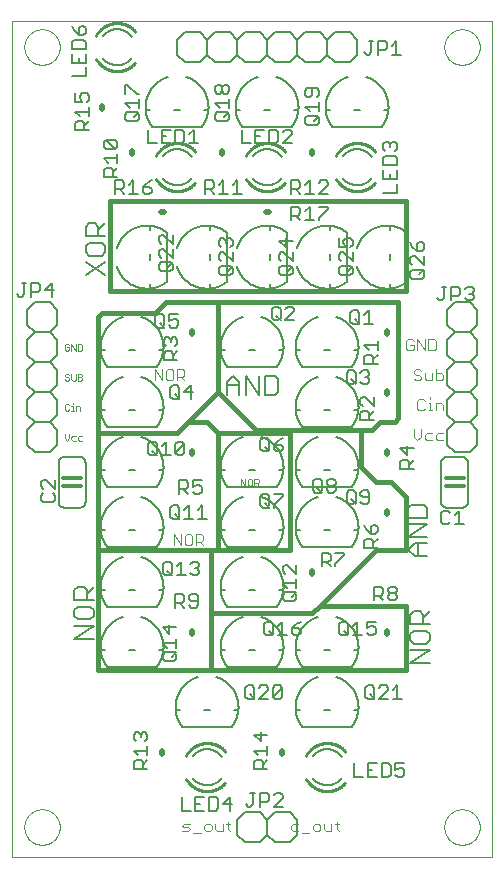
<source format=gto>
G75*
%MOIN*%
%OFA0B0*%
%FSLAX25Y25*%
%IPPOS*%
%LPD*%
%AMOC8*
5,1,8,0,0,1.08239X$1,22.5*
%
%ADD10C,0.00000*%
%ADD11C,0.01600*%
%ADD12C,0.00600*%
%ADD13C,0.00200*%
%ADD14C,0.00300*%
%ADD15C,0.00500*%
%ADD16C,0.01000*%
%ADD17C,0.02000*%
%ADD18C,0.01200*%
D10*
X0001000Y0001000D02*
X0001000Y0279711D01*
X0160951Y0279711D01*
X0160951Y0001000D01*
X0001000Y0001000D01*
X0005094Y0011000D02*
X0005096Y0011153D01*
X0005102Y0011307D01*
X0005112Y0011460D01*
X0005126Y0011612D01*
X0005144Y0011765D01*
X0005166Y0011916D01*
X0005191Y0012067D01*
X0005221Y0012218D01*
X0005255Y0012368D01*
X0005292Y0012516D01*
X0005333Y0012664D01*
X0005378Y0012810D01*
X0005427Y0012956D01*
X0005480Y0013100D01*
X0005536Y0013242D01*
X0005596Y0013383D01*
X0005660Y0013523D01*
X0005727Y0013661D01*
X0005798Y0013797D01*
X0005873Y0013931D01*
X0005950Y0014063D01*
X0006032Y0014193D01*
X0006116Y0014321D01*
X0006204Y0014447D01*
X0006295Y0014570D01*
X0006389Y0014691D01*
X0006487Y0014809D01*
X0006587Y0014925D01*
X0006691Y0015038D01*
X0006797Y0015149D01*
X0006906Y0015257D01*
X0007018Y0015362D01*
X0007132Y0015463D01*
X0007250Y0015562D01*
X0007369Y0015658D01*
X0007491Y0015751D01*
X0007616Y0015840D01*
X0007743Y0015927D01*
X0007872Y0016009D01*
X0008003Y0016089D01*
X0008136Y0016165D01*
X0008271Y0016238D01*
X0008408Y0016307D01*
X0008547Y0016372D01*
X0008687Y0016434D01*
X0008829Y0016492D01*
X0008972Y0016547D01*
X0009117Y0016598D01*
X0009263Y0016645D01*
X0009410Y0016688D01*
X0009558Y0016727D01*
X0009707Y0016763D01*
X0009857Y0016794D01*
X0010008Y0016822D01*
X0010159Y0016846D01*
X0010312Y0016866D01*
X0010464Y0016882D01*
X0010617Y0016894D01*
X0010770Y0016902D01*
X0010923Y0016906D01*
X0011077Y0016906D01*
X0011230Y0016902D01*
X0011383Y0016894D01*
X0011536Y0016882D01*
X0011688Y0016866D01*
X0011841Y0016846D01*
X0011992Y0016822D01*
X0012143Y0016794D01*
X0012293Y0016763D01*
X0012442Y0016727D01*
X0012590Y0016688D01*
X0012737Y0016645D01*
X0012883Y0016598D01*
X0013028Y0016547D01*
X0013171Y0016492D01*
X0013313Y0016434D01*
X0013453Y0016372D01*
X0013592Y0016307D01*
X0013729Y0016238D01*
X0013864Y0016165D01*
X0013997Y0016089D01*
X0014128Y0016009D01*
X0014257Y0015927D01*
X0014384Y0015840D01*
X0014509Y0015751D01*
X0014631Y0015658D01*
X0014750Y0015562D01*
X0014868Y0015463D01*
X0014982Y0015362D01*
X0015094Y0015257D01*
X0015203Y0015149D01*
X0015309Y0015038D01*
X0015413Y0014925D01*
X0015513Y0014809D01*
X0015611Y0014691D01*
X0015705Y0014570D01*
X0015796Y0014447D01*
X0015884Y0014321D01*
X0015968Y0014193D01*
X0016050Y0014063D01*
X0016127Y0013931D01*
X0016202Y0013797D01*
X0016273Y0013661D01*
X0016340Y0013523D01*
X0016404Y0013383D01*
X0016464Y0013242D01*
X0016520Y0013100D01*
X0016573Y0012956D01*
X0016622Y0012810D01*
X0016667Y0012664D01*
X0016708Y0012516D01*
X0016745Y0012368D01*
X0016779Y0012218D01*
X0016809Y0012067D01*
X0016834Y0011916D01*
X0016856Y0011765D01*
X0016874Y0011612D01*
X0016888Y0011460D01*
X0016898Y0011307D01*
X0016904Y0011153D01*
X0016906Y0011000D01*
X0016904Y0010847D01*
X0016898Y0010693D01*
X0016888Y0010540D01*
X0016874Y0010388D01*
X0016856Y0010235D01*
X0016834Y0010084D01*
X0016809Y0009933D01*
X0016779Y0009782D01*
X0016745Y0009632D01*
X0016708Y0009484D01*
X0016667Y0009336D01*
X0016622Y0009190D01*
X0016573Y0009044D01*
X0016520Y0008900D01*
X0016464Y0008758D01*
X0016404Y0008617D01*
X0016340Y0008477D01*
X0016273Y0008339D01*
X0016202Y0008203D01*
X0016127Y0008069D01*
X0016050Y0007937D01*
X0015968Y0007807D01*
X0015884Y0007679D01*
X0015796Y0007553D01*
X0015705Y0007430D01*
X0015611Y0007309D01*
X0015513Y0007191D01*
X0015413Y0007075D01*
X0015309Y0006962D01*
X0015203Y0006851D01*
X0015094Y0006743D01*
X0014982Y0006638D01*
X0014868Y0006537D01*
X0014750Y0006438D01*
X0014631Y0006342D01*
X0014509Y0006249D01*
X0014384Y0006160D01*
X0014257Y0006073D01*
X0014128Y0005991D01*
X0013997Y0005911D01*
X0013864Y0005835D01*
X0013729Y0005762D01*
X0013592Y0005693D01*
X0013453Y0005628D01*
X0013313Y0005566D01*
X0013171Y0005508D01*
X0013028Y0005453D01*
X0012883Y0005402D01*
X0012737Y0005355D01*
X0012590Y0005312D01*
X0012442Y0005273D01*
X0012293Y0005237D01*
X0012143Y0005206D01*
X0011992Y0005178D01*
X0011841Y0005154D01*
X0011688Y0005134D01*
X0011536Y0005118D01*
X0011383Y0005106D01*
X0011230Y0005098D01*
X0011077Y0005094D01*
X0010923Y0005094D01*
X0010770Y0005098D01*
X0010617Y0005106D01*
X0010464Y0005118D01*
X0010312Y0005134D01*
X0010159Y0005154D01*
X0010008Y0005178D01*
X0009857Y0005206D01*
X0009707Y0005237D01*
X0009558Y0005273D01*
X0009410Y0005312D01*
X0009263Y0005355D01*
X0009117Y0005402D01*
X0008972Y0005453D01*
X0008829Y0005508D01*
X0008687Y0005566D01*
X0008547Y0005628D01*
X0008408Y0005693D01*
X0008271Y0005762D01*
X0008136Y0005835D01*
X0008003Y0005911D01*
X0007872Y0005991D01*
X0007743Y0006073D01*
X0007616Y0006160D01*
X0007491Y0006249D01*
X0007369Y0006342D01*
X0007250Y0006438D01*
X0007132Y0006537D01*
X0007018Y0006638D01*
X0006906Y0006743D01*
X0006797Y0006851D01*
X0006691Y0006962D01*
X0006587Y0007075D01*
X0006487Y0007191D01*
X0006389Y0007309D01*
X0006295Y0007430D01*
X0006204Y0007553D01*
X0006116Y0007679D01*
X0006032Y0007807D01*
X0005950Y0007937D01*
X0005873Y0008069D01*
X0005798Y0008203D01*
X0005727Y0008339D01*
X0005660Y0008477D01*
X0005596Y0008617D01*
X0005536Y0008758D01*
X0005480Y0008900D01*
X0005427Y0009044D01*
X0005378Y0009190D01*
X0005333Y0009336D01*
X0005292Y0009484D01*
X0005255Y0009632D01*
X0005221Y0009782D01*
X0005191Y0009933D01*
X0005166Y0010084D01*
X0005144Y0010235D01*
X0005126Y0010388D01*
X0005112Y0010540D01*
X0005102Y0010693D01*
X0005096Y0010847D01*
X0005094Y0011000D01*
X0145094Y0011000D02*
X0145096Y0011153D01*
X0145102Y0011307D01*
X0145112Y0011460D01*
X0145126Y0011612D01*
X0145144Y0011765D01*
X0145166Y0011916D01*
X0145191Y0012067D01*
X0145221Y0012218D01*
X0145255Y0012368D01*
X0145292Y0012516D01*
X0145333Y0012664D01*
X0145378Y0012810D01*
X0145427Y0012956D01*
X0145480Y0013100D01*
X0145536Y0013242D01*
X0145596Y0013383D01*
X0145660Y0013523D01*
X0145727Y0013661D01*
X0145798Y0013797D01*
X0145873Y0013931D01*
X0145950Y0014063D01*
X0146032Y0014193D01*
X0146116Y0014321D01*
X0146204Y0014447D01*
X0146295Y0014570D01*
X0146389Y0014691D01*
X0146487Y0014809D01*
X0146587Y0014925D01*
X0146691Y0015038D01*
X0146797Y0015149D01*
X0146906Y0015257D01*
X0147018Y0015362D01*
X0147132Y0015463D01*
X0147250Y0015562D01*
X0147369Y0015658D01*
X0147491Y0015751D01*
X0147616Y0015840D01*
X0147743Y0015927D01*
X0147872Y0016009D01*
X0148003Y0016089D01*
X0148136Y0016165D01*
X0148271Y0016238D01*
X0148408Y0016307D01*
X0148547Y0016372D01*
X0148687Y0016434D01*
X0148829Y0016492D01*
X0148972Y0016547D01*
X0149117Y0016598D01*
X0149263Y0016645D01*
X0149410Y0016688D01*
X0149558Y0016727D01*
X0149707Y0016763D01*
X0149857Y0016794D01*
X0150008Y0016822D01*
X0150159Y0016846D01*
X0150312Y0016866D01*
X0150464Y0016882D01*
X0150617Y0016894D01*
X0150770Y0016902D01*
X0150923Y0016906D01*
X0151077Y0016906D01*
X0151230Y0016902D01*
X0151383Y0016894D01*
X0151536Y0016882D01*
X0151688Y0016866D01*
X0151841Y0016846D01*
X0151992Y0016822D01*
X0152143Y0016794D01*
X0152293Y0016763D01*
X0152442Y0016727D01*
X0152590Y0016688D01*
X0152737Y0016645D01*
X0152883Y0016598D01*
X0153028Y0016547D01*
X0153171Y0016492D01*
X0153313Y0016434D01*
X0153453Y0016372D01*
X0153592Y0016307D01*
X0153729Y0016238D01*
X0153864Y0016165D01*
X0153997Y0016089D01*
X0154128Y0016009D01*
X0154257Y0015927D01*
X0154384Y0015840D01*
X0154509Y0015751D01*
X0154631Y0015658D01*
X0154750Y0015562D01*
X0154868Y0015463D01*
X0154982Y0015362D01*
X0155094Y0015257D01*
X0155203Y0015149D01*
X0155309Y0015038D01*
X0155413Y0014925D01*
X0155513Y0014809D01*
X0155611Y0014691D01*
X0155705Y0014570D01*
X0155796Y0014447D01*
X0155884Y0014321D01*
X0155968Y0014193D01*
X0156050Y0014063D01*
X0156127Y0013931D01*
X0156202Y0013797D01*
X0156273Y0013661D01*
X0156340Y0013523D01*
X0156404Y0013383D01*
X0156464Y0013242D01*
X0156520Y0013100D01*
X0156573Y0012956D01*
X0156622Y0012810D01*
X0156667Y0012664D01*
X0156708Y0012516D01*
X0156745Y0012368D01*
X0156779Y0012218D01*
X0156809Y0012067D01*
X0156834Y0011916D01*
X0156856Y0011765D01*
X0156874Y0011612D01*
X0156888Y0011460D01*
X0156898Y0011307D01*
X0156904Y0011153D01*
X0156906Y0011000D01*
X0156904Y0010847D01*
X0156898Y0010693D01*
X0156888Y0010540D01*
X0156874Y0010388D01*
X0156856Y0010235D01*
X0156834Y0010084D01*
X0156809Y0009933D01*
X0156779Y0009782D01*
X0156745Y0009632D01*
X0156708Y0009484D01*
X0156667Y0009336D01*
X0156622Y0009190D01*
X0156573Y0009044D01*
X0156520Y0008900D01*
X0156464Y0008758D01*
X0156404Y0008617D01*
X0156340Y0008477D01*
X0156273Y0008339D01*
X0156202Y0008203D01*
X0156127Y0008069D01*
X0156050Y0007937D01*
X0155968Y0007807D01*
X0155884Y0007679D01*
X0155796Y0007553D01*
X0155705Y0007430D01*
X0155611Y0007309D01*
X0155513Y0007191D01*
X0155413Y0007075D01*
X0155309Y0006962D01*
X0155203Y0006851D01*
X0155094Y0006743D01*
X0154982Y0006638D01*
X0154868Y0006537D01*
X0154750Y0006438D01*
X0154631Y0006342D01*
X0154509Y0006249D01*
X0154384Y0006160D01*
X0154257Y0006073D01*
X0154128Y0005991D01*
X0153997Y0005911D01*
X0153864Y0005835D01*
X0153729Y0005762D01*
X0153592Y0005693D01*
X0153453Y0005628D01*
X0153313Y0005566D01*
X0153171Y0005508D01*
X0153028Y0005453D01*
X0152883Y0005402D01*
X0152737Y0005355D01*
X0152590Y0005312D01*
X0152442Y0005273D01*
X0152293Y0005237D01*
X0152143Y0005206D01*
X0151992Y0005178D01*
X0151841Y0005154D01*
X0151688Y0005134D01*
X0151536Y0005118D01*
X0151383Y0005106D01*
X0151230Y0005098D01*
X0151077Y0005094D01*
X0150923Y0005094D01*
X0150770Y0005098D01*
X0150617Y0005106D01*
X0150464Y0005118D01*
X0150312Y0005134D01*
X0150159Y0005154D01*
X0150008Y0005178D01*
X0149857Y0005206D01*
X0149707Y0005237D01*
X0149558Y0005273D01*
X0149410Y0005312D01*
X0149263Y0005355D01*
X0149117Y0005402D01*
X0148972Y0005453D01*
X0148829Y0005508D01*
X0148687Y0005566D01*
X0148547Y0005628D01*
X0148408Y0005693D01*
X0148271Y0005762D01*
X0148136Y0005835D01*
X0148003Y0005911D01*
X0147872Y0005991D01*
X0147743Y0006073D01*
X0147616Y0006160D01*
X0147491Y0006249D01*
X0147369Y0006342D01*
X0147250Y0006438D01*
X0147132Y0006537D01*
X0147018Y0006638D01*
X0146906Y0006743D01*
X0146797Y0006851D01*
X0146691Y0006962D01*
X0146587Y0007075D01*
X0146487Y0007191D01*
X0146389Y0007309D01*
X0146295Y0007430D01*
X0146204Y0007553D01*
X0146116Y0007679D01*
X0146032Y0007807D01*
X0145950Y0007937D01*
X0145873Y0008069D01*
X0145798Y0008203D01*
X0145727Y0008339D01*
X0145660Y0008477D01*
X0145596Y0008617D01*
X0145536Y0008758D01*
X0145480Y0008900D01*
X0145427Y0009044D01*
X0145378Y0009190D01*
X0145333Y0009336D01*
X0145292Y0009484D01*
X0145255Y0009632D01*
X0145221Y0009782D01*
X0145191Y0009933D01*
X0145166Y0010084D01*
X0145144Y0010235D01*
X0145126Y0010388D01*
X0145112Y0010540D01*
X0145102Y0010693D01*
X0145096Y0010847D01*
X0145094Y0011000D01*
X0145094Y0271000D02*
X0145096Y0271153D01*
X0145102Y0271307D01*
X0145112Y0271460D01*
X0145126Y0271612D01*
X0145144Y0271765D01*
X0145166Y0271916D01*
X0145191Y0272067D01*
X0145221Y0272218D01*
X0145255Y0272368D01*
X0145292Y0272516D01*
X0145333Y0272664D01*
X0145378Y0272810D01*
X0145427Y0272956D01*
X0145480Y0273100D01*
X0145536Y0273242D01*
X0145596Y0273383D01*
X0145660Y0273523D01*
X0145727Y0273661D01*
X0145798Y0273797D01*
X0145873Y0273931D01*
X0145950Y0274063D01*
X0146032Y0274193D01*
X0146116Y0274321D01*
X0146204Y0274447D01*
X0146295Y0274570D01*
X0146389Y0274691D01*
X0146487Y0274809D01*
X0146587Y0274925D01*
X0146691Y0275038D01*
X0146797Y0275149D01*
X0146906Y0275257D01*
X0147018Y0275362D01*
X0147132Y0275463D01*
X0147250Y0275562D01*
X0147369Y0275658D01*
X0147491Y0275751D01*
X0147616Y0275840D01*
X0147743Y0275927D01*
X0147872Y0276009D01*
X0148003Y0276089D01*
X0148136Y0276165D01*
X0148271Y0276238D01*
X0148408Y0276307D01*
X0148547Y0276372D01*
X0148687Y0276434D01*
X0148829Y0276492D01*
X0148972Y0276547D01*
X0149117Y0276598D01*
X0149263Y0276645D01*
X0149410Y0276688D01*
X0149558Y0276727D01*
X0149707Y0276763D01*
X0149857Y0276794D01*
X0150008Y0276822D01*
X0150159Y0276846D01*
X0150312Y0276866D01*
X0150464Y0276882D01*
X0150617Y0276894D01*
X0150770Y0276902D01*
X0150923Y0276906D01*
X0151077Y0276906D01*
X0151230Y0276902D01*
X0151383Y0276894D01*
X0151536Y0276882D01*
X0151688Y0276866D01*
X0151841Y0276846D01*
X0151992Y0276822D01*
X0152143Y0276794D01*
X0152293Y0276763D01*
X0152442Y0276727D01*
X0152590Y0276688D01*
X0152737Y0276645D01*
X0152883Y0276598D01*
X0153028Y0276547D01*
X0153171Y0276492D01*
X0153313Y0276434D01*
X0153453Y0276372D01*
X0153592Y0276307D01*
X0153729Y0276238D01*
X0153864Y0276165D01*
X0153997Y0276089D01*
X0154128Y0276009D01*
X0154257Y0275927D01*
X0154384Y0275840D01*
X0154509Y0275751D01*
X0154631Y0275658D01*
X0154750Y0275562D01*
X0154868Y0275463D01*
X0154982Y0275362D01*
X0155094Y0275257D01*
X0155203Y0275149D01*
X0155309Y0275038D01*
X0155413Y0274925D01*
X0155513Y0274809D01*
X0155611Y0274691D01*
X0155705Y0274570D01*
X0155796Y0274447D01*
X0155884Y0274321D01*
X0155968Y0274193D01*
X0156050Y0274063D01*
X0156127Y0273931D01*
X0156202Y0273797D01*
X0156273Y0273661D01*
X0156340Y0273523D01*
X0156404Y0273383D01*
X0156464Y0273242D01*
X0156520Y0273100D01*
X0156573Y0272956D01*
X0156622Y0272810D01*
X0156667Y0272664D01*
X0156708Y0272516D01*
X0156745Y0272368D01*
X0156779Y0272218D01*
X0156809Y0272067D01*
X0156834Y0271916D01*
X0156856Y0271765D01*
X0156874Y0271612D01*
X0156888Y0271460D01*
X0156898Y0271307D01*
X0156904Y0271153D01*
X0156906Y0271000D01*
X0156904Y0270847D01*
X0156898Y0270693D01*
X0156888Y0270540D01*
X0156874Y0270388D01*
X0156856Y0270235D01*
X0156834Y0270084D01*
X0156809Y0269933D01*
X0156779Y0269782D01*
X0156745Y0269632D01*
X0156708Y0269484D01*
X0156667Y0269336D01*
X0156622Y0269190D01*
X0156573Y0269044D01*
X0156520Y0268900D01*
X0156464Y0268758D01*
X0156404Y0268617D01*
X0156340Y0268477D01*
X0156273Y0268339D01*
X0156202Y0268203D01*
X0156127Y0268069D01*
X0156050Y0267937D01*
X0155968Y0267807D01*
X0155884Y0267679D01*
X0155796Y0267553D01*
X0155705Y0267430D01*
X0155611Y0267309D01*
X0155513Y0267191D01*
X0155413Y0267075D01*
X0155309Y0266962D01*
X0155203Y0266851D01*
X0155094Y0266743D01*
X0154982Y0266638D01*
X0154868Y0266537D01*
X0154750Y0266438D01*
X0154631Y0266342D01*
X0154509Y0266249D01*
X0154384Y0266160D01*
X0154257Y0266073D01*
X0154128Y0265991D01*
X0153997Y0265911D01*
X0153864Y0265835D01*
X0153729Y0265762D01*
X0153592Y0265693D01*
X0153453Y0265628D01*
X0153313Y0265566D01*
X0153171Y0265508D01*
X0153028Y0265453D01*
X0152883Y0265402D01*
X0152737Y0265355D01*
X0152590Y0265312D01*
X0152442Y0265273D01*
X0152293Y0265237D01*
X0152143Y0265206D01*
X0151992Y0265178D01*
X0151841Y0265154D01*
X0151688Y0265134D01*
X0151536Y0265118D01*
X0151383Y0265106D01*
X0151230Y0265098D01*
X0151077Y0265094D01*
X0150923Y0265094D01*
X0150770Y0265098D01*
X0150617Y0265106D01*
X0150464Y0265118D01*
X0150312Y0265134D01*
X0150159Y0265154D01*
X0150008Y0265178D01*
X0149857Y0265206D01*
X0149707Y0265237D01*
X0149558Y0265273D01*
X0149410Y0265312D01*
X0149263Y0265355D01*
X0149117Y0265402D01*
X0148972Y0265453D01*
X0148829Y0265508D01*
X0148687Y0265566D01*
X0148547Y0265628D01*
X0148408Y0265693D01*
X0148271Y0265762D01*
X0148136Y0265835D01*
X0148003Y0265911D01*
X0147872Y0265991D01*
X0147743Y0266073D01*
X0147616Y0266160D01*
X0147491Y0266249D01*
X0147369Y0266342D01*
X0147250Y0266438D01*
X0147132Y0266537D01*
X0147018Y0266638D01*
X0146906Y0266743D01*
X0146797Y0266851D01*
X0146691Y0266962D01*
X0146587Y0267075D01*
X0146487Y0267191D01*
X0146389Y0267309D01*
X0146295Y0267430D01*
X0146204Y0267553D01*
X0146116Y0267679D01*
X0146032Y0267807D01*
X0145950Y0267937D01*
X0145873Y0268069D01*
X0145798Y0268203D01*
X0145727Y0268339D01*
X0145660Y0268477D01*
X0145596Y0268617D01*
X0145536Y0268758D01*
X0145480Y0268900D01*
X0145427Y0269044D01*
X0145378Y0269190D01*
X0145333Y0269336D01*
X0145292Y0269484D01*
X0145255Y0269632D01*
X0145221Y0269782D01*
X0145191Y0269933D01*
X0145166Y0270084D01*
X0145144Y0270235D01*
X0145126Y0270388D01*
X0145112Y0270540D01*
X0145102Y0270693D01*
X0145096Y0270847D01*
X0145094Y0271000D01*
X0005094Y0271000D02*
X0005096Y0271153D01*
X0005102Y0271307D01*
X0005112Y0271460D01*
X0005126Y0271612D01*
X0005144Y0271765D01*
X0005166Y0271916D01*
X0005191Y0272067D01*
X0005221Y0272218D01*
X0005255Y0272368D01*
X0005292Y0272516D01*
X0005333Y0272664D01*
X0005378Y0272810D01*
X0005427Y0272956D01*
X0005480Y0273100D01*
X0005536Y0273242D01*
X0005596Y0273383D01*
X0005660Y0273523D01*
X0005727Y0273661D01*
X0005798Y0273797D01*
X0005873Y0273931D01*
X0005950Y0274063D01*
X0006032Y0274193D01*
X0006116Y0274321D01*
X0006204Y0274447D01*
X0006295Y0274570D01*
X0006389Y0274691D01*
X0006487Y0274809D01*
X0006587Y0274925D01*
X0006691Y0275038D01*
X0006797Y0275149D01*
X0006906Y0275257D01*
X0007018Y0275362D01*
X0007132Y0275463D01*
X0007250Y0275562D01*
X0007369Y0275658D01*
X0007491Y0275751D01*
X0007616Y0275840D01*
X0007743Y0275927D01*
X0007872Y0276009D01*
X0008003Y0276089D01*
X0008136Y0276165D01*
X0008271Y0276238D01*
X0008408Y0276307D01*
X0008547Y0276372D01*
X0008687Y0276434D01*
X0008829Y0276492D01*
X0008972Y0276547D01*
X0009117Y0276598D01*
X0009263Y0276645D01*
X0009410Y0276688D01*
X0009558Y0276727D01*
X0009707Y0276763D01*
X0009857Y0276794D01*
X0010008Y0276822D01*
X0010159Y0276846D01*
X0010312Y0276866D01*
X0010464Y0276882D01*
X0010617Y0276894D01*
X0010770Y0276902D01*
X0010923Y0276906D01*
X0011077Y0276906D01*
X0011230Y0276902D01*
X0011383Y0276894D01*
X0011536Y0276882D01*
X0011688Y0276866D01*
X0011841Y0276846D01*
X0011992Y0276822D01*
X0012143Y0276794D01*
X0012293Y0276763D01*
X0012442Y0276727D01*
X0012590Y0276688D01*
X0012737Y0276645D01*
X0012883Y0276598D01*
X0013028Y0276547D01*
X0013171Y0276492D01*
X0013313Y0276434D01*
X0013453Y0276372D01*
X0013592Y0276307D01*
X0013729Y0276238D01*
X0013864Y0276165D01*
X0013997Y0276089D01*
X0014128Y0276009D01*
X0014257Y0275927D01*
X0014384Y0275840D01*
X0014509Y0275751D01*
X0014631Y0275658D01*
X0014750Y0275562D01*
X0014868Y0275463D01*
X0014982Y0275362D01*
X0015094Y0275257D01*
X0015203Y0275149D01*
X0015309Y0275038D01*
X0015413Y0274925D01*
X0015513Y0274809D01*
X0015611Y0274691D01*
X0015705Y0274570D01*
X0015796Y0274447D01*
X0015884Y0274321D01*
X0015968Y0274193D01*
X0016050Y0274063D01*
X0016127Y0273931D01*
X0016202Y0273797D01*
X0016273Y0273661D01*
X0016340Y0273523D01*
X0016404Y0273383D01*
X0016464Y0273242D01*
X0016520Y0273100D01*
X0016573Y0272956D01*
X0016622Y0272810D01*
X0016667Y0272664D01*
X0016708Y0272516D01*
X0016745Y0272368D01*
X0016779Y0272218D01*
X0016809Y0272067D01*
X0016834Y0271916D01*
X0016856Y0271765D01*
X0016874Y0271612D01*
X0016888Y0271460D01*
X0016898Y0271307D01*
X0016904Y0271153D01*
X0016906Y0271000D01*
X0016904Y0270847D01*
X0016898Y0270693D01*
X0016888Y0270540D01*
X0016874Y0270388D01*
X0016856Y0270235D01*
X0016834Y0270084D01*
X0016809Y0269933D01*
X0016779Y0269782D01*
X0016745Y0269632D01*
X0016708Y0269484D01*
X0016667Y0269336D01*
X0016622Y0269190D01*
X0016573Y0269044D01*
X0016520Y0268900D01*
X0016464Y0268758D01*
X0016404Y0268617D01*
X0016340Y0268477D01*
X0016273Y0268339D01*
X0016202Y0268203D01*
X0016127Y0268069D01*
X0016050Y0267937D01*
X0015968Y0267807D01*
X0015884Y0267679D01*
X0015796Y0267553D01*
X0015705Y0267430D01*
X0015611Y0267309D01*
X0015513Y0267191D01*
X0015413Y0267075D01*
X0015309Y0266962D01*
X0015203Y0266851D01*
X0015094Y0266743D01*
X0014982Y0266638D01*
X0014868Y0266537D01*
X0014750Y0266438D01*
X0014631Y0266342D01*
X0014509Y0266249D01*
X0014384Y0266160D01*
X0014257Y0266073D01*
X0014128Y0265991D01*
X0013997Y0265911D01*
X0013864Y0265835D01*
X0013729Y0265762D01*
X0013592Y0265693D01*
X0013453Y0265628D01*
X0013313Y0265566D01*
X0013171Y0265508D01*
X0013028Y0265453D01*
X0012883Y0265402D01*
X0012737Y0265355D01*
X0012590Y0265312D01*
X0012442Y0265273D01*
X0012293Y0265237D01*
X0012143Y0265206D01*
X0011992Y0265178D01*
X0011841Y0265154D01*
X0011688Y0265134D01*
X0011536Y0265118D01*
X0011383Y0265106D01*
X0011230Y0265098D01*
X0011077Y0265094D01*
X0010923Y0265094D01*
X0010770Y0265098D01*
X0010617Y0265106D01*
X0010464Y0265118D01*
X0010312Y0265134D01*
X0010159Y0265154D01*
X0010008Y0265178D01*
X0009857Y0265206D01*
X0009707Y0265237D01*
X0009558Y0265273D01*
X0009410Y0265312D01*
X0009263Y0265355D01*
X0009117Y0265402D01*
X0008972Y0265453D01*
X0008829Y0265508D01*
X0008687Y0265566D01*
X0008547Y0265628D01*
X0008408Y0265693D01*
X0008271Y0265762D01*
X0008136Y0265835D01*
X0008003Y0265911D01*
X0007872Y0265991D01*
X0007743Y0266073D01*
X0007616Y0266160D01*
X0007491Y0266249D01*
X0007369Y0266342D01*
X0007250Y0266438D01*
X0007132Y0266537D01*
X0007018Y0266638D01*
X0006906Y0266743D01*
X0006797Y0266851D01*
X0006691Y0266962D01*
X0006587Y0267075D01*
X0006487Y0267191D01*
X0006389Y0267309D01*
X0006295Y0267430D01*
X0006204Y0267553D01*
X0006116Y0267679D01*
X0006032Y0267807D01*
X0005950Y0267937D01*
X0005873Y0268069D01*
X0005798Y0268203D01*
X0005727Y0268339D01*
X0005660Y0268477D01*
X0005596Y0268617D01*
X0005536Y0268758D01*
X0005480Y0268900D01*
X0005427Y0269044D01*
X0005378Y0269190D01*
X0005333Y0269336D01*
X0005292Y0269484D01*
X0005255Y0269632D01*
X0005221Y0269782D01*
X0005191Y0269933D01*
X0005166Y0270084D01*
X0005144Y0270235D01*
X0005126Y0270388D01*
X0005112Y0270540D01*
X0005102Y0270693D01*
X0005096Y0270847D01*
X0005094Y0271000D01*
D11*
X0033500Y0219750D02*
X0132250Y0219750D01*
X0132250Y0189750D01*
X0033500Y0189750D01*
X0033500Y0219750D01*
X0052250Y0186000D02*
X0048500Y0182250D01*
X0031000Y0182250D01*
X0029750Y0181000D01*
X0029750Y0142250D01*
X0029750Y0103500D01*
X0029750Y0063500D01*
X0067250Y0063500D01*
X0132250Y0063500D01*
X0132250Y0084750D01*
X0103500Y0084750D01*
X0122250Y0103500D01*
X0132250Y0103500D01*
X0132250Y0121000D01*
X0127250Y0126000D01*
X0122250Y0126000D01*
X0117250Y0131000D01*
X0117250Y0143500D01*
X0082250Y0143500D01*
X0069750Y0156000D01*
X0069750Y0186000D01*
X0129750Y0186000D01*
X0129750Y0147250D01*
X0128500Y0146000D01*
X0123500Y0146000D01*
X0121000Y0143500D01*
X0117250Y0143500D01*
X0093500Y0142250D02*
X0093500Y0103500D01*
X0069750Y0103500D01*
X0069750Y0142250D01*
X0066000Y0146000D01*
X0059750Y0146000D01*
X0069750Y0156000D01*
X0069750Y0142250D02*
X0093500Y0142250D01*
X0069750Y0103500D02*
X0067250Y0103500D01*
X0067250Y0082250D01*
X0101000Y0082250D01*
X0103500Y0084750D01*
X0067250Y0082250D02*
X0067250Y0063500D01*
X0067250Y0103500D02*
X0029750Y0103500D01*
X0029750Y0142250D02*
X0056000Y0142250D01*
X0059750Y0146000D01*
X0052250Y0186000D02*
X0069750Y0186000D01*
D12*
X0074685Y0161455D02*
X0076820Y0159320D01*
X0076820Y0155050D01*
X0078995Y0155050D02*
X0078995Y0161455D01*
X0083266Y0155050D01*
X0083266Y0161455D01*
X0085441Y0161455D02*
X0088644Y0161455D01*
X0089711Y0160388D01*
X0089711Y0156118D01*
X0088644Y0155050D01*
X0085441Y0155050D01*
X0085441Y0161455D01*
X0076820Y0158253D02*
X0072550Y0158253D01*
X0072550Y0159320D02*
X0074685Y0161455D01*
X0072550Y0159320D02*
X0072550Y0155050D01*
X0031950Y0195050D02*
X0025545Y0199320D01*
X0026612Y0201495D02*
X0025545Y0202563D01*
X0025545Y0204698D01*
X0026612Y0205766D01*
X0030882Y0205766D01*
X0031950Y0204698D01*
X0031950Y0202563D01*
X0030882Y0201495D01*
X0026612Y0201495D01*
X0031950Y0199320D02*
X0025545Y0195050D01*
X0025545Y0207941D02*
X0025545Y0211144D01*
X0026612Y0212211D01*
X0028747Y0212211D01*
X0029815Y0211144D01*
X0029815Y0207941D01*
X0029815Y0210076D02*
X0031950Y0212211D01*
X0031950Y0207941D02*
X0025545Y0207941D01*
X0013500Y0186000D02*
X0016000Y0183500D01*
X0016000Y0178500D01*
X0013500Y0176000D01*
X0016000Y0173500D01*
X0016000Y0168500D01*
X0013500Y0166000D01*
X0016000Y0163500D01*
X0016000Y0158500D01*
X0013500Y0156000D01*
X0016000Y0153500D01*
X0016000Y0148500D01*
X0013500Y0146000D01*
X0016000Y0143500D01*
X0016000Y0138500D01*
X0013500Y0136000D01*
X0008500Y0136000D01*
X0006000Y0138500D01*
X0006000Y0143500D01*
X0008500Y0146000D01*
X0006000Y0148500D01*
X0006000Y0153500D01*
X0008500Y0156000D01*
X0013500Y0156000D01*
X0008500Y0156000D02*
X0006000Y0158500D01*
X0006000Y0163500D01*
X0008500Y0166000D01*
X0006000Y0168500D01*
X0006000Y0173500D01*
X0008500Y0176000D01*
X0006000Y0178500D01*
X0006000Y0183500D01*
X0008500Y0186000D01*
X0013500Y0186000D01*
X0013500Y0176000D02*
X0008500Y0176000D01*
X0008500Y0166000D02*
X0013500Y0166000D01*
X0013500Y0146000D02*
X0008500Y0146000D01*
X0016500Y0132500D02*
X0016500Y0119500D01*
X0016502Y0119413D01*
X0016508Y0119326D01*
X0016517Y0119239D01*
X0016530Y0119153D01*
X0016547Y0119067D01*
X0016568Y0118982D01*
X0016593Y0118899D01*
X0016621Y0118816D01*
X0016652Y0118735D01*
X0016687Y0118655D01*
X0016726Y0118577D01*
X0016768Y0118500D01*
X0016813Y0118425D01*
X0016862Y0118353D01*
X0016913Y0118282D01*
X0016968Y0118214D01*
X0017025Y0118149D01*
X0017086Y0118086D01*
X0017149Y0118025D01*
X0017214Y0117968D01*
X0017282Y0117913D01*
X0017353Y0117862D01*
X0017425Y0117813D01*
X0017500Y0117768D01*
X0017577Y0117726D01*
X0017655Y0117687D01*
X0017735Y0117652D01*
X0017816Y0117621D01*
X0017899Y0117593D01*
X0017982Y0117568D01*
X0018067Y0117547D01*
X0018153Y0117530D01*
X0018239Y0117517D01*
X0018326Y0117508D01*
X0018413Y0117502D01*
X0018500Y0117500D01*
X0023500Y0117500D01*
X0023587Y0117502D01*
X0023674Y0117508D01*
X0023761Y0117517D01*
X0023847Y0117530D01*
X0023933Y0117547D01*
X0024018Y0117568D01*
X0024101Y0117593D01*
X0024184Y0117621D01*
X0024265Y0117652D01*
X0024345Y0117687D01*
X0024423Y0117726D01*
X0024500Y0117768D01*
X0024575Y0117813D01*
X0024647Y0117862D01*
X0024718Y0117913D01*
X0024786Y0117968D01*
X0024851Y0118025D01*
X0024914Y0118086D01*
X0024975Y0118149D01*
X0025032Y0118214D01*
X0025087Y0118282D01*
X0025138Y0118353D01*
X0025187Y0118425D01*
X0025232Y0118500D01*
X0025274Y0118577D01*
X0025313Y0118655D01*
X0025348Y0118735D01*
X0025379Y0118816D01*
X0025407Y0118899D01*
X0025432Y0118982D01*
X0025453Y0119067D01*
X0025470Y0119153D01*
X0025483Y0119239D01*
X0025492Y0119326D01*
X0025498Y0119413D01*
X0025500Y0119500D01*
X0025500Y0132500D01*
X0025498Y0132587D01*
X0025492Y0132674D01*
X0025483Y0132761D01*
X0025470Y0132847D01*
X0025453Y0132933D01*
X0025432Y0133018D01*
X0025407Y0133101D01*
X0025379Y0133184D01*
X0025348Y0133265D01*
X0025313Y0133345D01*
X0025274Y0133423D01*
X0025232Y0133500D01*
X0025187Y0133575D01*
X0025138Y0133647D01*
X0025087Y0133718D01*
X0025032Y0133786D01*
X0024975Y0133851D01*
X0024914Y0133914D01*
X0024851Y0133975D01*
X0024786Y0134032D01*
X0024718Y0134087D01*
X0024647Y0134138D01*
X0024575Y0134187D01*
X0024500Y0134232D01*
X0024423Y0134274D01*
X0024345Y0134313D01*
X0024265Y0134348D01*
X0024184Y0134379D01*
X0024101Y0134407D01*
X0024018Y0134432D01*
X0023933Y0134453D01*
X0023847Y0134470D01*
X0023761Y0134483D01*
X0023674Y0134492D01*
X0023587Y0134498D01*
X0023500Y0134500D01*
X0018500Y0134500D01*
X0018413Y0134498D01*
X0018326Y0134492D01*
X0018239Y0134483D01*
X0018153Y0134470D01*
X0018067Y0134453D01*
X0017982Y0134432D01*
X0017899Y0134407D01*
X0017816Y0134379D01*
X0017735Y0134348D01*
X0017655Y0134313D01*
X0017577Y0134274D01*
X0017500Y0134232D01*
X0017425Y0134187D01*
X0017353Y0134138D01*
X0017282Y0134087D01*
X0017214Y0134032D01*
X0017149Y0133975D01*
X0017086Y0133914D01*
X0017025Y0133851D01*
X0016968Y0133786D01*
X0016913Y0133718D01*
X0016862Y0133647D01*
X0016813Y0133575D01*
X0016768Y0133500D01*
X0016726Y0133423D01*
X0016687Y0133345D01*
X0016652Y0133265D01*
X0016621Y0133184D01*
X0016593Y0133101D01*
X0016568Y0133018D01*
X0016547Y0132933D01*
X0016530Y0132847D01*
X0016517Y0132761D01*
X0016508Y0132674D01*
X0016502Y0132587D01*
X0016500Y0132500D01*
X0022862Y0090961D02*
X0024997Y0090961D01*
X0026065Y0089894D01*
X0026065Y0086691D01*
X0026065Y0088826D02*
X0028200Y0090961D01*
X0028200Y0086691D02*
X0021795Y0086691D01*
X0021795Y0089894D01*
X0022862Y0090961D01*
X0022862Y0084516D02*
X0021795Y0083448D01*
X0021795Y0081313D01*
X0022862Y0080245D01*
X0027132Y0080245D01*
X0028200Y0081313D01*
X0028200Y0083448D01*
X0027132Y0084516D01*
X0022862Y0084516D01*
X0021795Y0078070D02*
X0028200Y0078070D01*
X0021795Y0073800D01*
X0028200Y0073800D01*
X0066000Y0037000D02*
X0066154Y0036998D01*
X0066308Y0036992D01*
X0066462Y0036982D01*
X0066616Y0036968D01*
X0066769Y0036951D01*
X0066921Y0036929D01*
X0067073Y0036903D01*
X0067225Y0036874D01*
X0067375Y0036840D01*
X0067525Y0036803D01*
X0067673Y0036762D01*
X0067821Y0036717D01*
X0067967Y0036668D01*
X0068112Y0036616D01*
X0068255Y0036560D01*
X0068398Y0036500D01*
X0068538Y0036437D01*
X0068677Y0036370D01*
X0068814Y0036299D01*
X0068949Y0036225D01*
X0069082Y0036148D01*
X0069214Y0036067D01*
X0069343Y0035983D01*
X0069470Y0035895D01*
X0069594Y0035804D01*
X0069716Y0035711D01*
X0069836Y0035613D01*
X0069953Y0035513D01*
X0070068Y0035410D01*
X0070180Y0035304D01*
X0070289Y0035196D01*
X0070395Y0035084D01*
X0070499Y0034970D01*
X0070599Y0034853D01*
X0070697Y0034734D01*
X0070791Y0034612D01*
X0070882Y0034487D01*
X0066000Y0025000D02*
X0065848Y0025002D01*
X0065697Y0025008D01*
X0065546Y0025017D01*
X0065394Y0025031D01*
X0065244Y0025048D01*
X0065094Y0025069D01*
X0064944Y0025094D01*
X0064795Y0025122D01*
X0064647Y0025155D01*
X0064500Y0025191D01*
X0064353Y0025230D01*
X0064208Y0025274D01*
X0064064Y0025321D01*
X0063921Y0025372D01*
X0063780Y0025426D01*
X0063639Y0025484D01*
X0063501Y0025545D01*
X0063364Y0025610D01*
X0063228Y0025679D01*
X0063095Y0025750D01*
X0062963Y0025825D01*
X0062833Y0025904D01*
X0062706Y0025985D01*
X0062580Y0026070D01*
X0062456Y0026158D01*
X0062335Y0026249D01*
X0062216Y0026343D01*
X0062100Y0026441D01*
X0061986Y0026541D01*
X0061874Y0026643D01*
X0061766Y0026749D01*
X0061660Y0026857D01*
X0061556Y0026968D01*
X0061456Y0027082D01*
X0061358Y0027198D01*
X0061264Y0027317D01*
X0066000Y0025000D02*
X0066152Y0025002D01*
X0066303Y0025008D01*
X0066454Y0025017D01*
X0066606Y0025031D01*
X0066756Y0025048D01*
X0066906Y0025069D01*
X0067056Y0025094D01*
X0067205Y0025122D01*
X0067353Y0025155D01*
X0067500Y0025191D01*
X0067647Y0025230D01*
X0067792Y0025274D01*
X0067936Y0025321D01*
X0068079Y0025372D01*
X0068220Y0025426D01*
X0068361Y0025484D01*
X0068499Y0025545D01*
X0068636Y0025610D01*
X0068772Y0025679D01*
X0068905Y0025750D01*
X0069037Y0025825D01*
X0069167Y0025904D01*
X0069294Y0025985D01*
X0069420Y0026070D01*
X0069544Y0026158D01*
X0069665Y0026249D01*
X0069784Y0026343D01*
X0069900Y0026441D01*
X0070014Y0026541D01*
X0070126Y0026643D01*
X0070234Y0026749D01*
X0070340Y0026857D01*
X0070444Y0026968D01*
X0070544Y0027082D01*
X0070642Y0027198D01*
X0070736Y0027317D01*
X0066000Y0037000D02*
X0065850Y0036998D01*
X0065699Y0036992D01*
X0065549Y0036983D01*
X0065400Y0036970D01*
X0065250Y0036953D01*
X0065101Y0036932D01*
X0064953Y0036908D01*
X0064805Y0036880D01*
X0064658Y0036848D01*
X0064512Y0036813D01*
X0064367Y0036773D01*
X0064223Y0036731D01*
X0064080Y0036684D01*
X0063938Y0036634D01*
X0063797Y0036581D01*
X0063658Y0036524D01*
X0063520Y0036464D01*
X0063384Y0036400D01*
X0063250Y0036333D01*
X0063117Y0036262D01*
X0062986Y0036188D01*
X0062857Y0036111D01*
X0062730Y0036030D01*
X0062605Y0035947D01*
X0062482Y0035860D01*
X0062361Y0035771D01*
X0062243Y0035678D01*
X0062127Y0035582D01*
X0062013Y0035484D01*
X0061902Y0035383D01*
X0061793Y0035278D01*
X0061688Y0035172D01*
X0061584Y0035062D01*
X0061484Y0034950D01*
X0061386Y0034836D01*
X0061292Y0034719D01*
X0061200Y0034600D01*
X0078500Y0016000D02*
X0076000Y0013500D01*
X0076000Y0008500D01*
X0078500Y0006000D01*
X0083500Y0006000D01*
X0086000Y0008500D01*
X0086000Y0013500D01*
X0083500Y0016000D01*
X0078500Y0016000D01*
X0086000Y0013500D02*
X0088500Y0016000D01*
X0093500Y0016000D01*
X0096000Y0013500D01*
X0096000Y0008500D01*
X0093500Y0006000D01*
X0088500Y0006000D01*
X0086000Y0008500D01*
X0106000Y0037000D02*
X0106154Y0036998D01*
X0106308Y0036992D01*
X0106462Y0036982D01*
X0106616Y0036968D01*
X0106769Y0036951D01*
X0106921Y0036929D01*
X0107073Y0036903D01*
X0107225Y0036874D01*
X0107375Y0036840D01*
X0107525Y0036803D01*
X0107673Y0036762D01*
X0107821Y0036717D01*
X0107967Y0036668D01*
X0108112Y0036616D01*
X0108255Y0036560D01*
X0108398Y0036500D01*
X0108538Y0036437D01*
X0108677Y0036370D01*
X0108814Y0036299D01*
X0108949Y0036225D01*
X0109082Y0036148D01*
X0109214Y0036067D01*
X0109343Y0035983D01*
X0109470Y0035895D01*
X0109594Y0035804D01*
X0109716Y0035711D01*
X0109836Y0035613D01*
X0109953Y0035513D01*
X0110068Y0035410D01*
X0110180Y0035304D01*
X0110289Y0035196D01*
X0110395Y0035084D01*
X0110499Y0034970D01*
X0110599Y0034853D01*
X0110697Y0034734D01*
X0110791Y0034612D01*
X0110882Y0034487D01*
X0106000Y0025000D02*
X0105848Y0025002D01*
X0105697Y0025008D01*
X0105546Y0025017D01*
X0105394Y0025031D01*
X0105244Y0025048D01*
X0105094Y0025069D01*
X0104944Y0025094D01*
X0104795Y0025122D01*
X0104647Y0025155D01*
X0104500Y0025191D01*
X0104353Y0025230D01*
X0104208Y0025274D01*
X0104064Y0025321D01*
X0103921Y0025372D01*
X0103780Y0025426D01*
X0103639Y0025484D01*
X0103501Y0025545D01*
X0103364Y0025610D01*
X0103228Y0025679D01*
X0103095Y0025750D01*
X0102963Y0025825D01*
X0102833Y0025904D01*
X0102706Y0025985D01*
X0102580Y0026070D01*
X0102456Y0026158D01*
X0102335Y0026249D01*
X0102216Y0026343D01*
X0102100Y0026441D01*
X0101986Y0026541D01*
X0101874Y0026643D01*
X0101766Y0026749D01*
X0101660Y0026857D01*
X0101556Y0026968D01*
X0101456Y0027082D01*
X0101358Y0027198D01*
X0101264Y0027317D01*
X0106000Y0025000D02*
X0106152Y0025002D01*
X0106303Y0025008D01*
X0106454Y0025017D01*
X0106606Y0025031D01*
X0106756Y0025048D01*
X0106906Y0025069D01*
X0107056Y0025094D01*
X0107205Y0025122D01*
X0107353Y0025155D01*
X0107500Y0025191D01*
X0107647Y0025230D01*
X0107792Y0025274D01*
X0107936Y0025321D01*
X0108079Y0025372D01*
X0108220Y0025426D01*
X0108361Y0025484D01*
X0108499Y0025545D01*
X0108636Y0025610D01*
X0108772Y0025679D01*
X0108905Y0025750D01*
X0109037Y0025825D01*
X0109167Y0025904D01*
X0109294Y0025985D01*
X0109420Y0026070D01*
X0109544Y0026158D01*
X0109665Y0026249D01*
X0109784Y0026343D01*
X0109900Y0026441D01*
X0110014Y0026541D01*
X0110126Y0026643D01*
X0110234Y0026749D01*
X0110340Y0026857D01*
X0110444Y0026968D01*
X0110544Y0027082D01*
X0110642Y0027198D01*
X0110736Y0027317D01*
X0106000Y0037000D02*
X0105850Y0036998D01*
X0105699Y0036992D01*
X0105549Y0036983D01*
X0105400Y0036970D01*
X0105250Y0036953D01*
X0105101Y0036932D01*
X0104953Y0036908D01*
X0104805Y0036880D01*
X0104658Y0036848D01*
X0104512Y0036813D01*
X0104367Y0036773D01*
X0104223Y0036731D01*
X0104080Y0036684D01*
X0103938Y0036634D01*
X0103797Y0036581D01*
X0103658Y0036524D01*
X0103520Y0036464D01*
X0103384Y0036400D01*
X0103250Y0036333D01*
X0103117Y0036262D01*
X0102986Y0036188D01*
X0102857Y0036111D01*
X0102730Y0036030D01*
X0102605Y0035947D01*
X0102482Y0035860D01*
X0102361Y0035771D01*
X0102243Y0035678D01*
X0102127Y0035582D01*
X0102013Y0035484D01*
X0101902Y0035383D01*
X0101793Y0035278D01*
X0101688Y0035172D01*
X0101584Y0035062D01*
X0101484Y0034950D01*
X0101386Y0034836D01*
X0101292Y0034719D01*
X0101200Y0034600D01*
X0133795Y0065713D02*
X0140200Y0069984D01*
X0133795Y0069984D01*
X0134862Y0072159D02*
X0139132Y0072159D01*
X0140200Y0073227D01*
X0140200Y0075362D01*
X0139132Y0076429D01*
X0134862Y0076429D01*
X0133795Y0075362D01*
X0133795Y0073227D01*
X0134862Y0072159D01*
X0133795Y0078604D02*
X0133795Y0081807D01*
X0134862Y0082875D01*
X0136997Y0082875D01*
X0138065Y0081807D01*
X0138065Y0078604D01*
X0140200Y0078604D02*
X0133795Y0078604D01*
X0138065Y0080740D02*
X0140200Y0082875D01*
X0140200Y0065713D02*
X0133795Y0065713D01*
X0135180Y0101300D02*
X0133045Y0103435D01*
X0135180Y0105570D01*
X0139450Y0105570D01*
X0139450Y0107745D02*
X0133045Y0107745D01*
X0139450Y0112016D01*
X0133045Y0112016D01*
X0133045Y0114191D02*
X0133045Y0117394D01*
X0134112Y0118461D01*
X0138382Y0118461D01*
X0139450Y0117394D01*
X0139450Y0114191D01*
X0133045Y0114191D01*
X0136247Y0105570D02*
X0136247Y0101300D01*
X0135180Y0101300D02*
X0139450Y0101300D01*
X0146000Y0117500D02*
X0151000Y0117500D01*
X0151087Y0117502D01*
X0151174Y0117508D01*
X0151261Y0117517D01*
X0151347Y0117530D01*
X0151433Y0117547D01*
X0151518Y0117568D01*
X0151601Y0117593D01*
X0151684Y0117621D01*
X0151765Y0117652D01*
X0151845Y0117687D01*
X0151923Y0117726D01*
X0152000Y0117768D01*
X0152075Y0117813D01*
X0152147Y0117862D01*
X0152218Y0117913D01*
X0152286Y0117968D01*
X0152351Y0118025D01*
X0152414Y0118086D01*
X0152475Y0118149D01*
X0152532Y0118214D01*
X0152587Y0118282D01*
X0152638Y0118353D01*
X0152687Y0118425D01*
X0152732Y0118500D01*
X0152774Y0118577D01*
X0152813Y0118655D01*
X0152848Y0118735D01*
X0152879Y0118816D01*
X0152907Y0118899D01*
X0152932Y0118982D01*
X0152953Y0119067D01*
X0152970Y0119153D01*
X0152983Y0119239D01*
X0152992Y0119326D01*
X0152998Y0119413D01*
X0153000Y0119500D01*
X0153000Y0132500D01*
X0152998Y0132587D01*
X0152992Y0132674D01*
X0152983Y0132761D01*
X0152970Y0132847D01*
X0152953Y0132933D01*
X0152932Y0133018D01*
X0152907Y0133101D01*
X0152879Y0133184D01*
X0152848Y0133265D01*
X0152813Y0133345D01*
X0152774Y0133423D01*
X0152732Y0133500D01*
X0152687Y0133575D01*
X0152638Y0133647D01*
X0152587Y0133718D01*
X0152532Y0133786D01*
X0152475Y0133851D01*
X0152414Y0133914D01*
X0152351Y0133975D01*
X0152286Y0134032D01*
X0152218Y0134087D01*
X0152147Y0134138D01*
X0152075Y0134187D01*
X0152000Y0134232D01*
X0151923Y0134274D01*
X0151845Y0134313D01*
X0151765Y0134348D01*
X0151684Y0134379D01*
X0151601Y0134407D01*
X0151518Y0134432D01*
X0151433Y0134453D01*
X0151347Y0134470D01*
X0151261Y0134483D01*
X0151174Y0134492D01*
X0151087Y0134498D01*
X0151000Y0134500D01*
X0146000Y0134500D01*
X0145913Y0134498D01*
X0145826Y0134492D01*
X0145739Y0134483D01*
X0145653Y0134470D01*
X0145567Y0134453D01*
X0145482Y0134432D01*
X0145399Y0134407D01*
X0145316Y0134379D01*
X0145235Y0134348D01*
X0145155Y0134313D01*
X0145077Y0134274D01*
X0145000Y0134232D01*
X0144925Y0134187D01*
X0144853Y0134138D01*
X0144782Y0134087D01*
X0144714Y0134032D01*
X0144649Y0133975D01*
X0144586Y0133914D01*
X0144525Y0133851D01*
X0144468Y0133786D01*
X0144413Y0133718D01*
X0144362Y0133647D01*
X0144313Y0133575D01*
X0144268Y0133500D01*
X0144226Y0133423D01*
X0144187Y0133345D01*
X0144152Y0133265D01*
X0144121Y0133184D01*
X0144093Y0133101D01*
X0144068Y0133018D01*
X0144047Y0132933D01*
X0144030Y0132847D01*
X0144017Y0132761D01*
X0144008Y0132674D01*
X0144002Y0132587D01*
X0144000Y0132500D01*
X0144000Y0119500D01*
X0144002Y0119413D01*
X0144008Y0119326D01*
X0144017Y0119239D01*
X0144030Y0119153D01*
X0144047Y0119067D01*
X0144068Y0118982D01*
X0144093Y0118899D01*
X0144121Y0118816D01*
X0144152Y0118735D01*
X0144187Y0118655D01*
X0144226Y0118577D01*
X0144268Y0118500D01*
X0144313Y0118425D01*
X0144362Y0118353D01*
X0144413Y0118282D01*
X0144468Y0118214D01*
X0144525Y0118149D01*
X0144586Y0118086D01*
X0144649Y0118025D01*
X0144714Y0117968D01*
X0144782Y0117913D01*
X0144853Y0117862D01*
X0144925Y0117813D01*
X0145000Y0117768D01*
X0145077Y0117726D01*
X0145155Y0117687D01*
X0145235Y0117652D01*
X0145316Y0117621D01*
X0145399Y0117593D01*
X0145482Y0117568D01*
X0145567Y0117547D01*
X0145653Y0117530D01*
X0145739Y0117517D01*
X0145826Y0117508D01*
X0145913Y0117502D01*
X0146000Y0117500D01*
X0148500Y0136000D02*
X0146000Y0138500D01*
X0146000Y0143500D01*
X0148500Y0146000D01*
X0146000Y0148500D01*
X0146000Y0153500D01*
X0148500Y0156000D01*
X0153500Y0156000D01*
X0156000Y0153500D01*
X0156000Y0148500D01*
X0153500Y0146000D01*
X0156000Y0143500D01*
X0156000Y0138500D01*
X0153500Y0136000D01*
X0148500Y0136000D01*
X0148500Y0146000D02*
X0153500Y0146000D01*
X0153500Y0156000D02*
X0156000Y0158500D01*
X0156000Y0163500D01*
X0153500Y0166000D01*
X0156000Y0168500D01*
X0156000Y0173500D01*
X0153500Y0176000D01*
X0156000Y0178500D01*
X0156000Y0183500D01*
X0153500Y0186000D01*
X0148500Y0186000D01*
X0146000Y0183500D01*
X0146000Y0178500D01*
X0148500Y0176000D01*
X0153500Y0176000D01*
X0148500Y0176000D02*
X0146000Y0173500D01*
X0146000Y0168500D01*
X0148500Y0166000D01*
X0153500Y0166000D01*
X0148500Y0166000D02*
X0146000Y0163500D01*
X0146000Y0158500D01*
X0148500Y0156000D01*
X0111200Y0234600D02*
X0111292Y0234719D01*
X0111386Y0234836D01*
X0111484Y0234950D01*
X0111584Y0235062D01*
X0111688Y0235172D01*
X0111793Y0235278D01*
X0111902Y0235383D01*
X0112013Y0235484D01*
X0112127Y0235582D01*
X0112243Y0235678D01*
X0112361Y0235771D01*
X0112482Y0235860D01*
X0112605Y0235947D01*
X0112730Y0236030D01*
X0112857Y0236111D01*
X0112986Y0236188D01*
X0113117Y0236262D01*
X0113250Y0236333D01*
X0113384Y0236400D01*
X0113520Y0236464D01*
X0113658Y0236524D01*
X0113797Y0236581D01*
X0113938Y0236634D01*
X0114080Y0236684D01*
X0114223Y0236731D01*
X0114367Y0236773D01*
X0114512Y0236813D01*
X0114658Y0236848D01*
X0114805Y0236880D01*
X0114953Y0236908D01*
X0115101Y0236932D01*
X0115250Y0236953D01*
X0115400Y0236970D01*
X0115549Y0236983D01*
X0115699Y0236992D01*
X0115850Y0236998D01*
X0116000Y0237000D01*
X0111264Y0227317D02*
X0111358Y0227198D01*
X0111456Y0227082D01*
X0111556Y0226968D01*
X0111660Y0226857D01*
X0111766Y0226749D01*
X0111874Y0226643D01*
X0111986Y0226541D01*
X0112100Y0226441D01*
X0112216Y0226343D01*
X0112335Y0226249D01*
X0112456Y0226158D01*
X0112580Y0226070D01*
X0112706Y0225985D01*
X0112833Y0225904D01*
X0112963Y0225825D01*
X0113095Y0225750D01*
X0113228Y0225679D01*
X0113364Y0225610D01*
X0113501Y0225545D01*
X0113639Y0225484D01*
X0113780Y0225426D01*
X0113921Y0225372D01*
X0114064Y0225321D01*
X0114208Y0225274D01*
X0114353Y0225230D01*
X0114500Y0225191D01*
X0114647Y0225155D01*
X0114795Y0225122D01*
X0114944Y0225094D01*
X0115094Y0225069D01*
X0115244Y0225048D01*
X0115394Y0225031D01*
X0115546Y0225017D01*
X0115697Y0225008D01*
X0115848Y0225002D01*
X0116000Y0225000D01*
X0120882Y0234487D02*
X0120791Y0234612D01*
X0120697Y0234734D01*
X0120599Y0234853D01*
X0120499Y0234970D01*
X0120395Y0235084D01*
X0120289Y0235196D01*
X0120180Y0235304D01*
X0120068Y0235410D01*
X0119953Y0235513D01*
X0119836Y0235613D01*
X0119716Y0235711D01*
X0119594Y0235804D01*
X0119470Y0235895D01*
X0119343Y0235983D01*
X0119214Y0236067D01*
X0119082Y0236148D01*
X0118949Y0236225D01*
X0118814Y0236299D01*
X0118677Y0236370D01*
X0118538Y0236437D01*
X0118398Y0236500D01*
X0118255Y0236560D01*
X0118112Y0236616D01*
X0117967Y0236668D01*
X0117821Y0236717D01*
X0117673Y0236762D01*
X0117525Y0236803D01*
X0117375Y0236840D01*
X0117225Y0236874D01*
X0117073Y0236903D01*
X0116921Y0236929D01*
X0116769Y0236951D01*
X0116616Y0236968D01*
X0116462Y0236982D01*
X0116308Y0236992D01*
X0116154Y0236998D01*
X0116000Y0237000D01*
X0120736Y0227317D02*
X0120642Y0227198D01*
X0120544Y0227082D01*
X0120444Y0226968D01*
X0120340Y0226857D01*
X0120234Y0226749D01*
X0120126Y0226643D01*
X0120014Y0226541D01*
X0119900Y0226441D01*
X0119784Y0226343D01*
X0119665Y0226249D01*
X0119544Y0226158D01*
X0119420Y0226070D01*
X0119294Y0225985D01*
X0119167Y0225904D01*
X0119037Y0225825D01*
X0118905Y0225750D01*
X0118772Y0225679D01*
X0118636Y0225610D01*
X0118499Y0225545D01*
X0118361Y0225484D01*
X0118220Y0225426D01*
X0118079Y0225372D01*
X0117936Y0225321D01*
X0117792Y0225274D01*
X0117647Y0225230D01*
X0117500Y0225191D01*
X0117353Y0225155D01*
X0117205Y0225122D01*
X0117056Y0225094D01*
X0116906Y0225069D01*
X0116756Y0225048D01*
X0116606Y0225031D01*
X0116454Y0225017D01*
X0116303Y0225008D01*
X0116152Y0225002D01*
X0116000Y0225000D01*
X0113500Y0266000D02*
X0108500Y0266000D01*
X0106000Y0268500D01*
X0103500Y0266000D01*
X0098500Y0266000D01*
X0096000Y0268500D01*
X0093500Y0266000D01*
X0088500Y0266000D01*
X0086000Y0268500D01*
X0083500Y0266000D01*
X0078500Y0266000D01*
X0076000Y0268500D01*
X0073500Y0266000D01*
X0068500Y0266000D01*
X0066000Y0268500D01*
X0063500Y0266000D01*
X0058500Y0266000D01*
X0056000Y0268500D01*
X0056000Y0273500D01*
X0058500Y0276000D01*
X0063500Y0276000D01*
X0066000Y0273500D01*
X0068500Y0276000D01*
X0073500Y0276000D01*
X0076000Y0273500D01*
X0076000Y0268500D01*
X0076000Y0273500D02*
X0078500Y0276000D01*
X0083500Y0276000D01*
X0086000Y0273500D01*
X0088500Y0276000D01*
X0093500Y0276000D01*
X0096000Y0273500D01*
X0098500Y0276000D01*
X0103500Y0276000D01*
X0106000Y0273500D01*
X0108500Y0276000D01*
X0113500Y0276000D01*
X0116000Y0273500D01*
X0116000Y0268500D01*
X0113500Y0266000D01*
X0106000Y0268500D02*
X0106000Y0273500D01*
X0096000Y0273500D02*
X0096000Y0268500D01*
X0086000Y0268500D02*
X0086000Y0273500D01*
X0066000Y0273500D02*
X0066000Y0268500D01*
X0051264Y0227317D02*
X0051358Y0227198D01*
X0051456Y0227082D01*
X0051556Y0226968D01*
X0051660Y0226857D01*
X0051766Y0226749D01*
X0051874Y0226643D01*
X0051986Y0226541D01*
X0052100Y0226441D01*
X0052216Y0226343D01*
X0052335Y0226249D01*
X0052456Y0226158D01*
X0052580Y0226070D01*
X0052706Y0225985D01*
X0052833Y0225904D01*
X0052963Y0225825D01*
X0053095Y0225750D01*
X0053228Y0225679D01*
X0053364Y0225610D01*
X0053501Y0225545D01*
X0053639Y0225484D01*
X0053780Y0225426D01*
X0053921Y0225372D01*
X0054064Y0225321D01*
X0054208Y0225274D01*
X0054353Y0225230D01*
X0054500Y0225191D01*
X0054647Y0225155D01*
X0054795Y0225122D01*
X0054944Y0225094D01*
X0055094Y0225069D01*
X0055244Y0225048D01*
X0055394Y0225031D01*
X0055546Y0225017D01*
X0055697Y0225008D01*
X0055848Y0225002D01*
X0056000Y0225000D01*
X0051200Y0234600D02*
X0051292Y0234719D01*
X0051386Y0234836D01*
X0051484Y0234950D01*
X0051584Y0235062D01*
X0051688Y0235172D01*
X0051793Y0235278D01*
X0051902Y0235383D01*
X0052013Y0235484D01*
X0052127Y0235582D01*
X0052243Y0235678D01*
X0052361Y0235771D01*
X0052482Y0235860D01*
X0052605Y0235947D01*
X0052730Y0236030D01*
X0052857Y0236111D01*
X0052986Y0236188D01*
X0053117Y0236262D01*
X0053250Y0236333D01*
X0053384Y0236400D01*
X0053520Y0236464D01*
X0053658Y0236524D01*
X0053797Y0236581D01*
X0053938Y0236634D01*
X0054080Y0236684D01*
X0054223Y0236731D01*
X0054367Y0236773D01*
X0054512Y0236813D01*
X0054658Y0236848D01*
X0054805Y0236880D01*
X0054953Y0236908D01*
X0055101Y0236932D01*
X0055250Y0236953D01*
X0055400Y0236970D01*
X0055549Y0236983D01*
X0055699Y0236992D01*
X0055850Y0236998D01*
X0056000Y0237000D01*
X0060736Y0227317D02*
X0060642Y0227198D01*
X0060544Y0227082D01*
X0060444Y0226968D01*
X0060340Y0226857D01*
X0060234Y0226749D01*
X0060126Y0226643D01*
X0060014Y0226541D01*
X0059900Y0226441D01*
X0059784Y0226343D01*
X0059665Y0226249D01*
X0059544Y0226158D01*
X0059420Y0226070D01*
X0059294Y0225985D01*
X0059167Y0225904D01*
X0059037Y0225825D01*
X0058905Y0225750D01*
X0058772Y0225679D01*
X0058636Y0225610D01*
X0058499Y0225545D01*
X0058361Y0225484D01*
X0058220Y0225426D01*
X0058079Y0225372D01*
X0057936Y0225321D01*
X0057792Y0225274D01*
X0057647Y0225230D01*
X0057500Y0225191D01*
X0057353Y0225155D01*
X0057205Y0225122D01*
X0057056Y0225094D01*
X0056906Y0225069D01*
X0056756Y0225048D01*
X0056606Y0225031D01*
X0056454Y0225017D01*
X0056303Y0225008D01*
X0056152Y0225002D01*
X0056000Y0225000D01*
X0060882Y0234487D02*
X0060791Y0234612D01*
X0060697Y0234734D01*
X0060599Y0234853D01*
X0060499Y0234970D01*
X0060395Y0235084D01*
X0060289Y0235196D01*
X0060180Y0235304D01*
X0060068Y0235410D01*
X0059953Y0235513D01*
X0059836Y0235613D01*
X0059716Y0235711D01*
X0059594Y0235804D01*
X0059470Y0235895D01*
X0059343Y0235983D01*
X0059214Y0236067D01*
X0059082Y0236148D01*
X0058949Y0236225D01*
X0058814Y0236299D01*
X0058677Y0236370D01*
X0058538Y0236437D01*
X0058398Y0236500D01*
X0058255Y0236560D01*
X0058112Y0236616D01*
X0057967Y0236668D01*
X0057821Y0236717D01*
X0057673Y0236762D01*
X0057525Y0236803D01*
X0057375Y0236840D01*
X0057225Y0236874D01*
X0057073Y0236903D01*
X0056921Y0236929D01*
X0056769Y0236951D01*
X0056616Y0236968D01*
X0056462Y0236982D01*
X0056308Y0236992D01*
X0056154Y0236998D01*
X0056000Y0237000D01*
X0036000Y0265000D02*
X0035848Y0265002D01*
X0035697Y0265008D01*
X0035546Y0265017D01*
X0035394Y0265031D01*
X0035244Y0265048D01*
X0035094Y0265069D01*
X0034944Y0265094D01*
X0034795Y0265122D01*
X0034647Y0265155D01*
X0034500Y0265191D01*
X0034353Y0265230D01*
X0034208Y0265274D01*
X0034064Y0265321D01*
X0033921Y0265372D01*
X0033780Y0265426D01*
X0033639Y0265484D01*
X0033501Y0265545D01*
X0033364Y0265610D01*
X0033228Y0265679D01*
X0033095Y0265750D01*
X0032963Y0265825D01*
X0032833Y0265904D01*
X0032706Y0265985D01*
X0032580Y0266070D01*
X0032456Y0266158D01*
X0032335Y0266249D01*
X0032216Y0266343D01*
X0032100Y0266441D01*
X0031986Y0266541D01*
X0031874Y0266643D01*
X0031766Y0266749D01*
X0031660Y0266857D01*
X0031556Y0266968D01*
X0031456Y0267082D01*
X0031358Y0267198D01*
X0031264Y0267317D01*
X0036000Y0277000D02*
X0036154Y0276998D01*
X0036308Y0276992D01*
X0036462Y0276982D01*
X0036616Y0276968D01*
X0036769Y0276951D01*
X0036921Y0276929D01*
X0037073Y0276903D01*
X0037225Y0276874D01*
X0037375Y0276840D01*
X0037525Y0276803D01*
X0037673Y0276762D01*
X0037821Y0276717D01*
X0037967Y0276668D01*
X0038112Y0276616D01*
X0038255Y0276560D01*
X0038398Y0276500D01*
X0038538Y0276437D01*
X0038677Y0276370D01*
X0038814Y0276299D01*
X0038949Y0276225D01*
X0039082Y0276148D01*
X0039214Y0276067D01*
X0039343Y0275983D01*
X0039470Y0275895D01*
X0039594Y0275804D01*
X0039716Y0275711D01*
X0039836Y0275613D01*
X0039953Y0275513D01*
X0040068Y0275410D01*
X0040180Y0275304D01*
X0040289Y0275196D01*
X0040395Y0275084D01*
X0040499Y0274970D01*
X0040599Y0274853D01*
X0040697Y0274734D01*
X0040791Y0274612D01*
X0040882Y0274487D01*
X0036000Y0277000D02*
X0035850Y0276998D01*
X0035699Y0276992D01*
X0035549Y0276983D01*
X0035400Y0276970D01*
X0035250Y0276953D01*
X0035101Y0276932D01*
X0034953Y0276908D01*
X0034805Y0276880D01*
X0034658Y0276848D01*
X0034512Y0276813D01*
X0034367Y0276773D01*
X0034223Y0276731D01*
X0034080Y0276684D01*
X0033938Y0276634D01*
X0033797Y0276581D01*
X0033658Y0276524D01*
X0033520Y0276464D01*
X0033384Y0276400D01*
X0033250Y0276333D01*
X0033117Y0276262D01*
X0032986Y0276188D01*
X0032857Y0276111D01*
X0032730Y0276030D01*
X0032605Y0275947D01*
X0032482Y0275860D01*
X0032361Y0275771D01*
X0032243Y0275678D01*
X0032127Y0275582D01*
X0032013Y0275484D01*
X0031902Y0275383D01*
X0031793Y0275278D01*
X0031688Y0275172D01*
X0031584Y0275062D01*
X0031484Y0274950D01*
X0031386Y0274836D01*
X0031292Y0274719D01*
X0031200Y0274600D01*
X0036000Y0265000D02*
X0036152Y0265002D01*
X0036303Y0265008D01*
X0036454Y0265017D01*
X0036606Y0265031D01*
X0036756Y0265048D01*
X0036906Y0265069D01*
X0037056Y0265094D01*
X0037205Y0265122D01*
X0037353Y0265155D01*
X0037500Y0265191D01*
X0037647Y0265230D01*
X0037792Y0265274D01*
X0037936Y0265321D01*
X0038079Y0265372D01*
X0038220Y0265426D01*
X0038361Y0265484D01*
X0038499Y0265545D01*
X0038636Y0265610D01*
X0038772Y0265679D01*
X0038905Y0265750D01*
X0039037Y0265825D01*
X0039167Y0265904D01*
X0039294Y0265985D01*
X0039420Y0266070D01*
X0039544Y0266158D01*
X0039665Y0266249D01*
X0039784Y0266343D01*
X0039900Y0266441D01*
X0040014Y0266541D01*
X0040126Y0266643D01*
X0040234Y0266749D01*
X0040340Y0266857D01*
X0040444Y0266968D01*
X0040544Y0267082D01*
X0040642Y0267198D01*
X0040736Y0267317D01*
X0086000Y0237000D02*
X0086154Y0236998D01*
X0086308Y0236992D01*
X0086462Y0236982D01*
X0086616Y0236968D01*
X0086769Y0236951D01*
X0086921Y0236929D01*
X0087073Y0236903D01*
X0087225Y0236874D01*
X0087375Y0236840D01*
X0087525Y0236803D01*
X0087673Y0236762D01*
X0087821Y0236717D01*
X0087967Y0236668D01*
X0088112Y0236616D01*
X0088255Y0236560D01*
X0088398Y0236500D01*
X0088538Y0236437D01*
X0088677Y0236370D01*
X0088814Y0236299D01*
X0088949Y0236225D01*
X0089082Y0236148D01*
X0089214Y0236067D01*
X0089343Y0235983D01*
X0089470Y0235895D01*
X0089594Y0235804D01*
X0089716Y0235711D01*
X0089836Y0235613D01*
X0089953Y0235513D01*
X0090068Y0235410D01*
X0090180Y0235304D01*
X0090289Y0235196D01*
X0090395Y0235084D01*
X0090499Y0234970D01*
X0090599Y0234853D01*
X0090697Y0234734D01*
X0090791Y0234612D01*
X0090882Y0234487D01*
X0086000Y0225000D02*
X0085848Y0225002D01*
X0085697Y0225008D01*
X0085546Y0225017D01*
X0085394Y0225031D01*
X0085244Y0225048D01*
X0085094Y0225069D01*
X0084944Y0225094D01*
X0084795Y0225122D01*
X0084647Y0225155D01*
X0084500Y0225191D01*
X0084353Y0225230D01*
X0084208Y0225274D01*
X0084064Y0225321D01*
X0083921Y0225372D01*
X0083780Y0225426D01*
X0083639Y0225484D01*
X0083501Y0225545D01*
X0083364Y0225610D01*
X0083228Y0225679D01*
X0083095Y0225750D01*
X0082963Y0225825D01*
X0082833Y0225904D01*
X0082706Y0225985D01*
X0082580Y0226070D01*
X0082456Y0226158D01*
X0082335Y0226249D01*
X0082216Y0226343D01*
X0082100Y0226441D01*
X0081986Y0226541D01*
X0081874Y0226643D01*
X0081766Y0226749D01*
X0081660Y0226857D01*
X0081556Y0226968D01*
X0081456Y0227082D01*
X0081358Y0227198D01*
X0081264Y0227317D01*
X0086000Y0225000D02*
X0086152Y0225002D01*
X0086303Y0225008D01*
X0086454Y0225017D01*
X0086606Y0225031D01*
X0086756Y0225048D01*
X0086906Y0225069D01*
X0087056Y0225094D01*
X0087205Y0225122D01*
X0087353Y0225155D01*
X0087500Y0225191D01*
X0087647Y0225230D01*
X0087792Y0225274D01*
X0087936Y0225321D01*
X0088079Y0225372D01*
X0088220Y0225426D01*
X0088361Y0225484D01*
X0088499Y0225545D01*
X0088636Y0225610D01*
X0088772Y0225679D01*
X0088905Y0225750D01*
X0089037Y0225825D01*
X0089167Y0225904D01*
X0089294Y0225985D01*
X0089420Y0226070D01*
X0089544Y0226158D01*
X0089665Y0226249D01*
X0089784Y0226343D01*
X0089900Y0226441D01*
X0090014Y0226541D01*
X0090126Y0226643D01*
X0090234Y0226749D01*
X0090340Y0226857D01*
X0090444Y0226968D01*
X0090544Y0227082D01*
X0090642Y0227198D01*
X0090736Y0227317D01*
X0086000Y0237000D02*
X0085850Y0236998D01*
X0085699Y0236992D01*
X0085549Y0236983D01*
X0085400Y0236970D01*
X0085250Y0236953D01*
X0085101Y0236932D01*
X0084953Y0236908D01*
X0084805Y0236880D01*
X0084658Y0236848D01*
X0084512Y0236813D01*
X0084367Y0236773D01*
X0084223Y0236731D01*
X0084080Y0236684D01*
X0083938Y0236634D01*
X0083797Y0236581D01*
X0083658Y0236524D01*
X0083520Y0236464D01*
X0083384Y0236400D01*
X0083250Y0236333D01*
X0083117Y0236262D01*
X0082986Y0236188D01*
X0082857Y0236111D01*
X0082730Y0236030D01*
X0082605Y0235947D01*
X0082482Y0235860D01*
X0082361Y0235771D01*
X0082243Y0235678D01*
X0082127Y0235582D01*
X0082013Y0235484D01*
X0081902Y0235383D01*
X0081793Y0235278D01*
X0081688Y0235172D01*
X0081584Y0235062D01*
X0081484Y0234950D01*
X0081386Y0234836D01*
X0081292Y0234719D01*
X0081200Y0234600D01*
D13*
X0024121Y0172052D02*
X0024488Y0171685D01*
X0024488Y0170217D01*
X0024121Y0169850D01*
X0023020Y0169850D01*
X0023020Y0172052D01*
X0024121Y0172052D01*
X0022278Y0172052D02*
X0022278Y0169850D01*
X0020810Y0172052D01*
X0020810Y0169850D01*
X0020068Y0170217D02*
X0020068Y0170951D01*
X0019334Y0170951D01*
X0020068Y0171685D02*
X0019701Y0172052D01*
X0018967Y0172052D01*
X0018600Y0171685D01*
X0018600Y0170217D01*
X0018967Y0169850D01*
X0019701Y0169850D01*
X0020068Y0170217D01*
X0019701Y0162052D02*
X0018967Y0162052D01*
X0018600Y0161685D01*
X0018600Y0161318D01*
X0018967Y0160951D01*
X0019701Y0160951D01*
X0020068Y0160584D01*
X0020068Y0160217D01*
X0019701Y0159850D01*
X0018967Y0159850D01*
X0018600Y0160217D01*
X0020068Y0161685D02*
X0019701Y0162052D01*
X0020810Y0162052D02*
X0020810Y0160217D01*
X0021177Y0159850D01*
X0021911Y0159850D01*
X0022278Y0160217D01*
X0022278Y0162052D01*
X0023020Y0162052D02*
X0024121Y0162052D01*
X0024488Y0161685D01*
X0024488Y0161318D01*
X0024121Y0160951D01*
X0023020Y0160951D01*
X0024121Y0160951D02*
X0024488Y0160584D01*
X0024488Y0160217D01*
X0024121Y0159850D01*
X0023020Y0159850D01*
X0023020Y0162052D01*
X0021177Y0152419D02*
X0021177Y0152052D01*
X0021177Y0151318D02*
X0021177Y0149850D01*
X0020810Y0149850D02*
X0021544Y0149850D01*
X0022283Y0149850D02*
X0022283Y0151318D01*
X0023384Y0151318D01*
X0023751Y0150951D01*
X0023751Y0149850D01*
X0021177Y0151318D02*
X0020810Y0151318D01*
X0020068Y0151685D02*
X0019701Y0152052D01*
X0018967Y0152052D01*
X0018600Y0151685D01*
X0018600Y0150217D01*
X0018967Y0149850D01*
X0019701Y0149850D01*
X0020068Y0150217D01*
X0020068Y0142052D02*
X0020068Y0140584D01*
X0019334Y0139850D01*
X0018600Y0140584D01*
X0018600Y0142052D01*
X0020810Y0140951D02*
X0020810Y0140217D01*
X0021177Y0139850D01*
X0022278Y0139850D01*
X0023020Y0140217D02*
X0023387Y0139850D01*
X0024488Y0139850D01*
X0024488Y0141318D02*
X0023387Y0141318D01*
X0023020Y0140951D01*
X0023020Y0140217D01*
X0022278Y0141318D02*
X0021177Y0141318D01*
X0020810Y0140951D01*
X0077350Y0127052D02*
X0077350Y0124850D01*
X0078818Y0124850D02*
X0077350Y0127052D01*
X0078818Y0127052D02*
X0078818Y0124850D01*
X0079560Y0125217D02*
X0079927Y0124850D01*
X0080661Y0124850D01*
X0081028Y0125217D01*
X0081028Y0126685D01*
X0080661Y0127052D01*
X0079927Y0127052D01*
X0079560Y0126685D01*
X0079560Y0125217D01*
X0081770Y0125584D02*
X0082871Y0125584D01*
X0083238Y0125951D01*
X0083238Y0126685D01*
X0082871Y0127052D01*
X0081770Y0127052D01*
X0081770Y0124850D01*
X0082504Y0125584D02*
X0083238Y0124850D01*
D14*
X0064735Y0107986D02*
X0064735Y0106752D01*
X0064118Y0106134D01*
X0062266Y0106134D01*
X0062266Y0104900D02*
X0062266Y0108603D01*
X0064118Y0108603D01*
X0064735Y0107986D01*
X0063501Y0106134D02*
X0064735Y0104900D01*
X0061052Y0105517D02*
X0061052Y0107986D01*
X0060435Y0108603D01*
X0059200Y0108603D01*
X0058583Y0107986D01*
X0058583Y0105517D01*
X0059200Y0104900D01*
X0060435Y0104900D01*
X0061052Y0105517D01*
X0057369Y0104900D02*
X0057369Y0108603D01*
X0054900Y0108603D02*
X0054900Y0104900D01*
X0057369Y0104900D02*
X0054900Y0108603D01*
X0054185Y0159900D02*
X0052950Y0159900D01*
X0052333Y0160517D01*
X0052333Y0162986D01*
X0052950Y0163603D01*
X0054185Y0163603D01*
X0054802Y0162986D01*
X0054802Y0160517D01*
X0054185Y0159900D01*
X0056016Y0159900D02*
X0056016Y0163603D01*
X0057868Y0163603D01*
X0058485Y0162986D01*
X0058485Y0161752D01*
X0057868Y0161134D01*
X0056016Y0161134D01*
X0057251Y0161134D02*
X0058485Y0159900D01*
X0051119Y0159900D02*
X0051119Y0163603D01*
X0048650Y0163603D02*
X0051119Y0159900D01*
X0048650Y0159900D02*
X0048650Y0163603D01*
X0132400Y0170517D02*
X0133017Y0169900D01*
X0134252Y0169900D01*
X0134869Y0170517D01*
X0134869Y0171752D01*
X0133634Y0171752D01*
X0132400Y0172986D02*
X0133017Y0173603D01*
X0134252Y0173603D01*
X0134869Y0172986D01*
X0136083Y0173603D02*
X0136083Y0169900D01*
X0138552Y0169900D02*
X0136083Y0173603D01*
X0138552Y0173603D02*
X0138552Y0169900D01*
X0139766Y0169900D02*
X0139766Y0173603D01*
X0141618Y0173603D01*
X0142235Y0172986D01*
X0142235Y0170517D01*
X0141618Y0169900D01*
X0139766Y0169900D01*
X0142266Y0163603D02*
X0142266Y0159900D01*
X0144118Y0159900D01*
X0144735Y0160517D01*
X0144735Y0161752D01*
X0144118Y0162369D01*
X0142266Y0162369D01*
X0141052Y0162369D02*
X0141052Y0159900D01*
X0139200Y0159900D01*
X0138583Y0160517D01*
X0138583Y0162369D01*
X0137369Y0162986D02*
X0136752Y0163603D01*
X0135517Y0163603D01*
X0134900Y0162986D01*
X0134900Y0162369D01*
X0135517Y0161752D01*
X0136752Y0161752D01*
X0137369Y0161134D01*
X0137369Y0160517D01*
X0136752Y0159900D01*
X0135517Y0159900D01*
X0134900Y0160517D01*
X0136767Y0153603D02*
X0136150Y0152986D01*
X0136150Y0150517D01*
X0136767Y0149900D01*
X0138002Y0149900D01*
X0138619Y0150517D01*
X0139833Y0149900D02*
X0141068Y0149900D01*
X0140450Y0149900D02*
X0140450Y0152369D01*
X0139833Y0152369D01*
X0138619Y0152986D02*
X0138002Y0153603D01*
X0136767Y0153603D01*
X0140450Y0153603D02*
X0140450Y0154220D01*
X0142289Y0152369D02*
X0142289Y0149900D01*
X0142289Y0152369D02*
X0144140Y0152369D01*
X0144757Y0151752D01*
X0144757Y0149900D01*
X0144735Y0142369D02*
X0142883Y0142369D01*
X0142266Y0141752D01*
X0142266Y0140517D01*
X0142883Y0139900D01*
X0144735Y0139900D01*
X0141052Y0139900D02*
X0139200Y0139900D01*
X0138583Y0140517D01*
X0138583Y0141752D01*
X0139200Y0142369D01*
X0141052Y0142369D01*
X0137369Y0141134D02*
X0137369Y0143603D01*
X0137369Y0141134D02*
X0136134Y0139900D01*
X0134900Y0141134D01*
X0134900Y0143603D01*
X0132400Y0170517D02*
X0132400Y0172986D01*
X0109312Y0012736D02*
X0109312Y0010267D01*
X0109929Y0009650D01*
X0109929Y0012119D02*
X0108695Y0012119D01*
X0107480Y0012119D02*
X0107480Y0009650D01*
X0105629Y0009650D01*
X0105011Y0010267D01*
X0105011Y0012119D01*
X0103797Y0011502D02*
X0103797Y0010267D01*
X0103180Y0009650D01*
X0101945Y0009650D01*
X0101328Y0010267D01*
X0101328Y0011502D01*
X0101945Y0012119D01*
X0103180Y0012119D01*
X0103797Y0011502D01*
X0100114Y0009033D02*
X0097645Y0009033D01*
X0096431Y0009650D02*
X0094579Y0009650D01*
X0093962Y0010267D01*
X0093962Y0011502D01*
X0094579Y0012119D01*
X0096431Y0012119D01*
X0073679Y0012119D02*
X0072445Y0012119D01*
X0073062Y0012736D02*
X0073062Y0010267D01*
X0073679Y0009650D01*
X0071230Y0009650D02*
X0071230Y0012119D01*
X0068761Y0012119D02*
X0068761Y0010267D01*
X0069379Y0009650D01*
X0071230Y0009650D01*
X0067547Y0010267D02*
X0067547Y0011502D01*
X0066930Y0012119D01*
X0065695Y0012119D01*
X0065078Y0011502D01*
X0065078Y0010267D01*
X0065695Y0009650D01*
X0066930Y0009650D01*
X0067547Y0010267D01*
X0063864Y0009033D02*
X0061395Y0009033D01*
X0060181Y0010267D02*
X0059564Y0010884D01*
X0058329Y0010884D01*
X0057712Y0011502D01*
X0058329Y0012119D01*
X0060181Y0012119D01*
X0060181Y0010267D02*
X0059564Y0009650D01*
X0057712Y0009650D01*
D15*
X0057500Y0016500D02*
X0060503Y0016500D01*
X0062104Y0016500D02*
X0065106Y0016500D01*
X0066708Y0016500D02*
X0068960Y0016500D01*
X0069710Y0017251D01*
X0069710Y0020253D01*
X0068960Y0021004D01*
X0066708Y0021004D01*
X0066708Y0016500D01*
X0063605Y0018752D02*
X0062104Y0018752D01*
X0062104Y0021004D02*
X0062104Y0016500D01*
X0062104Y0021004D02*
X0065106Y0021004D01*
X0071312Y0018752D02*
X0074314Y0018752D01*
X0073564Y0016500D02*
X0073564Y0021004D01*
X0071312Y0018752D01*
X0078988Y0018551D02*
X0079739Y0017800D01*
X0080489Y0017800D01*
X0081240Y0018551D01*
X0081240Y0022304D01*
X0080489Y0022304D02*
X0081991Y0022304D01*
X0083592Y0022304D02*
X0083592Y0017800D01*
X0083592Y0019301D02*
X0085844Y0019301D01*
X0086595Y0020052D01*
X0086595Y0021553D01*
X0085844Y0022304D01*
X0083592Y0022304D01*
X0088196Y0021553D02*
X0088947Y0022304D01*
X0090448Y0022304D01*
X0091199Y0021553D01*
X0091199Y0020803D01*
X0088196Y0017800D01*
X0091199Y0017800D01*
X0086150Y0030350D02*
X0081646Y0030350D01*
X0081646Y0032602D01*
X0082397Y0033353D01*
X0083898Y0033353D01*
X0084649Y0032602D01*
X0084649Y0030350D01*
X0084649Y0031851D02*
X0086150Y0033353D01*
X0086150Y0034954D02*
X0086150Y0037956D01*
X0086150Y0036455D02*
X0081646Y0036455D01*
X0083147Y0034954D01*
X0083898Y0039558D02*
X0081646Y0041810D01*
X0086150Y0041810D01*
X0083898Y0042560D02*
X0083898Y0039558D01*
X0076452Y0050000D02*
X0074873Y0050000D01*
X0074246Y0044500D02*
X0057754Y0044500D01*
X0057127Y0050000D02*
X0055548Y0050000D01*
X0049246Y0064500D02*
X0032754Y0064500D01*
X0032127Y0070000D02*
X0030548Y0070000D01*
X0039873Y0070000D02*
X0042127Y0070000D01*
X0032754Y0064500D02*
X0032601Y0064699D01*
X0032453Y0064901D01*
X0032310Y0065106D01*
X0032172Y0065315D01*
X0032039Y0065527D01*
X0031911Y0065742D01*
X0031789Y0065960D01*
X0031671Y0066181D01*
X0031559Y0066405D01*
X0031452Y0066631D01*
X0031351Y0066860D01*
X0031255Y0067091D01*
X0031164Y0067325D01*
X0031079Y0067560D01*
X0031000Y0067798D01*
X0030927Y0068037D01*
X0030859Y0068278D01*
X0030797Y0068520D01*
X0030741Y0068764D01*
X0030690Y0069010D01*
X0030646Y0069256D01*
X0030607Y0069503D01*
X0030575Y0069751D01*
X0030548Y0070000D01*
X0030526Y0070255D01*
X0030511Y0070511D01*
X0030503Y0070767D01*
X0030500Y0071024D01*
X0030504Y0071280D01*
X0030514Y0071536D01*
X0030530Y0071792D01*
X0030552Y0072047D01*
X0030581Y0072302D01*
X0030616Y0072556D01*
X0030657Y0072809D01*
X0030704Y0073061D01*
X0030758Y0073311D01*
X0030817Y0073560D01*
X0030883Y0073808D01*
X0030954Y0074054D01*
X0031032Y0074299D01*
X0031115Y0074541D01*
X0031204Y0074781D01*
X0031300Y0075019D01*
X0031401Y0075255D01*
X0031507Y0075488D01*
X0031620Y0075718D01*
X0031738Y0075946D01*
X0031861Y0076170D01*
X0031990Y0076392D01*
X0032124Y0076610D01*
X0032264Y0076825D01*
X0032409Y0077036D01*
X0032559Y0077244D01*
X0032713Y0077448D01*
X0032873Y0077649D01*
X0033038Y0077845D01*
X0033207Y0078037D01*
X0033382Y0078226D01*
X0033560Y0078409D01*
X0033743Y0078589D01*
X0033931Y0078764D01*
X0034122Y0078934D01*
X0034318Y0079099D01*
X0034518Y0079260D01*
X0034721Y0079416D01*
X0034928Y0079566D01*
X0035139Y0079712D01*
X0035354Y0079853D01*
X0035571Y0079988D01*
X0035792Y0080118D01*
X0036016Y0080242D01*
X0036243Y0080361D01*
X0036473Y0080474D01*
X0036706Y0080582D01*
X0036941Y0080684D01*
X0037179Y0080780D01*
X0037418Y0080870D01*
X0037660Y0080955D01*
X0037904Y0081033D01*
X0032754Y0084500D02*
X0049246Y0084500D01*
X0049873Y0090000D02*
X0051452Y0090000D01*
X0055442Y0088654D02*
X0055442Y0084150D01*
X0055442Y0085651D02*
X0057694Y0085651D01*
X0058445Y0086402D01*
X0058445Y0087903D01*
X0057694Y0088654D01*
X0055442Y0088654D01*
X0056943Y0085651D02*
X0058445Y0084150D01*
X0060046Y0084901D02*
X0060797Y0084150D01*
X0062298Y0084150D01*
X0063049Y0084901D01*
X0063049Y0087903D01*
X0062298Y0088654D01*
X0060797Y0088654D01*
X0060046Y0087903D01*
X0060046Y0087153D01*
X0060797Y0086402D01*
X0063049Y0086402D01*
X0062710Y0095000D02*
X0061208Y0095000D01*
X0060458Y0095751D01*
X0058856Y0095000D02*
X0055854Y0095000D01*
X0057355Y0095000D02*
X0057355Y0099504D01*
X0055854Y0098003D01*
X0054253Y0098753D02*
X0054253Y0095751D01*
X0053502Y0095000D01*
X0052001Y0095000D01*
X0051250Y0095751D01*
X0051250Y0098753D01*
X0052001Y0099504D01*
X0053502Y0099504D01*
X0054253Y0098753D01*
X0052751Y0096501D02*
X0054253Y0095000D01*
X0060458Y0098753D02*
X0061208Y0099504D01*
X0062710Y0099504D01*
X0063460Y0098753D01*
X0063460Y0098003D01*
X0062710Y0097252D01*
X0063460Y0096501D01*
X0063460Y0095751D01*
X0062710Y0095000D01*
X0062710Y0097252D02*
X0061959Y0097252D01*
X0070548Y0090000D02*
X0072127Y0090000D01*
X0072754Y0084500D02*
X0089246Y0084500D01*
X0089873Y0090000D02*
X0091452Y0090000D01*
X0091997Y0089253D02*
X0094999Y0089253D01*
X0095750Y0088502D01*
X0095750Y0087001D01*
X0094999Y0086250D01*
X0091997Y0086250D01*
X0091246Y0087001D01*
X0091246Y0088502D01*
X0091997Y0089253D01*
X0092747Y0090854D02*
X0091246Y0092355D01*
X0095750Y0092355D01*
X0095750Y0090854D02*
X0095750Y0093856D01*
X0095750Y0095458D02*
X0092747Y0098460D01*
X0091997Y0098460D01*
X0091246Y0097710D01*
X0091246Y0096208D01*
X0091997Y0095458D01*
X0095750Y0095458D02*
X0095750Y0098460D01*
X0097754Y0104500D02*
X0114246Y0104500D01*
X0111799Y0102404D02*
X0111799Y0101653D01*
X0108796Y0098651D01*
X0108796Y0097900D01*
X0107195Y0097900D02*
X0105693Y0099401D01*
X0106444Y0099401D02*
X0104192Y0099401D01*
X0104192Y0097900D02*
X0104192Y0102404D01*
X0106444Y0102404D01*
X0107195Y0101653D01*
X0107195Y0100152D01*
X0106444Y0099401D01*
X0108796Y0102404D02*
X0111799Y0102404D01*
X0114873Y0110000D02*
X0116452Y0110000D01*
X0118346Y0111799D02*
X0119097Y0110297D01*
X0120598Y0108796D01*
X0120598Y0111048D01*
X0121349Y0111799D01*
X0122099Y0111799D01*
X0122850Y0111048D01*
X0122850Y0109547D01*
X0122099Y0108796D01*
X0120598Y0108796D01*
X0120598Y0107195D02*
X0121349Y0106444D01*
X0121349Y0104192D01*
X0122850Y0104192D02*
X0118346Y0104192D01*
X0118346Y0106444D01*
X0119097Y0107195D01*
X0120598Y0107195D01*
X0121349Y0105693D02*
X0122850Y0107195D01*
X0119356Y0118750D02*
X0117855Y0118750D01*
X0117104Y0119501D01*
X0115503Y0119501D02*
X0115503Y0122503D01*
X0114752Y0123254D01*
X0113251Y0123254D01*
X0112500Y0122503D01*
X0112500Y0119501D01*
X0113251Y0118750D01*
X0114752Y0118750D01*
X0115503Y0119501D01*
X0115503Y0118750D02*
X0114001Y0120251D01*
X0117104Y0121753D02*
X0117855Y0121002D01*
X0120106Y0121002D01*
X0120106Y0119501D02*
X0120106Y0122503D01*
X0119356Y0123254D01*
X0117855Y0123254D01*
X0117104Y0122503D01*
X0117104Y0121753D01*
X0120106Y0119501D02*
X0119356Y0118750D01*
X0114246Y0124500D02*
X0097754Y0124500D01*
X0097127Y0130000D02*
X0095548Y0130000D01*
X0091452Y0130000D02*
X0089873Y0130000D01*
X0089246Y0124500D02*
X0072754Y0124500D01*
X0072127Y0130000D02*
X0070548Y0130000D01*
X0064206Y0126604D02*
X0061204Y0126604D01*
X0061204Y0124352D01*
X0062705Y0125103D01*
X0063456Y0125103D01*
X0064206Y0124352D01*
X0064206Y0122851D01*
X0063456Y0122100D01*
X0061955Y0122100D01*
X0061204Y0122851D01*
X0059603Y0122100D02*
X0058101Y0123601D01*
X0058852Y0123601D02*
X0056600Y0123601D01*
X0056600Y0122100D02*
X0056600Y0126604D01*
X0058852Y0126604D01*
X0059603Y0125853D01*
X0059603Y0124352D01*
X0058852Y0123601D01*
X0059855Y0118254D02*
X0059855Y0113750D01*
X0058354Y0113750D02*
X0061356Y0113750D01*
X0062958Y0113750D02*
X0065960Y0113750D01*
X0064459Y0113750D02*
X0064459Y0118254D01*
X0062958Y0116753D01*
X0059855Y0118254D02*
X0058354Y0116753D01*
X0056753Y0117503D02*
X0056753Y0114501D01*
X0056002Y0113750D01*
X0054501Y0113750D01*
X0053750Y0114501D01*
X0053750Y0117503D01*
X0054501Y0118254D01*
X0056002Y0118254D01*
X0056753Y0117503D01*
X0055251Y0115251D02*
X0056753Y0113750D01*
X0051452Y0110000D02*
X0049873Y0110000D01*
X0049246Y0104500D02*
X0032754Y0104500D01*
X0032127Y0110000D02*
X0030548Y0110000D01*
X0032754Y0124500D02*
X0049246Y0124500D01*
X0049873Y0130000D02*
X0051452Y0130000D01*
X0050854Y0135000D02*
X0053856Y0135000D01*
X0052355Y0135000D02*
X0052355Y0139504D01*
X0050854Y0138003D01*
X0049253Y0138753D02*
X0049253Y0135751D01*
X0048502Y0135000D01*
X0047001Y0135000D01*
X0046250Y0135751D01*
X0046250Y0138753D01*
X0047001Y0139504D01*
X0048502Y0139504D01*
X0049253Y0138753D01*
X0047751Y0136501D02*
X0049253Y0135000D01*
X0055458Y0135751D02*
X0056208Y0135000D01*
X0057710Y0135000D01*
X0058460Y0135751D01*
X0058460Y0138753D01*
X0055458Y0135751D01*
X0055458Y0138753D01*
X0056208Y0139504D01*
X0057710Y0139504D01*
X0058460Y0138753D01*
X0051452Y0150000D02*
X0049873Y0150000D01*
X0049246Y0144500D02*
X0032754Y0144500D01*
X0032127Y0150000D02*
X0030548Y0150000D01*
X0032754Y0164500D02*
X0049246Y0164500D01*
X0051646Y0166600D02*
X0051646Y0168852D01*
X0052397Y0169603D01*
X0053898Y0169603D01*
X0054649Y0168852D01*
X0054649Y0166600D01*
X0056150Y0166600D02*
X0051646Y0166600D01*
X0054649Y0168101D02*
X0056150Y0169603D01*
X0055399Y0171204D02*
X0056150Y0171955D01*
X0056150Y0173456D01*
X0055399Y0174206D01*
X0054649Y0174206D01*
X0053898Y0173456D01*
X0053898Y0172705D01*
X0053898Y0173456D02*
X0053147Y0174206D01*
X0052397Y0174206D01*
X0051646Y0173456D01*
X0051646Y0171955D01*
X0052397Y0171204D01*
X0051452Y0170000D02*
X0049873Y0170000D01*
X0049501Y0177500D02*
X0048750Y0178251D01*
X0048750Y0181253D01*
X0049501Y0182004D01*
X0051002Y0182004D01*
X0051753Y0181253D01*
X0051753Y0178251D01*
X0051002Y0177500D01*
X0049501Y0177500D01*
X0050251Y0179001D02*
X0051753Y0177500D01*
X0053354Y0178251D02*
X0054105Y0177500D01*
X0055606Y0177500D01*
X0056356Y0178251D01*
X0056356Y0179752D01*
X0055606Y0180503D01*
X0054855Y0180503D01*
X0053354Y0179752D01*
X0053354Y0182004D01*
X0056356Y0182004D01*
X0052500Y0192754D02*
X0052500Y0209246D01*
X0051497Y0208460D02*
X0050747Y0208460D01*
X0049996Y0207710D01*
X0049996Y0206208D01*
X0050747Y0205458D01*
X0050747Y0203856D02*
X0049996Y0203106D01*
X0049996Y0201605D01*
X0050747Y0200854D01*
X0050747Y0199253D02*
X0053749Y0199253D01*
X0054500Y0198502D01*
X0054500Y0197001D01*
X0053749Y0196250D01*
X0050747Y0196250D01*
X0049996Y0197001D01*
X0049996Y0198502D01*
X0050747Y0199253D01*
X0052999Y0197751D02*
X0054500Y0199253D01*
X0054500Y0200854D02*
X0051497Y0203856D01*
X0050747Y0203856D01*
X0054500Y0203856D02*
X0054500Y0200854D01*
X0054500Y0205458D02*
X0051497Y0208460D01*
X0054500Y0208460D02*
X0054500Y0205458D01*
X0047000Y0202127D02*
X0047000Y0199873D01*
X0052500Y0192754D02*
X0052301Y0192601D01*
X0052099Y0192453D01*
X0051894Y0192310D01*
X0051685Y0192172D01*
X0051473Y0192039D01*
X0051258Y0191911D01*
X0051040Y0191789D01*
X0050819Y0191671D01*
X0050595Y0191559D01*
X0050369Y0191452D01*
X0050140Y0191351D01*
X0049909Y0191255D01*
X0049675Y0191164D01*
X0049440Y0191079D01*
X0049202Y0191000D01*
X0048963Y0190927D01*
X0048722Y0190859D01*
X0048480Y0190797D01*
X0048236Y0190741D01*
X0047990Y0190690D01*
X0047744Y0190646D01*
X0047497Y0190607D01*
X0047249Y0190575D01*
X0047000Y0190548D01*
X0047000Y0192127D01*
X0047000Y0190548D02*
X0046745Y0190526D01*
X0046489Y0190511D01*
X0046233Y0190503D01*
X0045976Y0190500D01*
X0045720Y0190504D01*
X0045464Y0190514D01*
X0045208Y0190530D01*
X0044953Y0190552D01*
X0044698Y0190581D01*
X0044444Y0190616D01*
X0044191Y0190657D01*
X0043939Y0190704D01*
X0043689Y0190758D01*
X0043440Y0190817D01*
X0043192Y0190883D01*
X0042946Y0190954D01*
X0042701Y0191032D01*
X0042459Y0191115D01*
X0042219Y0191204D01*
X0041981Y0191300D01*
X0041745Y0191401D01*
X0041512Y0191507D01*
X0041282Y0191620D01*
X0041054Y0191738D01*
X0040830Y0191861D01*
X0040608Y0191990D01*
X0040390Y0192124D01*
X0040175Y0192264D01*
X0039964Y0192409D01*
X0039756Y0192559D01*
X0039552Y0192713D01*
X0039351Y0192873D01*
X0039155Y0193038D01*
X0038963Y0193207D01*
X0038774Y0193382D01*
X0038591Y0193560D01*
X0038411Y0193743D01*
X0038236Y0193931D01*
X0038066Y0194122D01*
X0037901Y0194318D01*
X0037740Y0194518D01*
X0037584Y0194721D01*
X0037434Y0194928D01*
X0037288Y0195139D01*
X0037147Y0195354D01*
X0037012Y0195571D01*
X0036882Y0195792D01*
X0036758Y0196016D01*
X0036639Y0196243D01*
X0036526Y0196473D01*
X0036418Y0196706D01*
X0036316Y0196941D01*
X0036220Y0197179D01*
X0036130Y0197418D01*
X0036045Y0197660D01*
X0035967Y0197904D01*
X0035967Y0204096D02*
X0036045Y0204338D01*
X0036129Y0204578D01*
X0036218Y0204816D01*
X0036313Y0205052D01*
X0036415Y0205286D01*
X0036521Y0205517D01*
X0036634Y0205745D01*
X0036751Y0205971D01*
X0036874Y0206194D01*
X0037003Y0206413D01*
X0037137Y0206630D01*
X0037276Y0206843D01*
X0037420Y0207053D01*
X0037569Y0207259D01*
X0037723Y0207461D01*
X0037882Y0207660D01*
X0038046Y0207855D01*
X0038215Y0208046D01*
X0038388Y0208232D01*
X0038565Y0208415D01*
X0038747Y0208593D01*
X0038933Y0208766D01*
X0039124Y0208935D01*
X0039318Y0209099D01*
X0039516Y0209259D01*
X0039718Y0209414D01*
X0039924Y0209563D01*
X0040133Y0209708D01*
X0040346Y0209848D01*
X0040562Y0209982D01*
X0040782Y0210111D01*
X0041004Y0210235D01*
X0041229Y0210354D01*
X0041457Y0210466D01*
X0041688Y0210574D01*
X0041921Y0210675D01*
X0042157Y0210771D01*
X0042395Y0210862D01*
X0042635Y0210946D01*
X0042877Y0211025D01*
X0043121Y0211098D01*
X0043367Y0211164D01*
X0043614Y0211225D01*
X0043862Y0211280D01*
X0044112Y0211329D01*
X0044363Y0211372D01*
X0044615Y0211408D01*
X0044867Y0211439D01*
X0045121Y0211463D01*
X0045374Y0211481D01*
X0045629Y0211493D01*
X0045883Y0211499D01*
X0046138Y0211499D01*
X0046392Y0211493D01*
X0046646Y0211480D01*
X0046900Y0211461D01*
X0047153Y0211436D01*
X0047406Y0211405D01*
X0047658Y0211368D01*
X0047908Y0211325D01*
X0048158Y0211276D01*
X0048407Y0211220D01*
X0048654Y0211159D01*
X0048899Y0211092D01*
X0049143Y0211019D01*
X0049385Y0210940D01*
X0049624Y0210855D01*
X0049862Y0210764D01*
X0050098Y0210667D01*
X0050331Y0210565D01*
X0050561Y0210457D01*
X0050789Y0210344D01*
X0051014Y0210225D01*
X0051236Y0210101D01*
X0051455Y0209971D01*
X0051671Y0209837D01*
X0051884Y0209697D01*
X0052093Y0209551D01*
X0052298Y0209401D01*
X0052500Y0209246D01*
X0047000Y0209873D02*
X0047000Y0211452D01*
X0046810Y0222100D02*
X0045308Y0222100D01*
X0044558Y0222851D01*
X0044558Y0224352D01*
X0046810Y0224352D01*
X0047560Y0223601D01*
X0047560Y0222851D01*
X0046810Y0222100D01*
X0044558Y0224352D02*
X0046059Y0225853D01*
X0047560Y0226604D01*
X0041455Y0226604D02*
X0041455Y0222100D01*
X0039954Y0222100D02*
X0042956Y0222100D01*
X0039954Y0225103D02*
X0041455Y0226604D01*
X0038353Y0225853D02*
X0038353Y0224352D01*
X0037602Y0223601D01*
X0035350Y0223601D01*
X0035350Y0222100D02*
X0035350Y0226604D01*
X0037602Y0226604D01*
X0038353Y0225853D01*
X0036851Y0223601D02*
X0038353Y0222100D01*
X0036150Y0227850D02*
X0031646Y0227850D01*
X0031646Y0230102D01*
X0032397Y0230853D01*
X0033898Y0230853D01*
X0034649Y0230102D01*
X0034649Y0227850D01*
X0034649Y0229351D02*
X0036150Y0230853D01*
X0036150Y0232454D02*
X0036150Y0235456D01*
X0036150Y0233955D02*
X0031646Y0233955D01*
X0033147Y0232454D01*
X0032397Y0237058D02*
X0031646Y0237808D01*
X0031646Y0239310D01*
X0032397Y0240060D01*
X0035399Y0237058D01*
X0036150Y0237808D01*
X0036150Y0239310D01*
X0035399Y0240060D01*
X0032397Y0240060D01*
X0032397Y0237058D02*
X0035399Y0237058D01*
X0039497Y0246250D02*
X0038746Y0247001D01*
X0038746Y0248502D01*
X0039497Y0249253D01*
X0042499Y0249253D01*
X0043250Y0248502D01*
X0043250Y0247001D01*
X0042499Y0246250D01*
X0039497Y0246250D01*
X0041749Y0247751D02*
X0043250Y0249253D01*
X0043250Y0250854D02*
X0043250Y0253856D01*
X0043250Y0252355D02*
X0038746Y0252355D01*
X0040247Y0250854D01*
X0038746Y0255458D02*
X0038746Y0258460D01*
X0039497Y0258460D01*
X0042499Y0255458D01*
X0043250Y0255458D01*
X0045548Y0250000D02*
X0047127Y0250000D01*
X0047754Y0244500D02*
X0064246Y0244500D01*
X0061563Y0243504D02*
X0061563Y0239000D01*
X0060062Y0239000D02*
X0063064Y0239000D01*
X0060062Y0242003D02*
X0061563Y0243504D01*
X0058460Y0242753D02*
X0058460Y0239751D01*
X0057710Y0239000D01*
X0055458Y0239000D01*
X0055458Y0243504D01*
X0057710Y0243504D01*
X0058460Y0242753D01*
X0057127Y0250000D02*
X0054873Y0250000D01*
X0047754Y0244500D02*
X0047601Y0244699D01*
X0047453Y0244901D01*
X0047310Y0245106D01*
X0047172Y0245315D01*
X0047039Y0245527D01*
X0046911Y0245742D01*
X0046789Y0245960D01*
X0046671Y0246181D01*
X0046559Y0246405D01*
X0046452Y0246631D01*
X0046351Y0246860D01*
X0046255Y0247091D01*
X0046164Y0247325D01*
X0046079Y0247560D01*
X0046000Y0247798D01*
X0045927Y0248037D01*
X0045859Y0248278D01*
X0045797Y0248520D01*
X0045741Y0248764D01*
X0045690Y0249010D01*
X0045646Y0249256D01*
X0045607Y0249503D01*
X0045575Y0249751D01*
X0045548Y0250000D01*
X0046250Y0243504D02*
X0046250Y0239000D01*
X0049253Y0239000D01*
X0050854Y0239000D02*
X0053856Y0239000D01*
X0052355Y0241252D02*
X0050854Y0241252D01*
X0050854Y0243504D02*
X0050854Y0239000D01*
X0050854Y0243504D02*
X0053856Y0243504D01*
X0064246Y0244500D02*
X0064401Y0244702D01*
X0064551Y0244907D01*
X0064697Y0245116D01*
X0064837Y0245329D01*
X0064971Y0245545D01*
X0065101Y0245764D01*
X0065225Y0245986D01*
X0065344Y0246211D01*
X0065457Y0246439D01*
X0065565Y0246669D01*
X0065667Y0246902D01*
X0065764Y0247138D01*
X0065855Y0247376D01*
X0065940Y0247615D01*
X0066019Y0247857D01*
X0066092Y0248101D01*
X0066159Y0248346D01*
X0066220Y0248593D01*
X0066276Y0248842D01*
X0066325Y0249092D01*
X0066368Y0249342D01*
X0066405Y0249594D01*
X0066436Y0249847D01*
X0066461Y0250100D01*
X0066480Y0250354D01*
X0066493Y0250608D01*
X0066499Y0250862D01*
X0066499Y0251117D01*
X0066493Y0251371D01*
X0066481Y0251626D01*
X0066463Y0251879D01*
X0066439Y0252133D01*
X0066408Y0252385D01*
X0066372Y0252637D01*
X0066329Y0252888D01*
X0066280Y0253138D01*
X0066225Y0253386D01*
X0066164Y0253633D01*
X0066098Y0253879D01*
X0066025Y0254123D01*
X0065946Y0254365D01*
X0065862Y0254605D01*
X0065771Y0254843D01*
X0065675Y0255079D01*
X0065574Y0255312D01*
X0065466Y0255543D01*
X0065354Y0255771D01*
X0065235Y0255996D01*
X0065111Y0256218D01*
X0064982Y0256438D01*
X0064848Y0256654D01*
X0064708Y0256867D01*
X0064563Y0257076D01*
X0064414Y0257282D01*
X0064259Y0257484D01*
X0064099Y0257682D01*
X0063935Y0257876D01*
X0063766Y0258067D01*
X0063593Y0258253D01*
X0063415Y0258435D01*
X0063232Y0258612D01*
X0063046Y0258785D01*
X0062855Y0258954D01*
X0062660Y0259118D01*
X0062461Y0259277D01*
X0062259Y0259431D01*
X0062053Y0259580D01*
X0061843Y0259724D01*
X0061630Y0259863D01*
X0061413Y0259997D01*
X0061194Y0260126D01*
X0060971Y0260249D01*
X0060745Y0260366D01*
X0060517Y0260479D01*
X0060286Y0260585D01*
X0060052Y0260687D01*
X0059816Y0260782D01*
X0059578Y0260871D01*
X0059338Y0260955D01*
X0059096Y0261033D01*
X0052904Y0261033D02*
X0052660Y0260955D01*
X0052418Y0260870D01*
X0052179Y0260780D01*
X0051941Y0260684D01*
X0051706Y0260582D01*
X0051473Y0260474D01*
X0051243Y0260361D01*
X0051016Y0260242D01*
X0050792Y0260118D01*
X0050571Y0259988D01*
X0050354Y0259853D01*
X0050139Y0259712D01*
X0049928Y0259566D01*
X0049721Y0259416D01*
X0049518Y0259260D01*
X0049318Y0259099D01*
X0049122Y0258934D01*
X0048931Y0258764D01*
X0048743Y0258589D01*
X0048560Y0258409D01*
X0048382Y0258226D01*
X0048207Y0258037D01*
X0048038Y0257845D01*
X0047873Y0257649D01*
X0047713Y0257448D01*
X0047559Y0257244D01*
X0047409Y0257036D01*
X0047264Y0256825D01*
X0047124Y0256610D01*
X0046990Y0256392D01*
X0046861Y0256170D01*
X0046738Y0255946D01*
X0046620Y0255718D01*
X0046507Y0255488D01*
X0046401Y0255255D01*
X0046300Y0255019D01*
X0046204Y0254781D01*
X0046115Y0254541D01*
X0046032Y0254299D01*
X0045954Y0254054D01*
X0045883Y0253808D01*
X0045817Y0253560D01*
X0045758Y0253311D01*
X0045704Y0253061D01*
X0045657Y0252809D01*
X0045616Y0252556D01*
X0045581Y0252302D01*
X0045552Y0252047D01*
X0045530Y0251792D01*
X0045514Y0251536D01*
X0045504Y0251280D01*
X0045500Y0251024D01*
X0045503Y0250767D01*
X0045511Y0250511D01*
X0045526Y0250255D01*
X0045548Y0250000D01*
X0026600Y0249443D02*
X0022096Y0249443D01*
X0023597Y0247942D01*
X0022847Y0246341D02*
X0024348Y0246341D01*
X0025099Y0245590D01*
X0025099Y0243338D01*
X0026600Y0243338D02*
X0022096Y0243338D01*
X0022096Y0245590D01*
X0022847Y0246341D01*
X0025099Y0244839D02*
X0026600Y0246341D01*
X0026600Y0247942D02*
X0026600Y0250945D01*
X0025849Y0252546D02*
X0026600Y0253297D01*
X0026600Y0254798D01*
X0025849Y0255549D01*
X0024348Y0255549D01*
X0023597Y0254798D01*
X0023597Y0254047D01*
X0024348Y0252546D01*
X0022096Y0252546D01*
X0022096Y0255549D01*
X0020996Y0261250D02*
X0025500Y0261250D01*
X0025500Y0264253D01*
X0025500Y0265854D02*
X0025500Y0268856D01*
X0025500Y0270458D02*
X0025500Y0272710D01*
X0024749Y0273460D01*
X0021747Y0273460D01*
X0020996Y0272710D01*
X0020996Y0270458D01*
X0025500Y0270458D01*
X0024749Y0275062D02*
X0025500Y0275812D01*
X0025500Y0277314D01*
X0024749Y0278064D01*
X0023999Y0278064D01*
X0023248Y0277314D01*
X0023248Y0275062D01*
X0024749Y0275062D01*
X0023248Y0275062D02*
X0021747Y0276563D01*
X0020996Y0278064D01*
X0020996Y0268856D02*
X0020996Y0265854D01*
X0025500Y0265854D01*
X0023248Y0265854D02*
X0023248Y0267355D01*
X0064873Y0250000D02*
X0066452Y0250000D01*
X0068746Y0248502D02*
X0068746Y0247001D01*
X0069497Y0246250D01*
X0072499Y0246250D01*
X0073250Y0247001D01*
X0073250Y0248502D01*
X0072499Y0249253D01*
X0069497Y0249253D01*
X0068746Y0248502D01*
X0070247Y0250854D02*
X0068746Y0252355D01*
X0073250Y0252355D01*
X0073250Y0250854D02*
X0073250Y0253856D01*
X0072499Y0255458D02*
X0073250Y0256208D01*
X0073250Y0257710D01*
X0072499Y0258460D01*
X0071749Y0258460D01*
X0070998Y0257710D01*
X0070998Y0256208D01*
X0070247Y0255458D01*
X0069497Y0255458D01*
X0068746Y0256208D01*
X0068746Y0257710D01*
X0069497Y0258460D01*
X0070247Y0258460D01*
X0070998Y0257710D01*
X0070998Y0256208D02*
X0071749Y0255458D01*
X0072499Y0255458D01*
X0073250Y0249253D02*
X0071749Y0247751D01*
X0075548Y0250000D02*
X0077127Y0250000D01*
X0077754Y0244500D02*
X0094246Y0244500D01*
X0093564Y0243504D02*
X0092062Y0243504D01*
X0091312Y0242753D01*
X0089710Y0242753D02*
X0089710Y0239751D01*
X0088960Y0239000D01*
X0086708Y0239000D01*
X0086708Y0243504D01*
X0088960Y0243504D01*
X0089710Y0242753D01*
X0093564Y0243504D02*
X0094314Y0242753D01*
X0094314Y0242003D01*
X0091312Y0239000D01*
X0094314Y0239000D01*
X0099497Y0245000D02*
X0098746Y0245751D01*
X0098746Y0247252D01*
X0099497Y0248003D01*
X0102499Y0248003D01*
X0103250Y0247252D01*
X0103250Y0245751D01*
X0102499Y0245000D01*
X0099497Y0245000D01*
X0101749Y0246501D02*
X0103250Y0248003D01*
X0103250Y0249604D02*
X0103250Y0252606D01*
X0103250Y0251105D02*
X0098746Y0251105D01*
X0100247Y0249604D01*
X0096452Y0250000D02*
X0094873Y0250000D01*
X0099497Y0254208D02*
X0098746Y0254958D01*
X0098746Y0256460D01*
X0099497Y0257210D01*
X0102499Y0257210D01*
X0103250Y0256460D01*
X0103250Y0254958D01*
X0102499Y0254208D01*
X0100998Y0254958D02*
X0100998Y0257210D01*
X0100998Y0254958D02*
X0100247Y0254208D01*
X0099497Y0254208D01*
X0105548Y0250000D02*
X0107127Y0250000D01*
X0107754Y0244500D02*
X0124246Y0244500D01*
X0125497Y0239314D02*
X0126247Y0239314D01*
X0126998Y0238564D01*
X0127749Y0239314D01*
X0128499Y0239314D01*
X0129250Y0238564D01*
X0129250Y0237062D01*
X0128499Y0236312D01*
X0128499Y0234710D02*
X0125497Y0234710D01*
X0124746Y0233960D01*
X0124746Y0231708D01*
X0129250Y0231708D01*
X0129250Y0233960D01*
X0128499Y0234710D01*
X0126998Y0237813D02*
X0126998Y0238564D01*
X0125497Y0239314D02*
X0124746Y0238564D01*
X0124746Y0237062D01*
X0125497Y0236312D01*
X0124746Y0230106D02*
X0124746Y0227104D01*
X0129250Y0227104D01*
X0129250Y0230106D01*
X0126998Y0228605D02*
X0126998Y0227104D01*
X0129250Y0225503D02*
X0129250Y0222500D01*
X0124746Y0222500D01*
X0127000Y0211452D02*
X0127000Y0209873D01*
X0132500Y0209246D02*
X0132500Y0192754D01*
X0133746Y0194501D02*
X0133746Y0196002D01*
X0134497Y0196753D01*
X0137499Y0196753D01*
X0138250Y0196002D01*
X0138250Y0194501D01*
X0137499Y0193750D01*
X0134497Y0193750D01*
X0133746Y0194501D01*
X0134497Y0198354D02*
X0133746Y0199105D01*
X0133746Y0200606D01*
X0134497Y0201356D01*
X0135247Y0201356D01*
X0138250Y0198354D01*
X0138250Y0201356D01*
X0137499Y0202958D02*
X0138250Y0203708D01*
X0138250Y0205210D01*
X0137499Y0205960D01*
X0136749Y0205960D01*
X0135998Y0205210D01*
X0135998Y0202958D01*
X0137499Y0202958D01*
X0135998Y0202958D02*
X0134497Y0204459D01*
X0133746Y0205960D01*
X0127000Y0202127D02*
X0127000Y0199873D01*
X0132500Y0192754D02*
X0132301Y0192601D01*
X0132099Y0192453D01*
X0131894Y0192310D01*
X0131685Y0192172D01*
X0131473Y0192039D01*
X0131258Y0191911D01*
X0131040Y0191789D01*
X0130819Y0191671D01*
X0130595Y0191559D01*
X0130369Y0191452D01*
X0130140Y0191351D01*
X0129909Y0191255D01*
X0129675Y0191164D01*
X0129440Y0191079D01*
X0129202Y0191000D01*
X0128963Y0190927D01*
X0128722Y0190859D01*
X0128480Y0190797D01*
X0128236Y0190741D01*
X0127990Y0190690D01*
X0127744Y0190646D01*
X0127497Y0190607D01*
X0127249Y0190575D01*
X0127000Y0190548D01*
X0127000Y0192127D01*
X0127000Y0190548D02*
X0126745Y0190526D01*
X0126489Y0190511D01*
X0126233Y0190503D01*
X0125976Y0190500D01*
X0125720Y0190504D01*
X0125464Y0190514D01*
X0125208Y0190530D01*
X0124953Y0190552D01*
X0124698Y0190581D01*
X0124444Y0190616D01*
X0124191Y0190657D01*
X0123939Y0190704D01*
X0123689Y0190758D01*
X0123440Y0190817D01*
X0123192Y0190883D01*
X0122946Y0190954D01*
X0122701Y0191032D01*
X0122459Y0191115D01*
X0122219Y0191204D01*
X0121981Y0191300D01*
X0121745Y0191401D01*
X0121512Y0191507D01*
X0121282Y0191620D01*
X0121054Y0191738D01*
X0120830Y0191861D01*
X0120608Y0191990D01*
X0120390Y0192124D01*
X0120175Y0192264D01*
X0119964Y0192409D01*
X0119756Y0192559D01*
X0119552Y0192713D01*
X0119351Y0192873D01*
X0119155Y0193038D01*
X0118963Y0193207D01*
X0118774Y0193382D01*
X0118591Y0193560D01*
X0118411Y0193743D01*
X0118236Y0193931D01*
X0118066Y0194122D01*
X0117901Y0194318D01*
X0117740Y0194518D01*
X0117584Y0194721D01*
X0117434Y0194928D01*
X0117288Y0195139D01*
X0117147Y0195354D01*
X0117012Y0195571D01*
X0116882Y0195792D01*
X0116758Y0196016D01*
X0116639Y0196243D01*
X0116526Y0196473D01*
X0116418Y0196706D01*
X0116316Y0196941D01*
X0116220Y0197179D01*
X0116130Y0197418D01*
X0116045Y0197660D01*
X0115967Y0197904D01*
X0114500Y0198003D02*
X0112999Y0196501D01*
X0114500Y0195751D02*
X0113749Y0195000D01*
X0110747Y0195000D01*
X0109996Y0195751D01*
X0109996Y0197252D01*
X0110747Y0198003D01*
X0113749Y0198003D01*
X0114500Y0197252D01*
X0114500Y0195751D01*
X0114500Y0199604D02*
X0111497Y0202606D01*
X0110747Y0202606D01*
X0109996Y0201856D01*
X0109996Y0200355D01*
X0110747Y0199604D01*
X0107000Y0199873D02*
X0107000Y0202127D01*
X0112500Y0192754D02*
X0112301Y0192601D01*
X0112099Y0192453D01*
X0111894Y0192310D01*
X0111685Y0192172D01*
X0111473Y0192039D01*
X0111258Y0191911D01*
X0111040Y0191789D01*
X0110819Y0191671D01*
X0110595Y0191559D01*
X0110369Y0191452D01*
X0110140Y0191351D01*
X0109909Y0191255D01*
X0109675Y0191164D01*
X0109440Y0191079D01*
X0109202Y0191000D01*
X0108963Y0190927D01*
X0108722Y0190859D01*
X0108480Y0190797D01*
X0108236Y0190741D01*
X0107990Y0190690D01*
X0107744Y0190646D01*
X0107497Y0190607D01*
X0107249Y0190575D01*
X0107000Y0190548D01*
X0107000Y0192127D01*
X0112500Y0192754D02*
X0112500Y0209246D01*
X0112248Y0207210D02*
X0113749Y0207210D01*
X0114500Y0206460D01*
X0114500Y0204958D01*
X0113749Y0204208D01*
X0112248Y0204208D02*
X0111497Y0205709D01*
X0111497Y0206460D01*
X0112248Y0207210D01*
X0109996Y0207210D02*
X0109996Y0204208D01*
X0112248Y0204208D01*
X0114500Y0202606D02*
X0114500Y0199604D01*
X0107000Y0209873D02*
X0107000Y0211452D01*
X0103308Y0213350D02*
X0103308Y0214101D01*
X0106310Y0217103D01*
X0106310Y0217854D01*
X0103308Y0217854D01*
X0103308Y0222100D02*
X0106310Y0225103D01*
X0106310Y0225853D01*
X0105560Y0226604D01*
X0104058Y0226604D01*
X0103308Y0225853D01*
X0100205Y0226604D02*
X0100205Y0222100D01*
X0098704Y0222100D02*
X0101706Y0222100D01*
X0103308Y0222100D02*
X0106310Y0222100D01*
X0101706Y0213350D02*
X0098704Y0213350D01*
X0100205Y0213350D02*
X0100205Y0217854D01*
X0098704Y0216353D01*
X0097103Y0217103D02*
X0097103Y0215602D01*
X0096352Y0214851D01*
X0094100Y0214851D01*
X0094100Y0213350D02*
X0094100Y0217854D01*
X0096352Y0217854D01*
X0097103Y0217103D01*
X0095601Y0214851D02*
X0097103Y0213350D01*
X0094500Y0206460D02*
X0089996Y0206460D01*
X0092248Y0204208D01*
X0092248Y0207210D01*
X0092500Y0209246D02*
X0092500Y0192754D01*
X0093749Y0195000D02*
X0090747Y0195000D01*
X0089996Y0195751D01*
X0089996Y0197252D01*
X0090747Y0198003D01*
X0093749Y0198003D01*
X0094500Y0197252D01*
X0094500Y0195751D01*
X0093749Y0195000D01*
X0092999Y0196501D02*
X0094500Y0198003D01*
X0094500Y0199604D02*
X0091497Y0202606D01*
X0090747Y0202606D01*
X0089996Y0201856D01*
X0089996Y0200355D01*
X0090747Y0199604D01*
X0087000Y0199873D02*
X0087000Y0202127D01*
X0092500Y0192754D02*
X0092301Y0192601D01*
X0092099Y0192453D01*
X0091894Y0192310D01*
X0091685Y0192172D01*
X0091473Y0192039D01*
X0091258Y0191911D01*
X0091040Y0191789D01*
X0090819Y0191671D01*
X0090595Y0191559D01*
X0090369Y0191452D01*
X0090140Y0191351D01*
X0089909Y0191255D01*
X0089675Y0191164D01*
X0089440Y0191079D01*
X0089202Y0191000D01*
X0088963Y0190927D01*
X0088722Y0190859D01*
X0088480Y0190797D01*
X0088236Y0190741D01*
X0087990Y0190690D01*
X0087744Y0190646D01*
X0087497Y0190607D01*
X0087249Y0190575D01*
X0087000Y0190548D01*
X0087000Y0192127D01*
X0088251Y0184504D02*
X0087500Y0183753D01*
X0087500Y0180751D01*
X0088251Y0180000D01*
X0089752Y0180000D01*
X0090503Y0180751D01*
X0090503Y0183753D01*
X0089752Y0184504D01*
X0088251Y0184504D01*
X0089001Y0181501D02*
X0090503Y0180000D01*
X0092104Y0180000D02*
X0095106Y0183003D01*
X0095106Y0183753D01*
X0094356Y0184504D01*
X0092855Y0184504D01*
X0092104Y0183753D01*
X0092104Y0180000D02*
X0095106Y0180000D01*
X0095548Y0170000D02*
X0097127Y0170000D01*
X0097754Y0164500D02*
X0114246Y0164500D01*
X0114752Y0163254D02*
X0113251Y0163254D01*
X0112500Y0162503D01*
X0112500Y0159501D01*
X0113251Y0158750D01*
X0114752Y0158750D01*
X0115503Y0159501D01*
X0115503Y0162503D01*
X0114752Y0163254D01*
X0117104Y0162503D02*
X0117855Y0163254D01*
X0119356Y0163254D01*
X0120106Y0162503D01*
X0120106Y0161753D01*
X0119356Y0161002D01*
X0120106Y0160251D01*
X0120106Y0159501D01*
X0119356Y0158750D01*
X0117855Y0158750D01*
X0117104Y0159501D01*
X0115503Y0158750D02*
X0114001Y0160251D01*
X0117847Y0154299D02*
X0117096Y0153548D01*
X0117096Y0152047D01*
X0117847Y0151296D01*
X0117847Y0149695D02*
X0119348Y0149695D01*
X0120099Y0148944D01*
X0120099Y0146692D01*
X0121600Y0146692D02*
X0117096Y0146692D01*
X0117096Y0148944D01*
X0117847Y0149695D01*
X0116452Y0150000D02*
X0114873Y0150000D01*
X0117847Y0154299D02*
X0118597Y0154299D01*
X0121600Y0151296D01*
X0121600Y0154299D01*
X0121600Y0149695D02*
X0120099Y0148193D01*
X0114246Y0144500D02*
X0097754Y0144500D01*
X0097127Y0150000D02*
X0095548Y0150000D01*
X0091356Y0140754D02*
X0089855Y0140003D01*
X0088354Y0138502D01*
X0090606Y0138502D01*
X0091356Y0137751D01*
X0091356Y0137001D01*
X0090606Y0136250D01*
X0089105Y0136250D01*
X0088354Y0137001D01*
X0088354Y0138502D01*
X0086753Y0140003D02*
X0086753Y0137001D01*
X0086002Y0136250D01*
X0084501Y0136250D01*
X0083750Y0137001D01*
X0083750Y0140003D01*
X0084501Y0140754D01*
X0086002Y0140754D01*
X0086753Y0140003D01*
X0085251Y0137751D02*
X0086753Y0136250D01*
X0082127Y0130000D02*
X0079873Y0130000D01*
X0072754Y0124500D02*
X0072601Y0124699D01*
X0072453Y0124901D01*
X0072310Y0125106D01*
X0072172Y0125315D01*
X0072039Y0125527D01*
X0071911Y0125742D01*
X0071789Y0125960D01*
X0071671Y0126181D01*
X0071559Y0126405D01*
X0071452Y0126631D01*
X0071351Y0126860D01*
X0071255Y0127091D01*
X0071164Y0127325D01*
X0071079Y0127560D01*
X0071000Y0127798D01*
X0070927Y0128037D01*
X0070859Y0128278D01*
X0070797Y0128520D01*
X0070741Y0128764D01*
X0070690Y0129010D01*
X0070646Y0129256D01*
X0070607Y0129503D01*
X0070575Y0129751D01*
X0070548Y0130000D01*
X0070526Y0130255D01*
X0070511Y0130511D01*
X0070503Y0130767D01*
X0070500Y0131024D01*
X0070504Y0131280D01*
X0070514Y0131536D01*
X0070530Y0131792D01*
X0070552Y0132047D01*
X0070581Y0132302D01*
X0070616Y0132556D01*
X0070657Y0132809D01*
X0070704Y0133061D01*
X0070758Y0133311D01*
X0070817Y0133560D01*
X0070883Y0133808D01*
X0070954Y0134054D01*
X0071032Y0134299D01*
X0071115Y0134541D01*
X0071204Y0134781D01*
X0071300Y0135019D01*
X0071401Y0135255D01*
X0071507Y0135488D01*
X0071620Y0135718D01*
X0071738Y0135946D01*
X0071861Y0136170D01*
X0071990Y0136392D01*
X0072124Y0136610D01*
X0072264Y0136825D01*
X0072409Y0137036D01*
X0072559Y0137244D01*
X0072713Y0137448D01*
X0072873Y0137649D01*
X0073038Y0137845D01*
X0073207Y0138037D01*
X0073382Y0138226D01*
X0073560Y0138409D01*
X0073743Y0138589D01*
X0073931Y0138764D01*
X0074122Y0138934D01*
X0074318Y0139099D01*
X0074518Y0139260D01*
X0074721Y0139416D01*
X0074928Y0139566D01*
X0075139Y0139712D01*
X0075354Y0139853D01*
X0075571Y0139988D01*
X0075792Y0140118D01*
X0076016Y0140242D01*
X0076243Y0140361D01*
X0076473Y0140474D01*
X0076706Y0140582D01*
X0076941Y0140684D01*
X0077179Y0140780D01*
X0077418Y0140870D01*
X0077660Y0140955D01*
X0077904Y0141033D01*
X0084096Y0141033D02*
X0084338Y0140955D01*
X0084578Y0140871D01*
X0084816Y0140782D01*
X0085052Y0140687D01*
X0085286Y0140585D01*
X0085517Y0140479D01*
X0085745Y0140366D01*
X0085971Y0140249D01*
X0086194Y0140126D01*
X0086413Y0139997D01*
X0086630Y0139863D01*
X0086843Y0139724D01*
X0087053Y0139580D01*
X0087259Y0139431D01*
X0087461Y0139277D01*
X0087660Y0139118D01*
X0087855Y0138954D01*
X0088046Y0138785D01*
X0088232Y0138612D01*
X0088415Y0138435D01*
X0088593Y0138253D01*
X0088766Y0138067D01*
X0088935Y0137876D01*
X0089099Y0137682D01*
X0089259Y0137484D01*
X0089414Y0137282D01*
X0089563Y0137076D01*
X0089708Y0136867D01*
X0089848Y0136654D01*
X0089982Y0136438D01*
X0090111Y0136218D01*
X0090235Y0135996D01*
X0090354Y0135771D01*
X0090466Y0135543D01*
X0090574Y0135312D01*
X0090675Y0135079D01*
X0090771Y0134843D01*
X0090862Y0134605D01*
X0090946Y0134365D01*
X0091025Y0134123D01*
X0091098Y0133879D01*
X0091164Y0133633D01*
X0091225Y0133386D01*
X0091280Y0133138D01*
X0091329Y0132888D01*
X0091372Y0132637D01*
X0091408Y0132385D01*
X0091439Y0132133D01*
X0091463Y0131879D01*
X0091481Y0131626D01*
X0091493Y0131371D01*
X0091499Y0131117D01*
X0091499Y0130862D01*
X0091493Y0130608D01*
X0091480Y0130354D01*
X0091461Y0130100D01*
X0091436Y0129847D01*
X0091405Y0129594D01*
X0091368Y0129342D01*
X0091325Y0129092D01*
X0091276Y0128842D01*
X0091220Y0128593D01*
X0091159Y0128346D01*
X0091092Y0128101D01*
X0091019Y0127857D01*
X0090940Y0127615D01*
X0090855Y0127376D01*
X0090764Y0127138D01*
X0090667Y0126902D01*
X0090565Y0126669D01*
X0090457Y0126439D01*
X0090344Y0126211D01*
X0090225Y0125986D01*
X0090101Y0125764D01*
X0089971Y0125545D01*
X0089837Y0125329D01*
X0089697Y0125116D01*
X0089551Y0124907D01*
X0089401Y0124702D01*
X0089246Y0124500D01*
X0088354Y0122004D02*
X0091356Y0122004D01*
X0091356Y0121253D01*
X0088354Y0118251D01*
X0088354Y0117500D01*
X0086753Y0117500D02*
X0085251Y0119001D01*
X0084501Y0117500D02*
X0083750Y0118251D01*
X0083750Y0121253D01*
X0084501Y0122004D01*
X0086002Y0122004D01*
X0086753Y0121253D01*
X0086753Y0118251D01*
X0086002Y0117500D01*
X0084501Y0117500D01*
X0077904Y0121033D02*
X0077660Y0120955D01*
X0077418Y0120870D01*
X0077179Y0120780D01*
X0076941Y0120684D01*
X0076706Y0120582D01*
X0076473Y0120474D01*
X0076243Y0120361D01*
X0076016Y0120242D01*
X0075792Y0120118D01*
X0075571Y0119988D01*
X0075354Y0119853D01*
X0075139Y0119712D01*
X0074928Y0119566D01*
X0074721Y0119416D01*
X0074518Y0119260D01*
X0074318Y0119099D01*
X0074122Y0118934D01*
X0073931Y0118764D01*
X0073743Y0118589D01*
X0073560Y0118409D01*
X0073382Y0118226D01*
X0073207Y0118037D01*
X0073038Y0117845D01*
X0072873Y0117649D01*
X0072713Y0117448D01*
X0072559Y0117244D01*
X0072409Y0117036D01*
X0072264Y0116825D01*
X0072124Y0116610D01*
X0071990Y0116392D01*
X0071861Y0116170D01*
X0071738Y0115946D01*
X0071620Y0115718D01*
X0071507Y0115488D01*
X0071401Y0115255D01*
X0071300Y0115019D01*
X0071204Y0114781D01*
X0071115Y0114541D01*
X0071032Y0114299D01*
X0070954Y0114054D01*
X0070883Y0113808D01*
X0070817Y0113560D01*
X0070758Y0113311D01*
X0070704Y0113061D01*
X0070657Y0112809D01*
X0070616Y0112556D01*
X0070581Y0112302D01*
X0070552Y0112047D01*
X0070530Y0111792D01*
X0070514Y0111536D01*
X0070504Y0111280D01*
X0070500Y0111024D01*
X0070503Y0110767D01*
X0070511Y0110511D01*
X0070526Y0110255D01*
X0070548Y0110000D01*
X0072127Y0110000D01*
X0072754Y0104500D02*
X0089246Y0104500D01*
X0089873Y0110000D02*
X0091452Y0110000D01*
X0095548Y0110000D02*
X0097127Y0110000D01*
X0102001Y0122500D02*
X0101250Y0123251D01*
X0101250Y0126253D01*
X0102001Y0127004D01*
X0103502Y0127004D01*
X0104253Y0126253D01*
X0104253Y0123251D01*
X0103502Y0122500D01*
X0102001Y0122500D01*
X0102751Y0124001D02*
X0104253Y0122500D01*
X0105854Y0123251D02*
X0105854Y0124001D01*
X0106605Y0124752D01*
X0108106Y0124752D01*
X0108856Y0124001D01*
X0108856Y0123251D01*
X0108106Y0122500D01*
X0106605Y0122500D01*
X0105854Y0123251D01*
X0106605Y0124752D02*
X0105854Y0125503D01*
X0105854Y0126253D01*
X0106605Y0127004D01*
X0108106Y0127004D01*
X0108856Y0126253D01*
X0108856Y0125503D01*
X0108106Y0124752D01*
X0107127Y0130000D02*
X0104873Y0130000D01*
X0097754Y0124500D02*
X0097601Y0124699D01*
X0097453Y0124901D01*
X0097310Y0125106D01*
X0097172Y0125315D01*
X0097039Y0125527D01*
X0096911Y0125742D01*
X0096789Y0125960D01*
X0096671Y0126181D01*
X0096559Y0126405D01*
X0096452Y0126631D01*
X0096351Y0126860D01*
X0096255Y0127091D01*
X0096164Y0127325D01*
X0096079Y0127560D01*
X0096000Y0127798D01*
X0095927Y0128037D01*
X0095859Y0128278D01*
X0095797Y0128520D01*
X0095741Y0128764D01*
X0095690Y0129010D01*
X0095646Y0129256D01*
X0095607Y0129503D01*
X0095575Y0129751D01*
X0095548Y0130000D01*
X0095526Y0130255D01*
X0095511Y0130511D01*
X0095503Y0130767D01*
X0095500Y0131024D01*
X0095504Y0131280D01*
X0095514Y0131536D01*
X0095530Y0131792D01*
X0095552Y0132047D01*
X0095581Y0132302D01*
X0095616Y0132556D01*
X0095657Y0132809D01*
X0095704Y0133061D01*
X0095758Y0133311D01*
X0095817Y0133560D01*
X0095883Y0133808D01*
X0095954Y0134054D01*
X0096032Y0134299D01*
X0096115Y0134541D01*
X0096204Y0134781D01*
X0096300Y0135019D01*
X0096401Y0135255D01*
X0096507Y0135488D01*
X0096620Y0135718D01*
X0096738Y0135946D01*
X0096861Y0136170D01*
X0096990Y0136392D01*
X0097124Y0136610D01*
X0097264Y0136825D01*
X0097409Y0137036D01*
X0097559Y0137244D01*
X0097713Y0137448D01*
X0097873Y0137649D01*
X0098038Y0137845D01*
X0098207Y0138037D01*
X0098382Y0138226D01*
X0098560Y0138409D01*
X0098743Y0138589D01*
X0098931Y0138764D01*
X0099122Y0138934D01*
X0099318Y0139099D01*
X0099518Y0139260D01*
X0099721Y0139416D01*
X0099928Y0139566D01*
X0100139Y0139712D01*
X0100354Y0139853D01*
X0100571Y0139988D01*
X0100792Y0140118D01*
X0101016Y0140242D01*
X0101243Y0140361D01*
X0101473Y0140474D01*
X0101706Y0140582D01*
X0101941Y0140684D01*
X0102179Y0140780D01*
X0102418Y0140870D01*
X0102660Y0140955D01*
X0102904Y0141033D01*
X0104873Y0150000D02*
X0107127Y0150000D01*
X0097754Y0144500D02*
X0097601Y0144699D01*
X0097453Y0144901D01*
X0097310Y0145106D01*
X0097172Y0145315D01*
X0097039Y0145527D01*
X0096911Y0145742D01*
X0096789Y0145960D01*
X0096671Y0146181D01*
X0096559Y0146405D01*
X0096452Y0146631D01*
X0096351Y0146860D01*
X0096255Y0147091D01*
X0096164Y0147325D01*
X0096079Y0147560D01*
X0096000Y0147798D01*
X0095927Y0148037D01*
X0095859Y0148278D01*
X0095797Y0148520D01*
X0095741Y0148764D01*
X0095690Y0149010D01*
X0095646Y0149256D01*
X0095607Y0149503D01*
X0095575Y0149751D01*
X0095548Y0150000D01*
X0089246Y0164500D02*
X0072754Y0164500D01*
X0072127Y0170000D02*
X0070548Y0170000D01*
X0061356Y0156002D02*
X0058354Y0156002D01*
X0060606Y0158254D01*
X0060606Y0153750D01*
X0056753Y0153750D02*
X0055251Y0155251D01*
X0054501Y0153750D02*
X0053750Y0154501D01*
X0053750Y0157503D01*
X0054501Y0158254D01*
X0056002Y0158254D01*
X0056753Y0157503D01*
X0056753Y0154501D01*
X0056002Y0153750D01*
X0054501Y0153750D01*
X0042127Y0150000D02*
X0039873Y0150000D01*
X0032754Y0144500D02*
X0032601Y0144699D01*
X0032453Y0144901D01*
X0032310Y0145106D01*
X0032172Y0145315D01*
X0032039Y0145527D01*
X0031911Y0145742D01*
X0031789Y0145960D01*
X0031671Y0146181D01*
X0031559Y0146405D01*
X0031452Y0146631D01*
X0031351Y0146860D01*
X0031255Y0147091D01*
X0031164Y0147325D01*
X0031079Y0147560D01*
X0031000Y0147798D01*
X0030927Y0148037D01*
X0030859Y0148278D01*
X0030797Y0148520D01*
X0030741Y0148764D01*
X0030690Y0149010D01*
X0030646Y0149256D01*
X0030607Y0149503D01*
X0030575Y0149751D01*
X0030548Y0150000D01*
X0030526Y0150255D01*
X0030511Y0150511D01*
X0030503Y0150767D01*
X0030500Y0151024D01*
X0030504Y0151280D01*
X0030514Y0151536D01*
X0030530Y0151792D01*
X0030552Y0152047D01*
X0030581Y0152302D01*
X0030616Y0152556D01*
X0030657Y0152809D01*
X0030704Y0153061D01*
X0030758Y0153311D01*
X0030817Y0153560D01*
X0030883Y0153808D01*
X0030954Y0154054D01*
X0031032Y0154299D01*
X0031115Y0154541D01*
X0031204Y0154781D01*
X0031300Y0155019D01*
X0031401Y0155255D01*
X0031507Y0155488D01*
X0031620Y0155718D01*
X0031738Y0155946D01*
X0031861Y0156170D01*
X0031990Y0156392D01*
X0032124Y0156610D01*
X0032264Y0156825D01*
X0032409Y0157036D01*
X0032559Y0157244D01*
X0032713Y0157448D01*
X0032873Y0157649D01*
X0033038Y0157845D01*
X0033207Y0158037D01*
X0033382Y0158226D01*
X0033560Y0158409D01*
X0033743Y0158589D01*
X0033931Y0158764D01*
X0034122Y0158934D01*
X0034318Y0159099D01*
X0034518Y0159260D01*
X0034721Y0159416D01*
X0034928Y0159566D01*
X0035139Y0159712D01*
X0035354Y0159853D01*
X0035571Y0159988D01*
X0035792Y0160118D01*
X0036016Y0160242D01*
X0036243Y0160361D01*
X0036473Y0160474D01*
X0036706Y0160582D01*
X0036941Y0160684D01*
X0037179Y0160780D01*
X0037418Y0160870D01*
X0037660Y0160955D01*
X0037904Y0161033D01*
X0039873Y0170000D02*
X0042127Y0170000D01*
X0032754Y0164500D02*
X0032601Y0164699D01*
X0032453Y0164901D01*
X0032310Y0165106D01*
X0032172Y0165315D01*
X0032039Y0165527D01*
X0031911Y0165742D01*
X0031789Y0165960D01*
X0031671Y0166181D01*
X0031559Y0166405D01*
X0031452Y0166631D01*
X0031351Y0166860D01*
X0031255Y0167091D01*
X0031164Y0167325D01*
X0031079Y0167560D01*
X0031000Y0167798D01*
X0030927Y0168037D01*
X0030859Y0168278D01*
X0030797Y0168520D01*
X0030741Y0168764D01*
X0030690Y0169010D01*
X0030646Y0169256D01*
X0030607Y0169503D01*
X0030575Y0169751D01*
X0030548Y0170000D01*
X0032127Y0170000D01*
X0030548Y0170000D02*
X0030526Y0170255D01*
X0030511Y0170511D01*
X0030503Y0170767D01*
X0030500Y0171024D01*
X0030504Y0171280D01*
X0030514Y0171536D01*
X0030530Y0171792D01*
X0030552Y0172047D01*
X0030581Y0172302D01*
X0030616Y0172556D01*
X0030657Y0172809D01*
X0030704Y0173061D01*
X0030758Y0173311D01*
X0030817Y0173560D01*
X0030883Y0173808D01*
X0030954Y0174054D01*
X0031032Y0174299D01*
X0031115Y0174541D01*
X0031204Y0174781D01*
X0031300Y0175019D01*
X0031401Y0175255D01*
X0031507Y0175488D01*
X0031620Y0175718D01*
X0031738Y0175946D01*
X0031861Y0176170D01*
X0031990Y0176392D01*
X0032124Y0176610D01*
X0032264Y0176825D01*
X0032409Y0177036D01*
X0032559Y0177244D01*
X0032713Y0177448D01*
X0032873Y0177649D01*
X0033038Y0177845D01*
X0033207Y0178037D01*
X0033382Y0178226D01*
X0033560Y0178409D01*
X0033743Y0178589D01*
X0033931Y0178764D01*
X0034122Y0178934D01*
X0034318Y0179099D01*
X0034518Y0179260D01*
X0034721Y0179416D01*
X0034928Y0179566D01*
X0035139Y0179712D01*
X0035354Y0179853D01*
X0035571Y0179988D01*
X0035792Y0180118D01*
X0036016Y0180242D01*
X0036243Y0180361D01*
X0036473Y0180474D01*
X0036706Y0180582D01*
X0036941Y0180684D01*
X0037179Y0180780D01*
X0037418Y0180870D01*
X0037660Y0180955D01*
X0037904Y0181033D01*
X0044096Y0181033D02*
X0044338Y0180955D01*
X0044578Y0180871D01*
X0044816Y0180782D01*
X0045052Y0180687D01*
X0045286Y0180585D01*
X0045517Y0180479D01*
X0045745Y0180366D01*
X0045971Y0180249D01*
X0046194Y0180126D01*
X0046413Y0179997D01*
X0046630Y0179863D01*
X0046843Y0179724D01*
X0047053Y0179580D01*
X0047259Y0179431D01*
X0047461Y0179277D01*
X0047660Y0179118D01*
X0047855Y0178954D01*
X0048046Y0178785D01*
X0048232Y0178612D01*
X0048415Y0178435D01*
X0048593Y0178253D01*
X0048766Y0178067D01*
X0048935Y0177876D01*
X0049099Y0177682D01*
X0049259Y0177484D01*
X0049414Y0177282D01*
X0049563Y0177076D01*
X0049708Y0176867D01*
X0049848Y0176654D01*
X0049982Y0176438D01*
X0050111Y0176218D01*
X0050235Y0175996D01*
X0050354Y0175771D01*
X0050466Y0175543D01*
X0050574Y0175312D01*
X0050675Y0175079D01*
X0050771Y0174843D01*
X0050862Y0174605D01*
X0050946Y0174365D01*
X0051025Y0174123D01*
X0051098Y0173879D01*
X0051164Y0173633D01*
X0051225Y0173386D01*
X0051280Y0173138D01*
X0051329Y0172888D01*
X0051372Y0172637D01*
X0051408Y0172385D01*
X0051439Y0172133D01*
X0051463Y0171879D01*
X0051481Y0171626D01*
X0051493Y0171371D01*
X0051499Y0171117D01*
X0051499Y0170862D01*
X0051493Y0170608D01*
X0051480Y0170354D01*
X0051461Y0170100D01*
X0051436Y0169847D01*
X0051405Y0169594D01*
X0051368Y0169342D01*
X0051325Y0169092D01*
X0051276Y0168842D01*
X0051220Y0168593D01*
X0051159Y0168346D01*
X0051092Y0168101D01*
X0051019Y0167857D01*
X0050940Y0167615D01*
X0050855Y0167376D01*
X0050764Y0167138D01*
X0050667Y0166902D01*
X0050565Y0166669D01*
X0050457Y0166439D01*
X0050344Y0166211D01*
X0050225Y0165986D01*
X0050101Y0165764D01*
X0049971Y0165545D01*
X0049837Y0165329D01*
X0049697Y0165116D01*
X0049551Y0164907D01*
X0049401Y0164702D01*
X0049246Y0164500D01*
X0044096Y0161033D02*
X0044338Y0160955D01*
X0044578Y0160871D01*
X0044816Y0160782D01*
X0045052Y0160687D01*
X0045286Y0160585D01*
X0045517Y0160479D01*
X0045745Y0160366D01*
X0045971Y0160249D01*
X0046194Y0160126D01*
X0046413Y0159997D01*
X0046630Y0159863D01*
X0046843Y0159724D01*
X0047053Y0159580D01*
X0047259Y0159431D01*
X0047461Y0159277D01*
X0047660Y0159118D01*
X0047855Y0158954D01*
X0048046Y0158785D01*
X0048232Y0158612D01*
X0048415Y0158435D01*
X0048593Y0158253D01*
X0048766Y0158067D01*
X0048935Y0157876D01*
X0049099Y0157682D01*
X0049259Y0157484D01*
X0049414Y0157282D01*
X0049563Y0157076D01*
X0049708Y0156867D01*
X0049848Y0156654D01*
X0049982Y0156438D01*
X0050111Y0156218D01*
X0050235Y0155996D01*
X0050354Y0155771D01*
X0050466Y0155543D01*
X0050574Y0155312D01*
X0050675Y0155079D01*
X0050771Y0154843D01*
X0050862Y0154605D01*
X0050946Y0154365D01*
X0051025Y0154123D01*
X0051098Y0153879D01*
X0051164Y0153633D01*
X0051225Y0153386D01*
X0051280Y0153138D01*
X0051329Y0152888D01*
X0051372Y0152637D01*
X0051408Y0152385D01*
X0051439Y0152133D01*
X0051463Y0151879D01*
X0051481Y0151626D01*
X0051493Y0151371D01*
X0051499Y0151117D01*
X0051499Y0150862D01*
X0051493Y0150608D01*
X0051480Y0150354D01*
X0051461Y0150100D01*
X0051436Y0149847D01*
X0051405Y0149594D01*
X0051368Y0149342D01*
X0051325Y0149092D01*
X0051276Y0148842D01*
X0051220Y0148593D01*
X0051159Y0148346D01*
X0051092Y0148101D01*
X0051019Y0147857D01*
X0050940Y0147615D01*
X0050855Y0147376D01*
X0050764Y0147138D01*
X0050667Y0146902D01*
X0050565Y0146669D01*
X0050457Y0146439D01*
X0050344Y0146211D01*
X0050225Y0145986D01*
X0050101Y0145764D01*
X0049971Y0145545D01*
X0049837Y0145329D01*
X0049697Y0145116D01*
X0049551Y0144907D01*
X0049401Y0144702D01*
X0049246Y0144500D01*
X0037904Y0141033D02*
X0037660Y0140955D01*
X0037418Y0140870D01*
X0037179Y0140780D01*
X0036941Y0140684D01*
X0036706Y0140582D01*
X0036473Y0140474D01*
X0036243Y0140361D01*
X0036016Y0140242D01*
X0035792Y0140118D01*
X0035571Y0139988D01*
X0035354Y0139853D01*
X0035139Y0139712D01*
X0034928Y0139566D01*
X0034721Y0139416D01*
X0034518Y0139260D01*
X0034318Y0139099D01*
X0034122Y0138934D01*
X0033931Y0138764D01*
X0033743Y0138589D01*
X0033560Y0138409D01*
X0033382Y0138226D01*
X0033207Y0138037D01*
X0033038Y0137845D01*
X0032873Y0137649D01*
X0032713Y0137448D01*
X0032559Y0137244D01*
X0032409Y0137036D01*
X0032264Y0136825D01*
X0032124Y0136610D01*
X0031990Y0136392D01*
X0031861Y0136170D01*
X0031738Y0135946D01*
X0031620Y0135718D01*
X0031507Y0135488D01*
X0031401Y0135255D01*
X0031300Y0135019D01*
X0031204Y0134781D01*
X0031115Y0134541D01*
X0031032Y0134299D01*
X0030954Y0134054D01*
X0030883Y0133808D01*
X0030817Y0133560D01*
X0030758Y0133311D01*
X0030704Y0133061D01*
X0030657Y0132809D01*
X0030616Y0132556D01*
X0030581Y0132302D01*
X0030552Y0132047D01*
X0030530Y0131792D01*
X0030514Y0131536D01*
X0030504Y0131280D01*
X0030500Y0131024D01*
X0030503Y0130767D01*
X0030511Y0130511D01*
X0030526Y0130255D01*
X0030548Y0130000D01*
X0032127Y0130000D01*
X0039873Y0130000D02*
X0042127Y0130000D01*
X0032754Y0124500D02*
X0032601Y0124699D01*
X0032453Y0124901D01*
X0032310Y0125106D01*
X0032172Y0125315D01*
X0032039Y0125527D01*
X0031911Y0125742D01*
X0031789Y0125960D01*
X0031671Y0126181D01*
X0031559Y0126405D01*
X0031452Y0126631D01*
X0031351Y0126860D01*
X0031255Y0127091D01*
X0031164Y0127325D01*
X0031079Y0127560D01*
X0031000Y0127798D01*
X0030927Y0128037D01*
X0030859Y0128278D01*
X0030797Y0128520D01*
X0030741Y0128764D01*
X0030690Y0129010D01*
X0030646Y0129256D01*
X0030607Y0129503D01*
X0030575Y0129751D01*
X0030548Y0130000D01*
X0044096Y0141033D02*
X0044338Y0140955D01*
X0044578Y0140871D01*
X0044816Y0140782D01*
X0045052Y0140687D01*
X0045286Y0140585D01*
X0045517Y0140479D01*
X0045745Y0140366D01*
X0045971Y0140249D01*
X0046194Y0140126D01*
X0046413Y0139997D01*
X0046630Y0139863D01*
X0046843Y0139724D01*
X0047053Y0139580D01*
X0047259Y0139431D01*
X0047461Y0139277D01*
X0047660Y0139118D01*
X0047855Y0138954D01*
X0048046Y0138785D01*
X0048232Y0138612D01*
X0048415Y0138435D01*
X0048593Y0138253D01*
X0048766Y0138067D01*
X0048935Y0137876D01*
X0049099Y0137682D01*
X0049259Y0137484D01*
X0049414Y0137282D01*
X0049563Y0137076D01*
X0049708Y0136867D01*
X0049848Y0136654D01*
X0049982Y0136438D01*
X0050111Y0136218D01*
X0050235Y0135996D01*
X0050354Y0135771D01*
X0050466Y0135543D01*
X0050574Y0135312D01*
X0050675Y0135079D01*
X0050771Y0134843D01*
X0050862Y0134605D01*
X0050946Y0134365D01*
X0051025Y0134123D01*
X0051098Y0133879D01*
X0051164Y0133633D01*
X0051225Y0133386D01*
X0051280Y0133138D01*
X0051329Y0132888D01*
X0051372Y0132637D01*
X0051408Y0132385D01*
X0051439Y0132133D01*
X0051463Y0131879D01*
X0051481Y0131626D01*
X0051493Y0131371D01*
X0051499Y0131117D01*
X0051499Y0130862D01*
X0051493Y0130608D01*
X0051480Y0130354D01*
X0051461Y0130100D01*
X0051436Y0129847D01*
X0051405Y0129594D01*
X0051368Y0129342D01*
X0051325Y0129092D01*
X0051276Y0128842D01*
X0051220Y0128593D01*
X0051159Y0128346D01*
X0051092Y0128101D01*
X0051019Y0127857D01*
X0050940Y0127615D01*
X0050855Y0127376D01*
X0050764Y0127138D01*
X0050667Y0126902D01*
X0050565Y0126669D01*
X0050457Y0126439D01*
X0050344Y0126211D01*
X0050225Y0125986D01*
X0050101Y0125764D01*
X0049971Y0125545D01*
X0049837Y0125329D01*
X0049697Y0125116D01*
X0049551Y0124907D01*
X0049401Y0124702D01*
X0049246Y0124500D01*
X0037904Y0121033D02*
X0037660Y0120955D01*
X0037418Y0120870D01*
X0037179Y0120780D01*
X0036941Y0120684D01*
X0036706Y0120582D01*
X0036473Y0120474D01*
X0036243Y0120361D01*
X0036016Y0120242D01*
X0035792Y0120118D01*
X0035571Y0119988D01*
X0035354Y0119853D01*
X0035139Y0119712D01*
X0034928Y0119566D01*
X0034721Y0119416D01*
X0034518Y0119260D01*
X0034318Y0119099D01*
X0034122Y0118934D01*
X0033931Y0118764D01*
X0033743Y0118589D01*
X0033560Y0118409D01*
X0033382Y0118226D01*
X0033207Y0118037D01*
X0033038Y0117845D01*
X0032873Y0117649D01*
X0032713Y0117448D01*
X0032559Y0117244D01*
X0032409Y0117036D01*
X0032264Y0116825D01*
X0032124Y0116610D01*
X0031990Y0116392D01*
X0031861Y0116170D01*
X0031738Y0115946D01*
X0031620Y0115718D01*
X0031507Y0115488D01*
X0031401Y0115255D01*
X0031300Y0115019D01*
X0031204Y0114781D01*
X0031115Y0114541D01*
X0031032Y0114299D01*
X0030954Y0114054D01*
X0030883Y0113808D01*
X0030817Y0113560D01*
X0030758Y0113311D01*
X0030704Y0113061D01*
X0030657Y0112809D01*
X0030616Y0112556D01*
X0030581Y0112302D01*
X0030552Y0112047D01*
X0030530Y0111792D01*
X0030514Y0111536D01*
X0030504Y0111280D01*
X0030500Y0111024D01*
X0030503Y0110767D01*
X0030511Y0110511D01*
X0030526Y0110255D01*
X0030548Y0110000D01*
X0039873Y0110000D02*
X0042127Y0110000D01*
X0032754Y0104500D02*
X0032601Y0104699D01*
X0032453Y0104901D01*
X0032310Y0105106D01*
X0032172Y0105315D01*
X0032039Y0105527D01*
X0031911Y0105742D01*
X0031789Y0105960D01*
X0031671Y0106181D01*
X0031559Y0106405D01*
X0031452Y0106631D01*
X0031351Y0106860D01*
X0031255Y0107091D01*
X0031164Y0107325D01*
X0031079Y0107560D01*
X0031000Y0107798D01*
X0030927Y0108037D01*
X0030859Y0108278D01*
X0030797Y0108520D01*
X0030741Y0108764D01*
X0030690Y0109010D01*
X0030646Y0109256D01*
X0030607Y0109503D01*
X0030575Y0109751D01*
X0030548Y0110000D01*
X0044096Y0121033D02*
X0044338Y0120955D01*
X0044578Y0120871D01*
X0044816Y0120782D01*
X0045052Y0120687D01*
X0045286Y0120585D01*
X0045517Y0120479D01*
X0045745Y0120366D01*
X0045971Y0120249D01*
X0046194Y0120126D01*
X0046413Y0119997D01*
X0046630Y0119863D01*
X0046843Y0119724D01*
X0047053Y0119580D01*
X0047259Y0119431D01*
X0047461Y0119277D01*
X0047660Y0119118D01*
X0047855Y0118954D01*
X0048046Y0118785D01*
X0048232Y0118612D01*
X0048415Y0118435D01*
X0048593Y0118253D01*
X0048766Y0118067D01*
X0048935Y0117876D01*
X0049099Y0117682D01*
X0049259Y0117484D01*
X0049414Y0117282D01*
X0049563Y0117076D01*
X0049708Y0116867D01*
X0049848Y0116654D01*
X0049982Y0116438D01*
X0050111Y0116218D01*
X0050235Y0115996D01*
X0050354Y0115771D01*
X0050466Y0115543D01*
X0050574Y0115312D01*
X0050675Y0115079D01*
X0050771Y0114843D01*
X0050862Y0114605D01*
X0050946Y0114365D01*
X0051025Y0114123D01*
X0051098Y0113879D01*
X0051164Y0113633D01*
X0051225Y0113386D01*
X0051280Y0113138D01*
X0051329Y0112888D01*
X0051372Y0112637D01*
X0051408Y0112385D01*
X0051439Y0112133D01*
X0051463Y0111879D01*
X0051481Y0111626D01*
X0051493Y0111371D01*
X0051499Y0111117D01*
X0051499Y0110862D01*
X0051493Y0110608D01*
X0051480Y0110354D01*
X0051461Y0110100D01*
X0051436Y0109847D01*
X0051405Y0109594D01*
X0051368Y0109342D01*
X0051325Y0109092D01*
X0051276Y0108842D01*
X0051220Y0108593D01*
X0051159Y0108346D01*
X0051092Y0108101D01*
X0051019Y0107857D01*
X0050940Y0107615D01*
X0050855Y0107376D01*
X0050764Y0107138D01*
X0050667Y0106902D01*
X0050565Y0106669D01*
X0050457Y0106439D01*
X0050344Y0106211D01*
X0050225Y0105986D01*
X0050101Y0105764D01*
X0049971Y0105545D01*
X0049837Y0105329D01*
X0049697Y0105116D01*
X0049551Y0104907D01*
X0049401Y0104702D01*
X0049246Y0104500D01*
X0037904Y0101033D02*
X0037660Y0100955D01*
X0037418Y0100870D01*
X0037179Y0100780D01*
X0036941Y0100684D01*
X0036706Y0100582D01*
X0036473Y0100474D01*
X0036243Y0100361D01*
X0036016Y0100242D01*
X0035792Y0100118D01*
X0035571Y0099988D01*
X0035354Y0099853D01*
X0035139Y0099712D01*
X0034928Y0099566D01*
X0034721Y0099416D01*
X0034518Y0099260D01*
X0034318Y0099099D01*
X0034122Y0098934D01*
X0033931Y0098764D01*
X0033743Y0098589D01*
X0033560Y0098409D01*
X0033382Y0098226D01*
X0033207Y0098037D01*
X0033038Y0097845D01*
X0032873Y0097649D01*
X0032713Y0097448D01*
X0032559Y0097244D01*
X0032409Y0097036D01*
X0032264Y0096825D01*
X0032124Y0096610D01*
X0031990Y0096392D01*
X0031861Y0096170D01*
X0031738Y0095946D01*
X0031620Y0095718D01*
X0031507Y0095488D01*
X0031401Y0095255D01*
X0031300Y0095019D01*
X0031204Y0094781D01*
X0031115Y0094541D01*
X0031032Y0094299D01*
X0030954Y0094054D01*
X0030883Y0093808D01*
X0030817Y0093560D01*
X0030758Y0093311D01*
X0030704Y0093061D01*
X0030657Y0092809D01*
X0030616Y0092556D01*
X0030581Y0092302D01*
X0030552Y0092047D01*
X0030530Y0091792D01*
X0030514Y0091536D01*
X0030504Y0091280D01*
X0030500Y0091024D01*
X0030503Y0090767D01*
X0030511Y0090511D01*
X0030526Y0090255D01*
X0030548Y0090000D01*
X0032127Y0090000D01*
X0039873Y0090000D02*
X0042127Y0090000D01*
X0032754Y0084500D02*
X0032601Y0084699D01*
X0032453Y0084901D01*
X0032310Y0085106D01*
X0032172Y0085315D01*
X0032039Y0085527D01*
X0031911Y0085742D01*
X0031789Y0085960D01*
X0031671Y0086181D01*
X0031559Y0086405D01*
X0031452Y0086631D01*
X0031351Y0086860D01*
X0031255Y0087091D01*
X0031164Y0087325D01*
X0031079Y0087560D01*
X0031000Y0087798D01*
X0030927Y0088037D01*
X0030859Y0088278D01*
X0030797Y0088520D01*
X0030741Y0088764D01*
X0030690Y0089010D01*
X0030646Y0089256D01*
X0030607Y0089503D01*
X0030575Y0089751D01*
X0030548Y0090000D01*
X0044096Y0101033D02*
X0044338Y0100955D01*
X0044578Y0100871D01*
X0044816Y0100782D01*
X0045052Y0100687D01*
X0045286Y0100585D01*
X0045517Y0100479D01*
X0045745Y0100366D01*
X0045971Y0100249D01*
X0046194Y0100126D01*
X0046413Y0099997D01*
X0046630Y0099863D01*
X0046843Y0099724D01*
X0047053Y0099580D01*
X0047259Y0099431D01*
X0047461Y0099277D01*
X0047660Y0099118D01*
X0047855Y0098954D01*
X0048046Y0098785D01*
X0048232Y0098612D01*
X0048415Y0098435D01*
X0048593Y0098253D01*
X0048766Y0098067D01*
X0048935Y0097876D01*
X0049099Y0097682D01*
X0049259Y0097484D01*
X0049414Y0097282D01*
X0049563Y0097076D01*
X0049708Y0096867D01*
X0049848Y0096654D01*
X0049982Y0096438D01*
X0050111Y0096218D01*
X0050235Y0095996D01*
X0050354Y0095771D01*
X0050466Y0095543D01*
X0050574Y0095312D01*
X0050675Y0095079D01*
X0050771Y0094843D01*
X0050862Y0094605D01*
X0050946Y0094365D01*
X0051025Y0094123D01*
X0051098Y0093879D01*
X0051164Y0093633D01*
X0051225Y0093386D01*
X0051280Y0093138D01*
X0051329Y0092888D01*
X0051372Y0092637D01*
X0051408Y0092385D01*
X0051439Y0092133D01*
X0051463Y0091879D01*
X0051481Y0091626D01*
X0051493Y0091371D01*
X0051499Y0091117D01*
X0051499Y0090862D01*
X0051493Y0090608D01*
X0051480Y0090354D01*
X0051461Y0090100D01*
X0051436Y0089847D01*
X0051405Y0089594D01*
X0051368Y0089342D01*
X0051325Y0089092D01*
X0051276Y0088842D01*
X0051220Y0088593D01*
X0051159Y0088346D01*
X0051092Y0088101D01*
X0051019Y0087857D01*
X0050940Y0087615D01*
X0050855Y0087376D01*
X0050764Y0087138D01*
X0050667Y0086902D01*
X0050565Y0086669D01*
X0050457Y0086439D01*
X0050344Y0086211D01*
X0050225Y0085986D01*
X0050101Y0085764D01*
X0049971Y0085545D01*
X0049837Y0085329D01*
X0049697Y0085116D01*
X0049551Y0084907D01*
X0049401Y0084702D01*
X0049246Y0084500D01*
X0051246Y0077710D02*
X0053498Y0075458D01*
X0053498Y0078460D01*
X0055750Y0077710D02*
X0051246Y0077710D01*
X0051246Y0072355D02*
X0055750Y0072355D01*
X0055750Y0070854D02*
X0055750Y0073856D01*
X0052747Y0070854D02*
X0051246Y0072355D01*
X0051452Y0070000D02*
X0049873Y0070000D01*
X0051246Y0068502D02*
X0051997Y0069253D01*
X0054999Y0069253D01*
X0055750Y0068502D01*
X0055750Y0067001D01*
X0054999Y0066250D01*
X0051997Y0066250D01*
X0051246Y0067001D01*
X0051246Y0068502D01*
X0054249Y0067751D02*
X0055750Y0069253D01*
X0062904Y0061033D02*
X0062660Y0060955D01*
X0062418Y0060870D01*
X0062179Y0060780D01*
X0061941Y0060684D01*
X0061706Y0060582D01*
X0061473Y0060474D01*
X0061243Y0060361D01*
X0061016Y0060242D01*
X0060792Y0060118D01*
X0060571Y0059988D01*
X0060354Y0059853D01*
X0060139Y0059712D01*
X0059928Y0059566D01*
X0059721Y0059416D01*
X0059518Y0059260D01*
X0059318Y0059099D01*
X0059122Y0058934D01*
X0058931Y0058764D01*
X0058743Y0058589D01*
X0058560Y0058409D01*
X0058382Y0058226D01*
X0058207Y0058037D01*
X0058038Y0057845D01*
X0057873Y0057649D01*
X0057713Y0057448D01*
X0057559Y0057244D01*
X0057409Y0057036D01*
X0057264Y0056825D01*
X0057124Y0056610D01*
X0056990Y0056392D01*
X0056861Y0056170D01*
X0056738Y0055946D01*
X0056620Y0055718D01*
X0056507Y0055488D01*
X0056401Y0055255D01*
X0056300Y0055019D01*
X0056204Y0054781D01*
X0056115Y0054541D01*
X0056032Y0054299D01*
X0055954Y0054054D01*
X0055883Y0053808D01*
X0055817Y0053560D01*
X0055758Y0053311D01*
X0055704Y0053061D01*
X0055657Y0052809D01*
X0055616Y0052556D01*
X0055581Y0052302D01*
X0055552Y0052047D01*
X0055530Y0051792D01*
X0055514Y0051536D01*
X0055504Y0051280D01*
X0055500Y0051024D01*
X0055503Y0050767D01*
X0055511Y0050511D01*
X0055526Y0050255D01*
X0055548Y0050000D01*
X0064873Y0050000D02*
X0067127Y0050000D01*
X0057754Y0044500D02*
X0057601Y0044699D01*
X0057453Y0044901D01*
X0057310Y0045106D01*
X0057172Y0045315D01*
X0057039Y0045527D01*
X0056911Y0045742D01*
X0056789Y0045960D01*
X0056671Y0046181D01*
X0056559Y0046405D01*
X0056452Y0046631D01*
X0056351Y0046860D01*
X0056255Y0047091D01*
X0056164Y0047325D01*
X0056079Y0047560D01*
X0056000Y0047798D01*
X0055927Y0048037D01*
X0055859Y0048278D01*
X0055797Y0048520D01*
X0055741Y0048764D01*
X0055690Y0049010D01*
X0055646Y0049256D01*
X0055607Y0049503D01*
X0055575Y0049751D01*
X0055548Y0050000D01*
X0069096Y0061033D02*
X0069338Y0060955D01*
X0069578Y0060871D01*
X0069816Y0060782D01*
X0070052Y0060687D01*
X0070286Y0060585D01*
X0070517Y0060479D01*
X0070745Y0060366D01*
X0070971Y0060249D01*
X0071194Y0060126D01*
X0071413Y0059997D01*
X0071630Y0059863D01*
X0071843Y0059724D01*
X0072053Y0059580D01*
X0072259Y0059431D01*
X0072461Y0059277D01*
X0072660Y0059118D01*
X0072855Y0058954D01*
X0073046Y0058785D01*
X0073232Y0058612D01*
X0073415Y0058435D01*
X0073593Y0058253D01*
X0073766Y0058067D01*
X0073935Y0057876D01*
X0074099Y0057682D01*
X0074259Y0057484D01*
X0074414Y0057282D01*
X0074563Y0057076D01*
X0074708Y0056867D01*
X0074848Y0056654D01*
X0074982Y0056438D01*
X0075111Y0056218D01*
X0075235Y0055996D01*
X0075354Y0055771D01*
X0075466Y0055543D01*
X0075574Y0055312D01*
X0075675Y0055079D01*
X0075771Y0054843D01*
X0075862Y0054605D01*
X0075946Y0054365D01*
X0076025Y0054123D01*
X0076098Y0053879D01*
X0076164Y0053633D01*
X0076225Y0053386D01*
X0076280Y0053138D01*
X0076329Y0052888D01*
X0076372Y0052637D01*
X0076408Y0052385D01*
X0076439Y0052133D01*
X0076463Y0051879D01*
X0076481Y0051626D01*
X0076493Y0051371D01*
X0076499Y0051117D01*
X0076499Y0050862D01*
X0076493Y0050608D01*
X0076480Y0050354D01*
X0076461Y0050100D01*
X0076436Y0049847D01*
X0076405Y0049594D01*
X0076368Y0049342D01*
X0076325Y0049092D01*
X0076276Y0048842D01*
X0076220Y0048593D01*
X0076159Y0048346D01*
X0076092Y0048101D01*
X0076019Y0047857D01*
X0075940Y0047615D01*
X0075855Y0047376D01*
X0075764Y0047138D01*
X0075667Y0046902D01*
X0075565Y0046669D01*
X0075457Y0046439D01*
X0075344Y0046211D01*
X0075225Y0045986D01*
X0075101Y0045764D01*
X0074971Y0045545D01*
X0074837Y0045329D01*
X0074697Y0045116D01*
X0074551Y0044907D01*
X0074401Y0044702D01*
X0074246Y0044500D01*
X0079501Y0053750D02*
X0078750Y0054501D01*
X0078750Y0057503D01*
X0079501Y0058254D01*
X0081002Y0058254D01*
X0081753Y0057503D01*
X0081753Y0054501D01*
X0081002Y0053750D01*
X0079501Y0053750D01*
X0080251Y0055251D02*
X0081753Y0053750D01*
X0083354Y0053750D02*
X0086356Y0056753D01*
X0086356Y0057503D01*
X0085606Y0058254D01*
X0084105Y0058254D01*
X0083354Y0057503D01*
X0083354Y0053750D02*
X0086356Y0053750D01*
X0087958Y0054501D02*
X0087958Y0057503D01*
X0088708Y0058254D01*
X0090210Y0058254D01*
X0090960Y0057503D01*
X0087958Y0054501D01*
X0088708Y0053750D01*
X0090210Y0053750D01*
X0090960Y0054501D01*
X0090960Y0057503D01*
X0089246Y0064500D02*
X0072754Y0064500D01*
X0072127Y0070000D02*
X0070548Y0070000D01*
X0079873Y0070000D02*
X0082127Y0070000D01*
X0072754Y0064500D02*
X0072601Y0064699D01*
X0072453Y0064901D01*
X0072310Y0065106D01*
X0072172Y0065315D01*
X0072039Y0065527D01*
X0071911Y0065742D01*
X0071789Y0065960D01*
X0071671Y0066181D01*
X0071559Y0066405D01*
X0071452Y0066631D01*
X0071351Y0066860D01*
X0071255Y0067091D01*
X0071164Y0067325D01*
X0071079Y0067560D01*
X0071000Y0067798D01*
X0070927Y0068037D01*
X0070859Y0068278D01*
X0070797Y0068520D01*
X0070741Y0068764D01*
X0070690Y0069010D01*
X0070646Y0069256D01*
X0070607Y0069503D01*
X0070575Y0069751D01*
X0070548Y0070000D01*
X0070526Y0070255D01*
X0070511Y0070511D01*
X0070503Y0070767D01*
X0070500Y0071024D01*
X0070504Y0071280D01*
X0070514Y0071536D01*
X0070530Y0071792D01*
X0070552Y0072047D01*
X0070581Y0072302D01*
X0070616Y0072556D01*
X0070657Y0072809D01*
X0070704Y0073061D01*
X0070758Y0073311D01*
X0070817Y0073560D01*
X0070883Y0073808D01*
X0070954Y0074054D01*
X0071032Y0074299D01*
X0071115Y0074541D01*
X0071204Y0074781D01*
X0071300Y0075019D01*
X0071401Y0075255D01*
X0071507Y0075488D01*
X0071620Y0075718D01*
X0071738Y0075946D01*
X0071861Y0076170D01*
X0071990Y0076392D01*
X0072124Y0076610D01*
X0072264Y0076825D01*
X0072409Y0077036D01*
X0072559Y0077244D01*
X0072713Y0077448D01*
X0072873Y0077649D01*
X0073038Y0077845D01*
X0073207Y0078037D01*
X0073382Y0078226D01*
X0073560Y0078409D01*
X0073743Y0078589D01*
X0073931Y0078764D01*
X0074122Y0078934D01*
X0074318Y0079099D01*
X0074518Y0079260D01*
X0074721Y0079416D01*
X0074928Y0079566D01*
X0075139Y0079712D01*
X0075354Y0079853D01*
X0075571Y0079988D01*
X0075792Y0080118D01*
X0076016Y0080242D01*
X0076243Y0080361D01*
X0076473Y0080474D01*
X0076706Y0080582D01*
X0076941Y0080684D01*
X0077179Y0080780D01*
X0077418Y0080870D01*
X0077660Y0080955D01*
X0077904Y0081033D01*
X0079873Y0090000D02*
X0082127Y0090000D01*
X0072754Y0084500D02*
X0072601Y0084699D01*
X0072453Y0084901D01*
X0072310Y0085106D01*
X0072172Y0085315D01*
X0072039Y0085527D01*
X0071911Y0085742D01*
X0071789Y0085960D01*
X0071671Y0086181D01*
X0071559Y0086405D01*
X0071452Y0086631D01*
X0071351Y0086860D01*
X0071255Y0087091D01*
X0071164Y0087325D01*
X0071079Y0087560D01*
X0071000Y0087798D01*
X0070927Y0088037D01*
X0070859Y0088278D01*
X0070797Y0088520D01*
X0070741Y0088764D01*
X0070690Y0089010D01*
X0070646Y0089256D01*
X0070607Y0089503D01*
X0070575Y0089751D01*
X0070548Y0090000D01*
X0070526Y0090255D01*
X0070511Y0090511D01*
X0070503Y0090767D01*
X0070500Y0091024D01*
X0070504Y0091280D01*
X0070514Y0091536D01*
X0070530Y0091792D01*
X0070552Y0092047D01*
X0070581Y0092302D01*
X0070616Y0092556D01*
X0070657Y0092809D01*
X0070704Y0093061D01*
X0070758Y0093311D01*
X0070817Y0093560D01*
X0070883Y0093808D01*
X0070954Y0094054D01*
X0071032Y0094299D01*
X0071115Y0094541D01*
X0071204Y0094781D01*
X0071300Y0095019D01*
X0071401Y0095255D01*
X0071507Y0095488D01*
X0071620Y0095718D01*
X0071738Y0095946D01*
X0071861Y0096170D01*
X0071990Y0096392D01*
X0072124Y0096610D01*
X0072264Y0096825D01*
X0072409Y0097036D01*
X0072559Y0097244D01*
X0072713Y0097448D01*
X0072873Y0097649D01*
X0073038Y0097845D01*
X0073207Y0098037D01*
X0073382Y0098226D01*
X0073560Y0098409D01*
X0073743Y0098589D01*
X0073931Y0098764D01*
X0074122Y0098934D01*
X0074318Y0099099D01*
X0074518Y0099260D01*
X0074721Y0099416D01*
X0074928Y0099566D01*
X0075139Y0099712D01*
X0075354Y0099853D01*
X0075571Y0099988D01*
X0075792Y0100118D01*
X0076016Y0100242D01*
X0076243Y0100361D01*
X0076473Y0100474D01*
X0076706Y0100582D01*
X0076941Y0100684D01*
X0077179Y0100780D01*
X0077418Y0100870D01*
X0077660Y0100955D01*
X0077904Y0101033D01*
X0084096Y0101033D02*
X0084338Y0100955D01*
X0084578Y0100871D01*
X0084816Y0100782D01*
X0085052Y0100687D01*
X0085286Y0100585D01*
X0085517Y0100479D01*
X0085745Y0100366D01*
X0085971Y0100249D01*
X0086194Y0100126D01*
X0086413Y0099997D01*
X0086630Y0099863D01*
X0086843Y0099724D01*
X0087053Y0099580D01*
X0087259Y0099431D01*
X0087461Y0099277D01*
X0087660Y0099118D01*
X0087855Y0098954D01*
X0088046Y0098785D01*
X0088232Y0098612D01*
X0088415Y0098435D01*
X0088593Y0098253D01*
X0088766Y0098067D01*
X0088935Y0097876D01*
X0089099Y0097682D01*
X0089259Y0097484D01*
X0089414Y0097282D01*
X0089563Y0097076D01*
X0089708Y0096867D01*
X0089848Y0096654D01*
X0089982Y0096438D01*
X0090111Y0096218D01*
X0090235Y0095996D01*
X0090354Y0095771D01*
X0090466Y0095543D01*
X0090574Y0095312D01*
X0090675Y0095079D01*
X0090771Y0094843D01*
X0090862Y0094605D01*
X0090946Y0094365D01*
X0091025Y0094123D01*
X0091098Y0093879D01*
X0091164Y0093633D01*
X0091225Y0093386D01*
X0091280Y0093138D01*
X0091329Y0092888D01*
X0091372Y0092637D01*
X0091408Y0092385D01*
X0091439Y0092133D01*
X0091463Y0091879D01*
X0091481Y0091626D01*
X0091493Y0091371D01*
X0091499Y0091117D01*
X0091499Y0090862D01*
X0091493Y0090608D01*
X0091480Y0090354D01*
X0091461Y0090100D01*
X0091436Y0089847D01*
X0091405Y0089594D01*
X0091368Y0089342D01*
X0091325Y0089092D01*
X0091276Y0088842D01*
X0091220Y0088593D01*
X0091159Y0088346D01*
X0091092Y0088101D01*
X0091019Y0087857D01*
X0090940Y0087615D01*
X0090855Y0087376D01*
X0090764Y0087138D01*
X0090667Y0086902D01*
X0090565Y0086669D01*
X0090457Y0086439D01*
X0090344Y0086211D01*
X0090225Y0085986D01*
X0090101Y0085764D01*
X0089971Y0085545D01*
X0089837Y0085329D01*
X0089697Y0085116D01*
X0089551Y0084907D01*
X0089401Y0084702D01*
X0089246Y0084500D01*
X0091105Y0079504D02*
X0091105Y0075000D01*
X0089604Y0075000D02*
X0092606Y0075000D01*
X0094208Y0075751D02*
X0094208Y0077252D01*
X0096460Y0077252D01*
X0097210Y0076501D01*
X0097210Y0075751D01*
X0096460Y0075000D01*
X0094958Y0075000D01*
X0094208Y0075751D01*
X0094208Y0077252D02*
X0095709Y0078753D01*
X0097210Y0079504D01*
X0094249Y0087751D02*
X0095750Y0089253D01*
X0091105Y0079504D02*
X0089604Y0078003D01*
X0088003Y0078753D02*
X0088003Y0075751D01*
X0087252Y0075000D01*
X0085751Y0075000D01*
X0085000Y0075751D01*
X0085000Y0078753D01*
X0085751Y0079504D01*
X0087252Y0079504D01*
X0088003Y0078753D01*
X0086501Y0076501D02*
X0088003Y0075000D01*
X0089873Y0070000D02*
X0091452Y0070000D01*
X0095548Y0070000D02*
X0097127Y0070000D01*
X0097754Y0064500D02*
X0114246Y0064500D01*
X0114873Y0070000D02*
X0116452Y0070000D01*
X0116105Y0075000D02*
X0116105Y0079504D01*
X0114604Y0078003D01*
X0113003Y0078753D02*
X0113003Y0075751D01*
X0112252Y0075000D01*
X0110751Y0075000D01*
X0110000Y0075751D01*
X0110000Y0078753D01*
X0110751Y0079504D01*
X0112252Y0079504D01*
X0113003Y0078753D01*
X0111501Y0076501D02*
X0113003Y0075000D01*
X0114604Y0075000D02*
X0117606Y0075000D01*
X0119208Y0075751D02*
X0119958Y0075000D01*
X0121460Y0075000D01*
X0122210Y0075751D01*
X0122210Y0077252D01*
X0121460Y0078003D01*
X0120709Y0078003D01*
X0119208Y0077252D01*
X0119208Y0079504D01*
X0122210Y0079504D01*
X0121692Y0086650D02*
X0121692Y0091154D01*
X0123944Y0091154D01*
X0124695Y0090403D01*
X0124695Y0088902D01*
X0123944Y0088151D01*
X0121692Y0088151D01*
X0123193Y0088151D02*
X0124695Y0086650D01*
X0126296Y0087401D02*
X0126296Y0088151D01*
X0127047Y0088902D01*
X0128548Y0088902D01*
X0129299Y0088151D01*
X0129299Y0087401D01*
X0128548Y0086650D01*
X0127047Y0086650D01*
X0126296Y0087401D01*
X0127047Y0088902D02*
X0126296Y0089653D01*
X0126296Y0090403D01*
X0127047Y0091154D01*
X0128548Y0091154D01*
X0129299Y0090403D01*
X0129299Y0089653D01*
X0128548Y0088902D01*
X0144793Y0112000D02*
X0144042Y0112751D01*
X0144042Y0115753D01*
X0144793Y0116504D01*
X0146294Y0116504D01*
X0147045Y0115753D01*
X0148646Y0115003D02*
X0150147Y0116504D01*
X0150147Y0112000D01*
X0148646Y0112000D02*
X0151649Y0112000D01*
X0147045Y0112751D02*
X0146294Y0112000D01*
X0144793Y0112000D01*
X0134900Y0130350D02*
X0130396Y0130350D01*
X0130396Y0132602D01*
X0131147Y0133353D01*
X0132648Y0133353D01*
X0133399Y0132602D01*
X0133399Y0130350D01*
X0133399Y0131851D02*
X0134900Y0133353D01*
X0132648Y0134954D02*
X0132648Y0137956D01*
X0130396Y0137206D02*
X0132648Y0134954D01*
X0134900Y0137206D02*
X0130396Y0137206D01*
X0116452Y0130000D02*
X0114873Y0130000D01*
X0114246Y0124500D02*
X0114401Y0124702D01*
X0114551Y0124907D01*
X0114697Y0125116D01*
X0114837Y0125329D01*
X0114971Y0125545D01*
X0115101Y0125764D01*
X0115225Y0125986D01*
X0115344Y0126211D01*
X0115457Y0126439D01*
X0115565Y0126669D01*
X0115667Y0126902D01*
X0115764Y0127138D01*
X0115855Y0127376D01*
X0115940Y0127615D01*
X0116019Y0127857D01*
X0116092Y0128101D01*
X0116159Y0128346D01*
X0116220Y0128593D01*
X0116276Y0128842D01*
X0116325Y0129092D01*
X0116368Y0129342D01*
X0116405Y0129594D01*
X0116436Y0129847D01*
X0116461Y0130100D01*
X0116480Y0130354D01*
X0116493Y0130608D01*
X0116499Y0130862D01*
X0116499Y0131117D01*
X0116493Y0131371D01*
X0116481Y0131626D01*
X0116463Y0131879D01*
X0116439Y0132133D01*
X0116408Y0132385D01*
X0116372Y0132637D01*
X0116329Y0132888D01*
X0116280Y0133138D01*
X0116225Y0133386D01*
X0116164Y0133633D01*
X0116098Y0133879D01*
X0116025Y0134123D01*
X0115946Y0134365D01*
X0115862Y0134605D01*
X0115771Y0134843D01*
X0115675Y0135079D01*
X0115574Y0135312D01*
X0115466Y0135543D01*
X0115354Y0135771D01*
X0115235Y0135996D01*
X0115111Y0136218D01*
X0114982Y0136438D01*
X0114848Y0136654D01*
X0114708Y0136867D01*
X0114563Y0137076D01*
X0114414Y0137282D01*
X0114259Y0137484D01*
X0114099Y0137682D01*
X0113935Y0137876D01*
X0113766Y0138067D01*
X0113593Y0138253D01*
X0113415Y0138435D01*
X0113232Y0138612D01*
X0113046Y0138785D01*
X0112855Y0138954D01*
X0112660Y0139118D01*
X0112461Y0139277D01*
X0112259Y0139431D01*
X0112053Y0139580D01*
X0111843Y0139724D01*
X0111630Y0139863D01*
X0111413Y0139997D01*
X0111194Y0140126D01*
X0110971Y0140249D01*
X0110745Y0140366D01*
X0110517Y0140479D01*
X0110286Y0140585D01*
X0110052Y0140687D01*
X0109816Y0140782D01*
X0109578Y0140871D01*
X0109338Y0140955D01*
X0109096Y0141033D01*
X0114246Y0144500D02*
X0114401Y0144702D01*
X0114551Y0144907D01*
X0114697Y0145116D01*
X0114837Y0145329D01*
X0114971Y0145545D01*
X0115101Y0145764D01*
X0115225Y0145986D01*
X0115344Y0146211D01*
X0115457Y0146439D01*
X0115565Y0146669D01*
X0115667Y0146902D01*
X0115764Y0147138D01*
X0115855Y0147376D01*
X0115940Y0147615D01*
X0116019Y0147857D01*
X0116092Y0148101D01*
X0116159Y0148346D01*
X0116220Y0148593D01*
X0116276Y0148842D01*
X0116325Y0149092D01*
X0116368Y0149342D01*
X0116405Y0149594D01*
X0116436Y0149847D01*
X0116461Y0150100D01*
X0116480Y0150354D01*
X0116493Y0150608D01*
X0116499Y0150862D01*
X0116499Y0151117D01*
X0116493Y0151371D01*
X0116481Y0151626D01*
X0116463Y0151879D01*
X0116439Y0152133D01*
X0116408Y0152385D01*
X0116372Y0152637D01*
X0116329Y0152888D01*
X0116280Y0153138D01*
X0116225Y0153386D01*
X0116164Y0153633D01*
X0116098Y0153879D01*
X0116025Y0154123D01*
X0115946Y0154365D01*
X0115862Y0154605D01*
X0115771Y0154843D01*
X0115675Y0155079D01*
X0115574Y0155312D01*
X0115466Y0155543D01*
X0115354Y0155771D01*
X0115235Y0155996D01*
X0115111Y0156218D01*
X0114982Y0156438D01*
X0114848Y0156654D01*
X0114708Y0156867D01*
X0114563Y0157076D01*
X0114414Y0157282D01*
X0114259Y0157484D01*
X0114099Y0157682D01*
X0113935Y0157876D01*
X0113766Y0158067D01*
X0113593Y0158253D01*
X0113415Y0158435D01*
X0113232Y0158612D01*
X0113046Y0158785D01*
X0112855Y0158954D01*
X0112660Y0159118D01*
X0112461Y0159277D01*
X0112259Y0159431D01*
X0112053Y0159580D01*
X0111843Y0159724D01*
X0111630Y0159863D01*
X0111413Y0159997D01*
X0111194Y0160126D01*
X0110971Y0160249D01*
X0110745Y0160366D01*
X0110517Y0160479D01*
X0110286Y0160585D01*
X0110052Y0160687D01*
X0109816Y0160782D01*
X0109578Y0160871D01*
X0109338Y0160955D01*
X0109096Y0161033D01*
X0107127Y0170000D02*
X0104873Y0170000D01*
X0097754Y0164500D02*
X0097601Y0164699D01*
X0097453Y0164901D01*
X0097310Y0165106D01*
X0097172Y0165315D01*
X0097039Y0165527D01*
X0096911Y0165742D01*
X0096789Y0165960D01*
X0096671Y0166181D01*
X0096559Y0166405D01*
X0096452Y0166631D01*
X0096351Y0166860D01*
X0096255Y0167091D01*
X0096164Y0167325D01*
X0096079Y0167560D01*
X0096000Y0167798D01*
X0095927Y0168037D01*
X0095859Y0168278D01*
X0095797Y0168520D01*
X0095741Y0168764D01*
X0095690Y0169010D01*
X0095646Y0169256D01*
X0095607Y0169503D01*
X0095575Y0169751D01*
X0095548Y0170000D01*
X0091452Y0170000D02*
X0089873Y0170000D01*
X0082127Y0170000D02*
X0079873Y0170000D01*
X0072754Y0164500D02*
X0072601Y0164699D01*
X0072453Y0164901D01*
X0072310Y0165106D01*
X0072172Y0165315D01*
X0072039Y0165527D01*
X0071911Y0165742D01*
X0071789Y0165960D01*
X0071671Y0166181D01*
X0071559Y0166405D01*
X0071452Y0166631D01*
X0071351Y0166860D01*
X0071255Y0167091D01*
X0071164Y0167325D01*
X0071079Y0167560D01*
X0071000Y0167798D01*
X0070927Y0168037D01*
X0070859Y0168278D01*
X0070797Y0168520D01*
X0070741Y0168764D01*
X0070690Y0169010D01*
X0070646Y0169256D01*
X0070607Y0169503D01*
X0070575Y0169751D01*
X0070548Y0170000D01*
X0070526Y0170255D01*
X0070511Y0170511D01*
X0070503Y0170767D01*
X0070500Y0171024D01*
X0070504Y0171280D01*
X0070514Y0171536D01*
X0070530Y0171792D01*
X0070552Y0172047D01*
X0070581Y0172302D01*
X0070616Y0172556D01*
X0070657Y0172809D01*
X0070704Y0173061D01*
X0070758Y0173311D01*
X0070817Y0173560D01*
X0070883Y0173808D01*
X0070954Y0174054D01*
X0071032Y0174299D01*
X0071115Y0174541D01*
X0071204Y0174781D01*
X0071300Y0175019D01*
X0071401Y0175255D01*
X0071507Y0175488D01*
X0071620Y0175718D01*
X0071738Y0175946D01*
X0071861Y0176170D01*
X0071990Y0176392D01*
X0072124Y0176610D01*
X0072264Y0176825D01*
X0072409Y0177036D01*
X0072559Y0177244D01*
X0072713Y0177448D01*
X0072873Y0177649D01*
X0073038Y0177845D01*
X0073207Y0178037D01*
X0073382Y0178226D01*
X0073560Y0178409D01*
X0073743Y0178589D01*
X0073931Y0178764D01*
X0074122Y0178934D01*
X0074318Y0179099D01*
X0074518Y0179260D01*
X0074721Y0179416D01*
X0074928Y0179566D01*
X0075139Y0179712D01*
X0075354Y0179853D01*
X0075571Y0179988D01*
X0075792Y0180118D01*
X0076016Y0180242D01*
X0076243Y0180361D01*
X0076473Y0180474D01*
X0076706Y0180582D01*
X0076941Y0180684D01*
X0077179Y0180780D01*
X0077418Y0180870D01*
X0077660Y0180955D01*
X0077904Y0181033D01*
X0084096Y0181033D02*
X0084338Y0180955D01*
X0084578Y0180871D01*
X0084816Y0180782D01*
X0085052Y0180687D01*
X0085286Y0180585D01*
X0085517Y0180479D01*
X0085745Y0180366D01*
X0085971Y0180249D01*
X0086194Y0180126D01*
X0086413Y0179997D01*
X0086630Y0179863D01*
X0086843Y0179724D01*
X0087053Y0179580D01*
X0087259Y0179431D01*
X0087461Y0179277D01*
X0087660Y0179118D01*
X0087855Y0178954D01*
X0088046Y0178785D01*
X0088232Y0178612D01*
X0088415Y0178435D01*
X0088593Y0178253D01*
X0088766Y0178067D01*
X0088935Y0177876D01*
X0089099Y0177682D01*
X0089259Y0177484D01*
X0089414Y0177282D01*
X0089563Y0177076D01*
X0089708Y0176867D01*
X0089848Y0176654D01*
X0089982Y0176438D01*
X0090111Y0176218D01*
X0090235Y0175996D01*
X0090354Y0175771D01*
X0090466Y0175543D01*
X0090574Y0175312D01*
X0090675Y0175079D01*
X0090771Y0174843D01*
X0090862Y0174605D01*
X0090946Y0174365D01*
X0091025Y0174123D01*
X0091098Y0173879D01*
X0091164Y0173633D01*
X0091225Y0173386D01*
X0091280Y0173138D01*
X0091329Y0172888D01*
X0091372Y0172637D01*
X0091408Y0172385D01*
X0091439Y0172133D01*
X0091463Y0171879D01*
X0091481Y0171626D01*
X0091493Y0171371D01*
X0091499Y0171117D01*
X0091499Y0170862D01*
X0091493Y0170608D01*
X0091480Y0170354D01*
X0091461Y0170100D01*
X0091436Y0169847D01*
X0091405Y0169594D01*
X0091368Y0169342D01*
X0091325Y0169092D01*
X0091276Y0168842D01*
X0091220Y0168593D01*
X0091159Y0168346D01*
X0091092Y0168101D01*
X0091019Y0167857D01*
X0090940Y0167615D01*
X0090855Y0167376D01*
X0090764Y0167138D01*
X0090667Y0166902D01*
X0090565Y0166669D01*
X0090457Y0166439D01*
X0090344Y0166211D01*
X0090225Y0165986D01*
X0090101Y0165764D01*
X0089971Y0165545D01*
X0089837Y0165329D01*
X0089697Y0165116D01*
X0089551Y0164907D01*
X0089401Y0164702D01*
X0089246Y0164500D01*
X0114246Y0164500D02*
X0114401Y0164702D01*
X0114551Y0164907D01*
X0114697Y0165116D01*
X0114837Y0165329D01*
X0114971Y0165545D01*
X0115101Y0165764D01*
X0115225Y0165986D01*
X0115344Y0166211D01*
X0115457Y0166439D01*
X0115565Y0166669D01*
X0115667Y0166902D01*
X0115764Y0167138D01*
X0115855Y0167376D01*
X0115940Y0167615D01*
X0116019Y0167857D01*
X0116092Y0168101D01*
X0116159Y0168346D01*
X0116220Y0168593D01*
X0116276Y0168842D01*
X0116325Y0169092D01*
X0116368Y0169342D01*
X0116405Y0169594D01*
X0116436Y0169847D01*
X0116461Y0170100D01*
X0116480Y0170354D01*
X0116493Y0170608D01*
X0116499Y0170862D01*
X0116499Y0171117D01*
X0116493Y0171371D01*
X0116481Y0171626D01*
X0116463Y0171879D01*
X0116439Y0172133D01*
X0116408Y0172385D01*
X0116372Y0172637D01*
X0116329Y0172888D01*
X0116280Y0173138D01*
X0116225Y0173386D01*
X0116164Y0173633D01*
X0116098Y0173879D01*
X0116025Y0174123D01*
X0115946Y0174365D01*
X0115862Y0174605D01*
X0115771Y0174843D01*
X0115675Y0175079D01*
X0115574Y0175312D01*
X0115466Y0175543D01*
X0115354Y0175771D01*
X0115235Y0175996D01*
X0115111Y0176218D01*
X0114982Y0176438D01*
X0114848Y0176654D01*
X0114708Y0176867D01*
X0114563Y0177076D01*
X0114414Y0177282D01*
X0114259Y0177484D01*
X0114099Y0177682D01*
X0113935Y0177876D01*
X0113766Y0178067D01*
X0113593Y0178253D01*
X0113415Y0178435D01*
X0113232Y0178612D01*
X0113046Y0178785D01*
X0112855Y0178954D01*
X0112660Y0179118D01*
X0112461Y0179277D01*
X0112259Y0179431D01*
X0112053Y0179580D01*
X0111843Y0179724D01*
X0111630Y0179863D01*
X0111413Y0179997D01*
X0111194Y0180126D01*
X0110971Y0180249D01*
X0110745Y0180366D01*
X0110517Y0180479D01*
X0110286Y0180585D01*
X0110052Y0180687D01*
X0109816Y0180782D01*
X0109578Y0180871D01*
X0109338Y0180955D01*
X0109096Y0181033D01*
X0113750Y0182503D02*
X0113750Y0179501D01*
X0114501Y0178750D01*
X0116002Y0178750D01*
X0116753Y0179501D01*
X0116753Y0182503D01*
X0116002Y0183254D01*
X0114501Y0183254D01*
X0113750Y0182503D01*
X0115251Y0180251D02*
X0116753Y0178750D01*
X0118354Y0178750D02*
X0121356Y0178750D01*
X0119855Y0178750D02*
X0119855Y0183254D01*
X0118354Y0181753D01*
X0122850Y0173049D02*
X0122850Y0170046D01*
X0122850Y0171547D02*
X0118346Y0171547D01*
X0119847Y0170046D01*
X0119097Y0168445D02*
X0120598Y0168445D01*
X0121349Y0167694D01*
X0121349Y0165442D01*
X0122850Y0165442D02*
X0118346Y0165442D01*
X0118346Y0167694D01*
X0119097Y0168445D01*
X0116452Y0170000D02*
X0114873Y0170000D01*
X0118605Y0161002D02*
X0119356Y0161002D01*
X0121349Y0166943D02*
X0122850Y0168445D01*
X0136749Y0195251D02*
X0138250Y0196753D01*
X0142738Y0187301D02*
X0143489Y0186550D01*
X0144239Y0186550D01*
X0144990Y0187301D01*
X0144990Y0191054D01*
X0144239Y0191054D02*
X0145741Y0191054D01*
X0147342Y0191054D02*
X0147342Y0186550D01*
X0147342Y0188051D02*
X0149594Y0188051D01*
X0150345Y0188802D01*
X0150345Y0190303D01*
X0149594Y0191054D01*
X0147342Y0191054D01*
X0151946Y0190303D02*
X0152697Y0191054D01*
X0154198Y0191054D01*
X0154949Y0190303D01*
X0154949Y0189553D01*
X0154198Y0188802D01*
X0154949Y0188051D01*
X0154949Y0187301D01*
X0154198Y0186550D01*
X0152697Y0186550D01*
X0151946Y0187301D01*
X0153447Y0188802D02*
X0154198Y0188802D01*
X0132500Y0209246D02*
X0132298Y0209401D01*
X0132093Y0209551D01*
X0131884Y0209697D01*
X0131671Y0209837D01*
X0131455Y0209971D01*
X0131236Y0210101D01*
X0131014Y0210225D01*
X0130789Y0210344D01*
X0130561Y0210457D01*
X0130331Y0210565D01*
X0130098Y0210667D01*
X0129862Y0210764D01*
X0129624Y0210855D01*
X0129385Y0210940D01*
X0129143Y0211019D01*
X0128899Y0211092D01*
X0128654Y0211159D01*
X0128407Y0211220D01*
X0128158Y0211276D01*
X0127908Y0211325D01*
X0127658Y0211368D01*
X0127406Y0211405D01*
X0127153Y0211436D01*
X0126900Y0211461D01*
X0126646Y0211480D01*
X0126392Y0211493D01*
X0126138Y0211499D01*
X0125883Y0211499D01*
X0125629Y0211493D01*
X0125374Y0211481D01*
X0125121Y0211463D01*
X0124867Y0211439D01*
X0124615Y0211408D01*
X0124363Y0211372D01*
X0124112Y0211329D01*
X0123862Y0211280D01*
X0123614Y0211225D01*
X0123367Y0211164D01*
X0123121Y0211098D01*
X0122877Y0211025D01*
X0122635Y0210946D01*
X0122395Y0210862D01*
X0122157Y0210771D01*
X0121921Y0210675D01*
X0121688Y0210574D01*
X0121457Y0210466D01*
X0121229Y0210354D01*
X0121004Y0210235D01*
X0120782Y0210111D01*
X0120562Y0209982D01*
X0120346Y0209848D01*
X0120133Y0209708D01*
X0119924Y0209563D01*
X0119718Y0209414D01*
X0119516Y0209259D01*
X0119318Y0209099D01*
X0119124Y0208935D01*
X0118933Y0208766D01*
X0118747Y0208593D01*
X0118565Y0208415D01*
X0118388Y0208232D01*
X0118215Y0208046D01*
X0118046Y0207855D01*
X0117882Y0207660D01*
X0117723Y0207461D01*
X0117569Y0207259D01*
X0117420Y0207053D01*
X0117276Y0206843D01*
X0117137Y0206630D01*
X0117003Y0206413D01*
X0116874Y0206194D01*
X0116751Y0205971D01*
X0116634Y0205745D01*
X0116521Y0205517D01*
X0116415Y0205286D01*
X0116313Y0205052D01*
X0116218Y0204816D01*
X0116129Y0204578D01*
X0116045Y0204338D01*
X0115967Y0204096D01*
X0112500Y0209246D02*
X0112298Y0209401D01*
X0112093Y0209551D01*
X0111884Y0209697D01*
X0111671Y0209837D01*
X0111455Y0209971D01*
X0111236Y0210101D01*
X0111014Y0210225D01*
X0110789Y0210344D01*
X0110561Y0210457D01*
X0110331Y0210565D01*
X0110098Y0210667D01*
X0109862Y0210764D01*
X0109624Y0210855D01*
X0109385Y0210940D01*
X0109143Y0211019D01*
X0108899Y0211092D01*
X0108654Y0211159D01*
X0108407Y0211220D01*
X0108158Y0211276D01*
X0107908Y0211325D01*
X0107658Y0211368D01*
X0107406Y0211405D01*
X0107153Y0211436D01*
X0106900Y0211461D01*
X0106646Y0211480D01*
X0106392Y0211493D01*
X0106138Y0211499D01*
X0105883Y0211499D01*
X0105629Y0211493D01*
X0105374Y0211481D01*
X0105121Y0211463D01*
X0104867Y0211439D01*
X0104615Y0211408D01*
X0104363Y0211372D01*
X0104112Y0211329D01*
X0103862Y0211280D01*
X0103614Y0211225D01*
X0103367Y0211164D01*
X0103121Y0211098D01*
X0102877Y0211025D01*
X0102635Y0210946D01*
X0102395Y0210862D01*
X0102157Y0210771D01*
X0101921Y0210675D01*
X0101688Y0210574D01*
X0101457Y0210466D01*
X0101229Y0210354D01*
X0101004Y0210235D01*
X0100782Y0210111D01*
X0100562Y0209982D01*
X0100346Y0209848D01*
X0100133Y0209708D01*
X0099924Y0209563D01*
X0099718Y0209414D01*
X0099516Y0209259D01*
X0099318Y0209099D01*
X0099124Y0208935D01*
X0098933Y0208766D01*
X0098747Y0208593D01*
X0098565Y0208415D01*
X0098388Y0208232D01*
X0098215Y0208046D01*
X0098046Y0207855D01*
X0097882Y0207660D01*
X0097723Y0207461D01*
X0097569Y0207259D01*
X0097420Y0207053D01*
X0097276Y0206843D01*
X0097137Y0206630D01*
X0097003Y0206413D01*
X0096874Y0206194D01*
X0096751Y0205971D01*
X0096634Y0205745D01*
X0096521Y0205517D01*
X0096415Y0205286D01*
X0096313Y0205052D01*
X0096218Y0204816D01*
X0096129Y0204578D01*
X0096045Y0204338D01*
X0095967Y0204096D01*
X0094500Y0202606D02*
X0094500Y0199604D01*
X0087000Y0209873D02*
X0087000Y0211452D01*
X0092500Y0209246D02*
X0092298Y0209401D01*
X0092093Y0209551D01*
X0091884Y0209697D01*
X0091671Y0209837D01*
X0091455Y0209971D01*
X0091236Y0210101D01*
X0091014Y0210225D01*
X0090789Y0210344D01*
X0090561Y0210457D01*
X0090331Y0210565D01*
X0090098Y0210667D01*
X0089862Y0210764D01*
X0089624Y0210855D01*
X0089385Y0210940D01*
X0089143Y0211019D01*
X0088899Y0211092D01*
X0088654Y0211159D01*
X0088407Y0211220D01*
X0088158Y0211276D01*
X0087908Y0211325D01*
X0087658Y0211368D01*
X0087406Y0211405D01*
X0087153Y0211436D01*
X0086900Y0211461D01*
X0086646Y0211480D01*
X0086392Y0211493D01*
X0086138Y0211499D01*
X0085883Y0211499D01*
X0085629Y0211493D01*
X0085374Y0211481D01*
X0085121Y0211463D01*
X0084867Y0211439D01*
X0084615Y0211408D01*
X0084363Y0211372D01*
X0084112Y0211329D01*
X0083862Y0211280D01*
X0083614Y0211225D01*
X0083367Y0211164D01*
X0083121Y0211098D01*
X0082877Y0211025D01*
X0082635Y0210946D01*
X0082395Y0210862D01*
X0082157Y0210771D01*
X0081921Y0210675D01*
X0081688Y0210574D01*
X0081457Y0210466D01*
X0081229Y0210354D01*
X0081004Y0210235D01*
X0080782Y0210111D01*
X0080562Y0209982D01*
X0080346Y0209848D01*
X0080133Y0209708D01*
X0079924Y0209563D01*
X0079718Y0209414D01*
X0079516Y0209259D01*
X0079318Y0209099D01*
X0079124Y0208935D01*
X0078933Y0208766D01*
X0078747Y0208593D01*
X0078565Y0208415D01*
X0078388Y0208232D01*
X0078215Y0208046D01*
X0078046Y0207855D01*
X0077882Y0207660D01*
X0077723Y0207461D01*
X0077569Y0207259D01*
X0077420Y0207053D01*
X0077276Y0206843D01*
X0077137Y0206630D01*
X0077003Y0206413D01*
X0076874Y0206194D01*
X0076751Y0205971D01*
X0076634Y0205745D01*
X0076521Y0205517D01*
X0076415Y0205286D01*
X0076313Y0205052D01*
X0076218Y0204816D01*
X0076129Y0204578D01*
X0076045Y0204338D01*
X0075967Y0204096D01*
X0074500Y0204958D02*
X0074500Y0206460D01*
X0073749Y0207210D01*
X0072999Y0207210D01*
X0072248Y0206460D01*
X0072248Y0205709D01*
X0072248Y0206460D02*
X0071497Y0207210D01*
X0070747Y0207210D01*
X0069996Y0206460D01*
X0069996Y0204958D01*
X0070747Y0204208D01*
X0070747Y0202606D02*
X0069996Y0201856D01*
X0069996Y0200355D01*
X0070747Y0199604D01*
X0070747Y0198003D02*
X0073749Y0198003D01*
X0074500Y0197252D01*
X0074500Y0195751D01*
X0073749Y0195000D01*
X0070747Y0195000D01*
X0069996Y0195751D01*
X0069996Y0197252D01*
X0070747Y0198003D01*
X0074500Y0199604D02*
X0071497Y0202606D01*
X0070747Y0202606D01*
X0073749Y0204208D02*
X0074500Y0204958D01*
X0074500Y0202606D02*
X0074500Y0199604D01*
X0074500Y0198003D02*
X0072999Y0196501D01*
X0072500Y0192754D02*
X0072500Y0209246D01*
X0067000Y0209873D02*
X0067000Y0211452D01*
X0068353Y0222100D02*
X0066851Y0223601D01*
X0067602Y0223601D02*
X0065350Y0223601D01*
X0065350Y0222100D02*
X0065350Y0226604D01*
X0067602Y0226604D01*
X0068353Y0225853D01*
X0068353Y0224352D01*
X0067602Y0223601D01*
X0069954Y0222100D02*
X0072956Y0222100D01*
X0071455Y0222100D02*
X0071455Y0226604D01*
X0069954Y0225103D01*
X0074558Y0225103D02*
X0076059Y0226604D01*
X0076059Y0222100D01*
X0074558Y0222100D02*
X0077560Y0222100D01*
X0077500Y0239000D02*
X0080503Y0239000D01*
X0082104Y0239000D02*
X0085106Y0239000D01*
X0083605Y0241252D02*
X0082104Y0241252D01*
X0082104Y0243504D02*
X0082104Y0239000D01*
X0082104Y0243504D02*
X0085106Y0243504D01*
X0084873Y0250000D02*
X0087127Y0250000D01*
X0077754Y0244500D02*
X0077601Y0244699D01*
X0077453Y0244901D01*
X0077310Y0245106D01*
X0077172Y0245315D01*
X0077039Y0245527D01*
X0076911Y0245742D01*
X0076789Y0245960D01*
X0076671Y0246181D01*
X0076559Y0246405D01*
X0076452Y0246631D01*
X0076351Y0246860D01*
X0076255Y0247091D01*
X0076164Y0247325D01*
X0076079Y0247560D01*
X0076000Y0247798D01*
X0075927Y0248037D01*
X0075859Y0248278D01*
X0075797Y0248520D01*
X0075741Y0248764D01*
X0075690Y0249010D01*
X0075646Y0249256D01*
X0075607Y0249503D01*
X0075575Y0249751D01*
X0075548Y0250000D01*
X0077500Y0243504D02*
X0077500Y0239000D01*
X0094246Y0244500D02*
X0094401Y0244702D01*
X0094551Y0244907D01*
X0094697Y0245116D01*
X0094837Y0245329D01*
X0094971Y0245545D01*
X0095101Y0245764D01*
X0095225Y0245986D01*
X0095344Y0246211D01*
X0095457Y0246439D01*
X0095565Y0246669D01*
X0095667Y0246902D01*
X0095764Y0247138D01*
X0095855Y0247376D01*
X0095940Y0247615D01*
X0096019Y0247857D01*
X0096092Y0248101D01*
X0096159Y0248346D01*
X0096220Y0248593D01*
X0096276Y0248842D01*
X0096325Y0249092D01*
X0096368Y0249342D01*
X0096405Y0249594D01*
X0096436Y0249847D01*
X0096461Y0250100D01*
X0096480Y0250354D01*
X0096493Y0250608D01*
X0096499Y0250862D01*
X0096499Y0251117D01*
X0096493Y0251371D01*
X0096481Y0251626D01*
X0096463Y0251879D01*
X0096439Y0252133D01*
X0096408Y0252385D01*
X0096372Y0252637D01*
X0096329Y0252888D01*
X0096280Y0253138D01*
X0096225Y0253386D01*
X0096164Y0253633D01*
X0096098Y0253879D01*
X0096025Y0254123D01*
X0095946Y0254365D01*
X0095862Y0254605D01*
X0095771Y0254843D01*
X0095675Y0255079D01*
X0095574Y0255312D01*
X0095466Y0255543D01*
X0095354Y0255771D01*
X0095235Y0255996D01*
X0095111Y0256218D01*
X0094982Y0256438D01*
X0094848Y0256654D01*
X0094708Y0256867D01*
X0094563Y0257076D01*
X0094414Y0257282D01*
X0094259Y0257484D01*
X0094099Y0257682D01*
X0093935Y0257876D01*
X0093766Y0258067D01*
X0093593Y0258253D01*
X0093415Y0258435D01*
X0093232Y0258612D01*
X0093046Y0258785D01*
X0092855Y0258954D01*
X0092660Y0259118D01*
X0092461Y0259277D01*
X0092259Y0259431D01*
X0092053Y0259580D01*
X0091843Y0259724D01*
X0091630Y0259863D01*
X0091413Y0259997D01*
X0091194Y0260126D01*
X0090971Y0260249D01*
X0090745Y0260366D01*
X0090517Y0260479D01*
X0090286Y0260585D01*
X0090052Y0260687D01*
X0089816Y0260782D01*
X0089578Y0260871D01*
X0089338Y0260955D01*
X0089096Y0261033D01*
X0082904Y0261033D02*
X0082660Y0260955D01*
X0082418Y0260870D01*
X0082179Y0260780D01*
X0081941Y0260684D01*
X0081706Y0260582D01*
X0081473Y0260474D01*
X0081243Y0260361D01*
X0081016Y0260242D01*
X0080792Y0260118D01*
X0080571Y0259988D01*
X0080354Y0259853D01*
X0080139Y0259712D01*
X0079928Y0259566D01*
X0079721Y0259416D01*
X0079518Y0259260D01*
X0079318Y0259099D01*
X0079122Y0258934D01*
X0078931Y0258764D01*
X0078743Y0258589D01*
X0078560Y0258409D01*
X0078382Y0258226D01*
X0078207Y0258037D01*
X0078038Y0257845D01*
X0077873Y0257649D01*
X0077713Y0257448D01*
X0077559Y0257244D01*
X0077409Y0257036D01*
X0077264Y0256825D01*
X0077124Y0256610D01*
X0076990Y0256392D01*
X0076861Y0256170D01*
X0076738Y0255946D01*
X0076620Y0255718D01*
X0076507Y0255488D01*
X0076401Y0255255D01*
X0076300Y0255019D01*
X0076204Y0254781D01*
X0076115Y0254541D01*
X0076032Y0254299D01*
X0075954Y0254054D01*
X0075883Y0253808D01*
X0075817Y0253560D01*
X0075758Y0253311D01*
X0075704Y0253061D01*
X0075657Y0252809D01*
X0075616Y0252556D01*
X0075581Y0252302D01*
X0075552Y0252047D01*
X0075530Y0251792D01*
X0075514Y0251536D01*
X0075504Y0251280D01*
X0075500Y0251024D01*
X0075503Y0250767D01*
X0075511Y0250511D01*
X0075526Y0250255D01*
X0075548Y0250000D01*
X0094100Y0226604D02*
X0094100Y0222100D01*
X0094100Y0223601D02*
X0096352Y0223601D01*
X0097103Y0224352D01*
X0097103Y0225853D01*
X0096352Y0226604D01*
X0094100Y0226604D01*
X0095601Y0223601D02*
X0097103Y0222100D01*
X0098704Y0225103D02*
X0100205Y0226604D01*
X0095967Y0197904D02*
X0096045Y0197660D01*
X0096130Y0197418D01*
X0096220Y0197179D01*
X0096316Y0196941D01*
X0096418Y0196706D01*
X0096526Y0196473D01*
X0096639Y0196243D01*
X0096758Y0196016D01*
X0096882Y0195792D01*
X0097012Y0195571D01*
X0097147Y0195354D01*
X0097288Y0195139D01*
X0097434Y0194928D01*
X0097584Y0194721D01*
X0097740Y0194518D01*
X0097901Y0194318D01*
X0098066Y0194122D01*
X0098236Y0193931D01*
X0098411Y0193743D01*
X0098591Y0193560D01*
X0098774Y0193382D01*
X0098963Y0193207D01*
X0099155Y0193038D01*
X0099351Y0192873D01*
X0099552Y0192713D01*
X0099756Y0192559D01*
X0099964Y0192409D01*
X0100175Y0192264D01*
X0100390Y0192124D01*
X0100608Y0191990D01*
X0100830Y0191861D01*
X0101054Y0191738D01*
X0101282Y0191620D01*
X0101512Y0191507D01*
X0101745Y0191401D01*
X0101981Y0191300D01*
X0102219Y0191204D01*
X0102459Y0191115D01*
X0102701Y0191032D01*
X0102946Y0190954D01*
X0103192Y0190883D01*
X0103440Y0190817D01*
X0103689Y0190758D01*
X0103939Y0190704D01*
X0104191Y0190657D01*
X0104444Y0190616D01*
X0104698Y0190581D01*
X0104953Y0190552D01*
X0105208Y0190530D01*
X0105464Y0190514D01*
X0105720Y0190504D01*
X0105976Y0190500D01*
X0106233Y0190503D01*
X0106489Y0190511D01*
X0106745Y0190526D01*
X0107000Y0190548D01*
X0102904Y0181033D02*
X0102660Y0180955D01*
X0102418Y0180870D01*
X0102179Y0180780D01*
X0101941Y0180684D01*
X0101706Y0180582D01*
X0101473Y0180474D01*
X0101243Y0180361D01*
X0101016Y0180242D01*
X0100792Y0180118D01*
X0100571Y0179988D01*
X0100354Y0179853D01*
X0100139Y0179712D01*
X0099928Y0179566D01*
X0099721Y0179416D01*
X0099518Y0179260D01*
X0099318Y0179099D01*
X0099122Y0178934D01*
X0098931Y0178764D01*
X0098743Y0178589D01*
X0098560Y0178409D01*
X0098382Y0178226D01*
X0098207Y0178037D01*
X0098038Y0177845D01*
X0097873Y0177649D01*
X0097713Y0177448D01*
X0097559Y0177244D01*
X0097409Y0177036D01*
X0097264Y0176825D01*
X0097124Y0176610D01*
X0096990Y0176392D01*
X0096861Y0176170D01*
X0096738Y0175946D01*
X0096620Y0175718D01*
X0096507Y0175488D01*
X0096401Y0175255D01*
X0096300Y0175019D01*
X0096204Y0174781D01*
X0096115Y0174541D01*
X0096032Y0174299D01*
X0095954Y0174054D01*
X0095883Y0173808D01*
X0095817Y0173560D01*
X0095758Y0173311D01*
X0095704Y0173061D01*
X0095657Y0172809D01*
X0095616Y0172556D01*
X0095581Y0172302D01*
X0095552Y0172047D01*
X0095530Y0171792D01*
X0095514Y0171536D01*
X0095504Y0171280D01*
X0095500Y0171024D01*
X0095503Y0170767D01*
X0095511Y0170511D01*
X0095526Y0170255D01*
X0095548Y0170000D01*
X0102904Y0161033D02*
X0102660Y0160955D01*
X0102418Y0160870D01*
X0102179Y0160780D01*
X0101941Y0160684D01*
X0101706Y0160582D01*
X0101473Y0160474D01*
X0101243Y0160361D01*
X0101016Y0160242D01*
X0100792Y0160118D01*
X0100571Y0159988D01*
X0100354Y0159853D01*
X0100139Y0159712D01*
X0099928Y0159566D01*
X0099721Y0159416D01*
X0099518Y0159260D01*
X0099318Y0159099D01*
X0099122Y0158934D01*
X0098931Y0158764D01*
X0098743Y0158589D01*
X0098560Y0158409D01*
X0098382Y0158226D01*
X0098207Y0158037D01*
X0098038Y0157845D01*
X0097873Y0157649D01*
X0097713Y0157448D01*
X0097559Y0157244D01*
X0097409Y0157036D01*
X0097264Y0156825D01*
X0097124Y0156610D01*
X0096990Y0156392D01*
X0096861Y0156170D01*
X0096738Y0155946D01*
X0096620Y0155718D01*
X0096507Y0155488D01*
X0096401Y0155255D01*
X0096300Y0155019D01*
X0096204Y0154781D01*
X0096115Y0154541D01*
X0096032Y0154299D01*
X0095954Y0154054D01*
X0095883Y0153808D01*
X0095817Y0153560D01*
X0095758Y0153311D01*
X0095704Y0153061D01*
X0095657Y0152809D01*
X0095616Y0152556D01*
X0095581Y0152302D01*
X0095552Y0152047D01*
X0095530Y0151792D01*
X0095514Y0151536D01*
X0095504Y0151280D01*
X0095500Y0151024D01*
X0095503Y0150767D01*
X0095511Y0150511D01*
X0095526Y0150255D01*
X0095548Y0150000D01*
X0102904Y0121033D02*
X0102660Y0120955D01*
X0102418Y0120870D01*
X0102179Y0120780D01*
X0101941Y0120684D01*
X0101706Y0120582D01*
X0101473Y0120474D01*
X0101243Y0120361D01*
X0101016Y0120242D01*
X0100792Y0120118D01*
X0100571Y0119988D01*
X0100354Y0119853D01*
X0100139Y0119712D01*
X0099928Y0119566D01*
X0099721Y0119416D01*
X0099518Y0119260D01*
X0099318Y0119099D01*
X0099122Y0118934D01*
X0098931Y0118764D01*
X0098743Y0118589D01*
X0098560Y0118409D01*
X0098382Y0118226D01*
X0098207Y0118037D01*
X0098038Y0117845D01*
X0097873Y0117649D01*
X0097713Y0117448D01*
X0097559Y0117244D01*
X0097409Y0117036D01*
X0097264Y0116825D01*
X0097124Y0116610D01*
X0096990Y0116392D01*
X0096861Y0116170D01*
X0096738Y0115946D01*
X0096620Y0115718D01*
X0096507Y0115488D01*
X0096401Y0115255D01*
X0096300Y0115019D01*
X0096204Y0114781D01*
X0096115Y0114541D01*
X0096032Y0114299D01*
X0095954Y0114054D01*
X0095883Y0113808D01*
X0095817Y0113560D01*
X0095758Y0113311D01*
X0095704Y0113061D01*
X0095657Y0112809D01*
X0095616Y0112556D01*
X0095581Y0112302D01*
X0095552Y0112047D01*
X0095530Y0111792D01*
X0095514Y0111536D01*
X0095504Y0111280D01*
X0095500Y0111024D01*
X0095503Y0110767D01*
X0095511Y0110511D01*
X0095526Y0110255D01*
X0095548Y0110000D01*
X0104873Y0110000D02*
X0107127Y0110000D01*
X0097754Y0104500D02*
X0097601Y0104699D01*
X0097453Y0104901D01*
X0097310Y0105106D01*
X0097172Y0105315D01*
X0097039Y0105527D01*
X0096911Y0105742D01*
X0096789Y0105960D01*
X0096671Y0106181D01*
X0096559Y0106405D01*
X0096452Y0106631D01*
X0096351Y0106860D01*
X0096255Y0107091D01*
X0096164Y0107325D01*
X0096079Y0107560D01*
X0096000Y0107798D01*
X0095927Y0108037D01*
X0095859Y0108278D01*
X0095797Y0108520D01*
X0095741Y0108764D01*
X0095690Y0109010D01*
X0095646Y0109256D01*
X0095607Y0109503D01*
X0095575Y0109751D01*
X0095548Y0110000D01*
X0109096Y0121033D02*
X0109338Y0120955D01*
X0109578Y0120871D01*
X0109816Y0120782D01*
X0110052Y0120687D01*
X0110286Y0120585D01*
X0110517Y0120479D01*
X0110745Y0120366D01*
X0110971Y0120249D01*
X0111194Y0120126D01*
X0111413Y0119997D01*
X0111630Y0119863D01*
X0111843Y0119724D01*
X0112053Y0119580D01*
X0112259Y0119431D01*
X0112461Y0119277D01*
X0112660Y0119118D01*
X0112855Y0118954D01*
X0113046Y0118785D01*
X0113232Y0118612D01*
X0113415Y0118435D01*
X0113593Y0118253D01*
X0113766Y0118067D01*
X0113935Y0117876D01*
X0114099Y0117682D01*
X0114259Y0117484D01*
X0114414Y0117282D01*
X0114563Y0117076D01*
X0114708Y0116867D01*
X0114848Y0116654D01*
X0114982Y0116438D01*
X0115111Y0116218D01*
X0115235Y0115996D01*
X0115354Y0115771D01*
X0115466Y0115543D01*
X0115574Y0115312D01*
X0115675Y0115079D01*
X0115771Y0114843D01*
X0115862Y0114605D01*
X0115946Y0114365D01*
X0116025Y0114123D01*
X0116098Y0113879D01*
X0116164Y0113633D01*
X0116225Y0113386D01*
X0116280Y0113138D01*
X0116329Y0112888D01*
X0116372Y0112637D01*
X0116408Y0112385D01*
X0116439Y0112133D01*
X0116463Y0111879D01*
X0116481Y0111626D01*
X0116493Y0111371D01*
X0116499Y0111117D01*
X0116499Y0110862D01*
X0116493Y0110608D01*
X0116480Y0110354D01*
X0116461Y0110100D01*
X0116436Y0109847D01*
X0116405Y0109594D01*
X0116368Y0109342D01*
X0116325Y0109092D01*
X0116276Y0108842D01*
X0116220Y0108593D01*
X0116159Y0108346D01*
X0116092Y0108101D01*
X0116019Y0107857D01*
X0115940Y0107615D01*
X0115855Y0107376D01*
X0115764Y0107138D01*
X0115667Y0106902D01*
X0115565Y0106669D01*
X0115457Y0106439D01*
X0115344Y0106211D01*
X0115225Y0105986D01*
X0115101Y0105764D01*
X0114971Y0105545D01*
X0114837Y0105329D01*
X0114697Y0105116D01*
X0114551Y0104907D01*
X0114401Y0104702D01*
X0114246Y0104500D01*
X0102904Y0081033D02*
X0102660Y0080955D01*
X0102418Y0080870D01*
X0102179Y0080780D01*
X0101941Y0080684D01*
X0101706Y0080582D01*
X0101473Y0080474D01*
X0101243Y0080361D01*
X0101016Y0080242D01*
X0100792Y0080118D01*
X0100571Y0079988D01*
X0100354Y0079853D01*
X0100139Y0079712D01*
X0099928Y0079566D01*
X0099721Y0079416D01*
X0099518Y0079260D01*
X0099318Y0079099D01*
X0099122Y0078934D01*
X0098931Y0078764D01*
X0098743Y0078589D01*
X0098560Y0078409D01*
X0098382Y0078226D01*
X0098207Y0078037D01*
X0098038Y0077845D01*
X0097873Y0077649D01*
X0097713Y0077448D01*
X0097559Y0077244D01*
X0097409Y0077036D01*
X0097264Y0076825D01*
X0097124Y0076610D01*
X0096990Y0076392D01*
X0096861Y0076170D01*
X0096738Y0075946D01*
X0096620Y0075718D01*
X0096507Y0075488D01*
X0096401Y0075255D01*
X0096300Y0075019D01*
X0096204Y0074781D01*
X0096115Y0074541D01*
X0096032Y0074299D01*
X0095954Y0074054D01*
X0095883Y0073808D01*
X0095817Y0073560D01*
X0095758Y0073311D01*
X0095704Y0073061D01*
X0095657Y0072809D01*
X0095616Y0072556D01*
X0095581Y0072302D01*
X0095552Y0072047D01*
X0095530Y0071792D01*
X0095514Y0071536D01*
X0095504Y0071280D01*
X0095500Y0071024D01*
X0095503Y0070767D01*
X0095511Y0070511D01*
X0095526Y0070255D01*
X0095548Y0070000D01*
X0104873Y0070000D02*
X0107127Y0070000D01*
X0097754Y0064500D02*
X0097601Y0064699D01*
X0097453Y0064901D01*
X0097310Y0065106D01*
X0097172Y0065315D01*
X0097039Y0065527D01*
X0096911Y0065742D01*
X0096789Y0065960D01*
X0096671Y0066181D01*
X0096559Y0066405D01*
X0096452Y0066631D01*
X0096351Y0066860D01*
X0096255Y0067091D01*
X0096164Y0067325D01*
X0096079Y0067560D01*
X0096000Y0067798D01*
X0095927Y0068037D01*
X0095859Y0068278D01*
X0095797Y0068520D01*
X0095741Y0068764D01*
X0095690Y0069010D01*
X0095646Y0069256D01*
X0095607Y0069503D01*
X0095575Y0069751D01*
X0095548Y0070000D01*
X0109096Y0081033D02*
X0109338Y0080955D01*
X0109578Y0080871D01*
X0109816Y0080782D01*
X0110052Y0080687D01*
X0110286Y0080585D01*
X0110517Y0080479D01*
X0110745Y0080366D01*
X0110971Y0080249D01*
X0111194Y0080126D01*
X0111413Y0079997D01*
X0111630Y0079863D01*
X0111843Y0079724D01*
X0112053Y0079580D01*
X0112259Y0079431D01*
X0112461Y0079277D01*
X0112660Y0079118D01*
X0112855Y0078954D01*
X0113046Y0078785D01*
X0113232Y0078612D01*
X0113415Y0078435D01*
X0113593Y0078253D01*
X0113766Y0078067D01*
X0113935Y0077876D01*
X0114099Y0077682D01*
X0114259Y0077484D01*
X0114414Y0077282D01*
X0114563Y0077076D01*
X0114708Y0076867D01*
X0114848Y0076654D01*
X0114982Y0076438D01*
X0115111Y0076218D01*
X0115235Y0075996D01*
X0115354Y0075771D01*
X0115466Y0075543D01*
X0115574Y0075312D01*
X0115675Y0075079D01*
X0115771Y0074843D01*
X0115862Y0074605D01*
X0115946Y0074365D01*
X0116025Y0074123D01*
X0116098Y0073879D01*
X0116164Y0073633D01*
X0116225Y0073386D01*
X0116280Y0073138D01*
X0116329Y0072888D01*
X0116372Y0072637D01*
X0116408Y0072385D01*
X0116439Y0072133D01*
X0116463Y0071879D01*
X0116481Y0071626D01*
X0116493Y0071371D01*
X0116499Y0071117D01*
X0116499Y0070862D01*
X0116493Y0070608D01*
X0116480Y0070354D01*
X0116461Y0070100D01*
X0116436Y0069847D01*
X0116405Y0069594D01*
X0116368Y0069342D01*
X0116325Y0069092D01*
X0116276Y0068842D01*
X0116220Y0068593D01*
X0116159Y0068346D01*
X0116092Y0068101D01*
X0116019Y0067857D01*
X0115940Y0067615D01*
X0115855Y0067376D01*
X0115764Y0067138D01*
X0115667Y0066902D01*
X0115565Y0066669D01*
X0115457Y0066439D01*
X0115344Y0066211D01*
X0115225Y0065986D01*
X0115101Y0065764D01*
X0114971Y0065545D01*
X0114837Y0065329D01*
X0114697Y0065116D01*
X0114551Y0064907D01*
X0114401Y0064702D01*
X0114246Y0064500D01*
X0119501Y0058254D02*
X0118750Y0057503D01*
X0118750Y0054501D01*
X0119501Y0053750D01*
X0121002Y0053750D01*
X0121753Y0054501D01*
X0121753Y0057503D01*
X0121002Y0058254D01*
X0119501Y0058254D01*
X0120251Y0055251D02*
X0121753Y0053750D01*
X0123354Y0053750D02*
X0126356Y0056753D01*
X0126356Y0057503D01*
X0125606Y0058254D01*
X0124105Y0058254D01*
X0123354Y0057503D01*
X0123354Y0053750D02*
X0126356Y0053750D01*
X0127958Y0053750D02*
X0130960Y0053750D01*
X0129459Y0053750D02*
X0129459Y0058254D01*
X0127958Y0056753D01*
X0116452Y0050000D02*
X0114873Y0050000D01*
X0114246Y0044500D02*
X0097754Y0044500D01*
X0097127Y0050000D02*
X0095548Y0050000D01*
X0104873Y0050000D02*
X0107127Y0050000D01*
X0097754Y0044500D02*
X0097601Y0044699D01*
X0097453Y0044901D01*
X0097310Y0045106D01*
X0097172Y0045315D01*
X0097039Y0045527D01*
X0096911Y0045742D01*
X0096789Y0045960D01*
X0096671Y0046181D01*
X0096559Y0046405D01*
X0096452Y0046631D01*
X0096351Y0046860D01*
X0096255Y0047091D01*
X0096164Y0047325D01*
X0096079Y0047560D01*
X0096000Y0047798D01*
X0095927Y0048037D01*
X0095859Y0048278D01*
X0095797Y0048520D01*
X0095741Y0048764D01*
X0095690Y0049010D01*
X0095646Y0049256D01*
X0095607Y0049503D01*
X0095575Y0049751D01*
X0095548Y0050000D01*
X0095526Y0050255D01*
X0095511Y0050511D01*
X0095503Y0050767D01*
X0095500Y0051024D01*
X0095504Y0051280D01*
X0095514Y0051536D01*
X0095530Y0051792D01*
X0095552Y0052047D01*
X0095581Y0052302D01*
X0095616Y0052556D01*
X0095657Y0052809D01*
X0095704Y0053061D01*
X0095758Y0053311D01*
X0095817Y0053560D01*
X0095883Y0053808D01*
X0095954Y0054054D01*
X0096032Y0054299D01*
X0096115Y0054541D01*
X0096204Y0054781D01*
X0096300Y0055019D01*
X0096401Y0055255D01*
X0096507Y0055488D01*
X0096620Y0055718D01*
X0096738Y0055946D01*
X0096861Y0056170D01*
X0096990Y0056392D01*
X0097124Y0056610D01*
X0097264Y0056825D01*
X0097409Y0057036D01*
X0097559Y0057244D01*
X0097713Y0057448D01*
X0097873Y0057649D01*
X0098038Y0057845D01*
X0098207Y0058037D01*
X0098382Y0058226D01*
X0098560Y0058409D01*
X0098743Y0058589D01*
X0098931Y0058764D01*
X0099122Y0058934D01*
X0099318Y0059099D01*
X0099518Y0059260D01*
X0099721Y0059416D01*
X0099928Y0059566D01*
X0100139Y0059712D01*
X0100354Y0059853D01*
X0100571Y0059988D01*
X0100792Y0060118D01*
X0101016Y0060242D01*
X0101243Y0060361D01*
X0101473Y0060474D01*
X0101706Y0060582D01*
X0101941Y0060684D01*
X0102179Y0060780D01*
X0102418Y0060870D01*
X0102660Y0060955D01*
X0102904Y0061033D01*
X0109096Y0061033D02*
X0109338Y0060955D01*
X0109578Y0060871D01*
X0109816Y0060782D01*
X0110052Y0060687D01*
X0110286Y0060585D01*
X0110517Y0060479D01*
X0110745Y0060366D01*
X0110971Y0060249D01*
X0111194Y0060126D01*
X0111413Y0059997D01*
X0111630Y0059863D01*
X0111843Y0059724D01*
X0112053Y0059580D01*
X0112259Y0059431D01*
X0112461Y0059277D01*
X0112660Y0059118D01*
X0112855Y0058954D01*
X0113046Y0058785D01*
X0113232Y0058612D01*
X0113415Y0058435D01*
X0113593Y0058253D01*
X0113766Y0058067D01*
X0113935Y0057876D01*
X0114099Y0057682D01*
X0114259Y0057484D01*
X0114414Y0057282D01*
X0114563Y0057076D01*
X0114708Y0056867D01*
X0114848Y0056654D01*
X0114982Y0056438D01*
X0115111Y0056218D01*
X0115235Y0055996D01*
X0115354Y0055771D01*
X0115466Y0055543D01*
X0115574Y0055312D01*
X0115675Y0055079D01*
X0115771Y0054843D01*
X0115862Y0054605D01*
X0115946Y0054365D01*
X0116025Y0054123D01*
X0116098Y0053879D01*
X0116164Y0053633D01*
X0116225Y0053386D01*
X0116280Y0053138D01*
X0116329Y0052888D01*
X0116372Y0052637D01*
X0116408Y0052385D01*
X0116439Y0052133D01*
X0116463Y0051879D01*
X0116481Y0051626D01*
X0116493Y0051371D01*
X0116499Y0051117D01*
X0116499Y0050862D01*
X0116493Y0050608D01*
X0116480Y0050354D01*
X0116461Y0050100D01*
X0116436Y0049847D01*
X0116405Y0049594D01*
X0116368Y0049342D01*
X0116325Y0049092D01*
X0116276Y0048842D01*
X0116220Y0048593D01*
X0116159Y0048346D01*
X0116092Y0048101D01*
X0116019Y0047857D01*
X0115940Y0047615D01*
X0115855Y0047376D01*
X0115764Y0047138D01*
X0115667Y0046902D01*
X0115565Y0046669D01*
X0115457Y0046439D01*
X0115344Y0046211D01*
X0115225Y0045986D01*
X0115101Y0045764D01*
X0114971Y0045545D01*
X0114837Y0045329D01*
X0114697Y0045116D01*
X0114551Y0044907D01*
X0114401Y0044702D01*
X0114246Y0044500D01*
X0115000Y0032254D02*
X0115000Y0027750D01*
X0118003Y0027750D01*
X0119604Y0027750D02*
X0122606Y0027750D01*
X0124208Y0027750D02*
X0126460Y0027750D01*
X0127210Y0028501D01*
X0127210Y0031503D01*
X0126460Y0032254D01*
X0124208Y0032254D01*
X0124208Y0027750D01*
X0121105Y0030002D02*
X0119604Y0030002D01*
X0119604Y0032254D02*
X0119604Y0027750D01*
X0119604Y0032254D02*
X0122606Y0032254D01*
X0128812Y0032254D02*
X0128812Y0030002D01*
X0130313Y0030753D01*
X0131064Y0030753D01*
X0131814Y0030002D01*
X0131814Y0028501D01*
X0131064Y0027750D01*
X0129562Y0027750D01*
X0128812Y0028501D01*
X0128812Y0032254D02*
X0131814Y0032254D01*
X0082127Y0110000D02*
X0079873Y0110000D01*
X0072754Y0104500D02*
X0072601Y0104699D01*
X0072453Y0104901D01*
X0072310Y0105106D01*
X0072172Y0105315D01*
X0072039Y0105527D01*
X0071911Y0105742D01*
X0071789Y0105960D01*
X0071671Y0106181D01*
X0071559Y0106405D01*
X0071452Y0106631D01*
X0071351Y0106860D01*
X0071255Y0107091D01*
X0071164Y0107325D01*
X0071079Y0107560D01*
X0071000Y0107798D01*
X0070927Y0108037D01*
X0070859Y0108278D01*
X0070797Y0108520D01*
X0070741Y0108764D01*
X0070690Y0109010D01*
X0070646Y0109256D01*
X0070607Y0109503D01*
X0070575Y0109751D01*
X0070548Y0110000D01*
X0084096Y0121033D02*
X0084338Y0120955D01*
X0084578Y0120871D01*
X0084816Y0120782D01*
X0085052Y0120687D01*
X0085286Y0120585D01*
X0085517Y0120479D01*
X0085745Y0120366D01*
X0085971Y0120249D01*
X0086194Y0120126D01*
X0086413Y0119997D01*
X0086630Y0119863D01*
X0086843Y0119724D01*
X0087053Y0119580D01*
X0087259Y0119431D01*
X0087461Y0119277D01*
X0087660Y0119118D01*
X0087855Y0118954D01*
X0088046Y0118785D01*
X0088232Y0118612D01*
X0088415Y0118435D01*
X0088593Y0118253D01*
X0088766Y0118067D01*
X0088935Y0117876D01*
X0089099Y0117682D01*
X0089259Y0117484D01*
X0089414Y0117282D01*
X0089563Y0117076D01*
X0089708Y0116867D01*
X0089848Y0116654D01*
X0089982Y0116438D01*
X0090111Y0116218D01*
X0090235Y0115996D01*
X0090354Y0115771D01*
X0090466Y0115543D01*
X0090574Y0115312D01*
X0090675Y0115079D01*
X0090771Y0114843D01*
X0090862Y0114605D01*
X0090946Y0114365D01*
X0091025Y0114123D01*
X0091098Y0113879D01*
X0091164Y0113633D01*
X0091225Y0113386D01*
X0091280Y0113138D01*
X0091329Y0112888D01*
X0091372Y0112637D01*
X0091408Y0112385D01*
X0091439Y0112133D01*
X0091463Y0111879D01*
X0091481Y0111626D01*
X0091493Y0111371D01*
X0091499Y0111117D01*
X0091499Y0110862D01*
X0091493Y0110608D01*
X0091480Y0110354D01*
X0091461Y0110100D01*
X0091436Y0109847D01*
X0091405Y0109594D01*
X0091368Y0109342D01*
X0091325Y0109092D01*
X0091276Y0108842D01*
X0091220Y0108593D01*
X0091159Y0108346D01*
X0091092Y0108101D01*
X0091019Y0107857D01*
X0090940Y0107615D01*
X0090855Y0107376D01*
X0090764Y0107138D01*
X0090667Y0106902D01*
X0090565Y0106669D01*
X0090457Y0106439D01*
X0090344Y0106211D01*
X0090225Y0105986D01*
X0090101Y0105764D01*
X0089971Y0105545D01*
X0089837Y0105329D01*
X0089697Y0105116D01*
X0089551Y0104907D01*
X0089401Y0104702D01*
X0089246Y0104500D01*
X0084096Y0081033D02*
X0084338Y0080955D01*
X0084578Y0080871D01*
X0084816Y0080782D01*
X0085052Y0080687D01*
X0085286Y0080585D01*
X0085517Y0080479D01*
X0085745Y0080366D01*
X0085971Y0080249D01*
X0086194Y0080126D01*
X0086413Y0079997D01*
X0086630Y0079863D01*
X0086843Y0079724D01*
X0087053Y0079580D01*
X0087259Y0079431D01*
X0087461Y0079277D01*
X0087660Y0079118D01*
X0087855Y0078954D01*
X0088046Y0078785D01*
X0088232Y0078612D01*
X0088415Y0078435D01*
X0088593Y0078253D01*
X0088766Y0078067D01*
X0088935Y0077876D01*
X0089099Y0077682D01*
X0089259Y0077484D01*
X0089414Y0077282D01*
X0089563Y0077076D01*
X0089708Y0076867D01*
X0089848Y0076654D01*
X0089982Y0076438D01*
X0090111Y0076218D01*
X0090235Y0075996D01*
X0090354Y0075771D01*
X0090466Y0075543D01*
X0090574Y0075312D01*
X0090675Y0075079D01*
X0090771Y0074843D01*
X0090862Y0074605D01*
X0090946Y0074365D01*
X0091025Y0074123D01*
X0091098Y0073879D01*
X0091164Y0073633D01*
X0091225Y0073386D01*
X0091280Y0073138D01*
X0091329Y0072888D01*
X0091372Y0072637D01*
X0091408Y0072385D01*
X0091439Y0072133D01*
X0091463Y0071879D01*
X0091481Y0071626D01*
X0091493Y0071371D01*
X0091499Y0071117D01*
X0091499Y0070862D01*
X0091493Y0070608D01*
X0091480Y0070354D01*
X0091461Y0070100D01*
X0091436Y0069847D01*
X0091405Y0069594D01*
X0091368Y0069342D01*
X0091325Y0069092D01*
X0091276Y0068842D01*
X0091220Y0068593D01*
X0091159Y0068346D01*
X0091092Y0068101D01*
X0091019Y0067857D01*
X0090940Y0067615D01*
X0090855Y0067376D01*
X0090764Y0067138D01*
X0090667Y0066902D01*
X0090565Y0066669D01*
X0090457Y0066439D01*
X0090344Y0066211D01*
X0090225Y0065986D01*
X0090101Y0065764D01*
X0089971Y0065545D01*
X0089837Y0065329D01*
X0089697Y0065116D01*
X0089551Y0064907D01*
X0089401Y0064702D01*
X0089246Y0064500D01*
X0057500Y0021004D02*
X0057500Y0016500D01*
X0046150Y0030350D02*
X0041646Y0030350D01*
X0041646Y0032602D01*
X0042397Y0033353D01*
X0043898Y0033353D01*
X0044649Y0032602D01*
X0044649Y0030350D01*
X0044649Y0031851D02*
X0046150Y0033353D01*
X0046150Y0034954D02*
X0046150Y0037956D01*
X0046150Y0036455D02*
X0041646Y0036455D01*
X0043147Y0034954D01*
X0042397Y0039558D02*
X0041646Y0040308D01*
X0041646Y0041810D01*
X0042397Y0042560D01*
X0043147Y0042560D01*
X0043898Y0041810D01*
X0044649Y0042560D01*
X0045399Y0042560D01*
X0046150Y0041810D01*
X0046150Y0040308D01*
X0045399Y0039558D01*
X0043898Y0041059D02*
X0043898Y0041810D01*
X0049246Y0064500D02*
X0049401Y0064702D01*
X0049551Y0064907D01*
X0049697Y0065116D01*
X0049837Y0065329D01*
X0049971Y0065545D01*
X0050101Y0065764D01*
X0050225Y0065986D01*
X0050344Y0066211D01*
X0050457Y0066439D01*
X0050565Y0066669D01*
X0050667Y0066902D01*
X0050764Y0067138D01*
X0050855Y0067376D01*
X0050940Y0067615D01*
X0051019Y0067857D01*
X0051092Y0068101D01*
X0051159Y0068346D01*
X0051220Y0068593D01*
X0051276Y0068842D01*
X0051325Y0069092D01*
X0051368Y0069342D01*
X0051405Y0069594D01*
X0051436Y0069847D01*
X0051461Y0070100D01*
X0051480Y0070354D01*
X0051493Y0070608D01*
X0051499Y0070862D01*
X0051499Y0071117D01*
X0051493Y0071371D01*
X0051481Y0071626D01*
X0051463Y0071879D01*
X0051439Y0072133D01*
X0051408Y0072385D01*
X0051372Y0072637D01*
X0051329Y0072888D01*
X0051280Y0073138D01*
X0051225Y0073386D01*
X0051164Y0073633D01*
X0051098Y0073879D01*
X0051025Y0074123D01*
X0050946Y0074365D01*
X0050862Y0074605D01*
X0050771Y0074843D01*
X0050675Y0075079D01*
X0050574Y0075312D01*
X0050466Y0075543D01*
X0050354Y0075771D01*
X0050235Y0075996D01*
X0050111Y0076218D01*
X0049982Y0076438D01*
X0049848Y0076654D01*
X0049708Y0076867D01*
X0049563Y0077076D01*
X0049414Y0077282D01*
X0049259Y0077484D01*
X0049099Y0077682D01*
X0048935Y0077876D01*
X0048766Y0078067D01*
X0048593Y0078253D01*
X0048415Y0078435D01*
X0048232Y0078612D01*
X0048046Y0078785D01*
X0047855Y0078954D01*
X0047660Y0079118D01*
X0047461Y0079277D01*
X0047259Y0079431D01*
X0047053Y0079580D01*
X0046843Y0079724D01*
X0046630Y0079863D01*
X0046413Y0079997D01*
X0046194Y0080126D01*
X0045971Y0080249D01*
X0045745Y0080366D01*
X0045517Y0080479D01*
X0045286Y0080585D01*
X0045052Y0080687D01*
X0044816Y0080782D01*
X0044578Y0080871D01*
X0044338Y0080955D01*
X0044096Y0081033D01*
X0014499Y0119250D02*
X0015250Y0120001D01*
X0015250Y0121502D01*
X0014499Y0122253D01*
X0015250Y0123854D02*
X0012247Y0126856D01*
X0011497Y0126856D01*
X0010746Y0126106D01*
X0010746Y0124605D01*
X0011497Y0123854D01*
X0011497Y0122253D02*
X0010746Y0121502D01*
X0010746Y0120001D01*
X0011497Y0119250D01*
X0014499Y0119250D01*
X0015250Y0123854D02*
X0015250Y0126856D01*
X0014198Y0187800D02*
X0014198Y0192304D01*
X0011946Y0190052D01*
X0014949Y0190052D01*
X0010345Y0190052D02*
X0009594Y0189301D01*
X0007342Y0189301D01*
X0007342Y0187800D02*
X0007342Y0192304D01*
X0009594Y0192304D01*
X0010345Y0191553D01*
X0010345Y0190052D01*
X0005741Y0192304D02*
X0004239Y0192304D01*
X0004990Y0192304D02*
X0004990Y0188551D01*
X0004239Y0187800D01*
X0003489Y0187800D01*
X0002738Y0188551D01*
X0055967Y0197904D02*
X0056045Y0197660D01*
X0056130Y0197418D01*
X0056220Y0197179D01*
X0056316Y0196941D01*
X0056418Y0196706D01*
X0056526Y0196473D01*
X0056639Y0196243D01*
X0056758Y0196016D01*
X0056882Y0195792D01*
X0057012Y0195571D01*
X0057147Y0195354D01*
X0057288Y0195139D01*
X0057434Y0194928D01*
X0057584Y0194721D01*
X0057740Y0194518D01*
X0057901Y0194318D01*
X0058066Y0194122D01*
X0058236Y0193931D01*
X0058411Y0193743D01*
X0058591Y0193560D01*
X0058774Y0193382D01*
X0058963Y0193207D01*
X0059155Y0193038D01*
X0059351Y0192873D01*
X0059552Y0192713D01*
X0059756Y0192559D01*
X0059964Y0192409D01*
X0060175Y0192264D01*
X0060390Y0192124D01*
X0060608Y0191990D01*
X0060830Y0191861D01*
X0061054Y0191738D01*
X0061282Y0191620D01*
X0061512Y0191507D01*
X0061745Y0191401D01*
X0061981Y0191300D01*
X0062219Y0191204D01*
X0062459Y0191115D01*
X0062701Y0191032D01*
X0062946Y0190954D01*
X0063192Y0190883D01*
X0063440Y0190817D01*
X0063689Y0190758D01*
X0063939Y0190704D01*
X0064191Y0190657D01*
X0064444Y0190616D01*
X0064698Y0190581D01*
X0064953Y0190552D01*
X0065208Y0190530D01*
X0065464Y0190514D01*
X0065720Y0190504D01*
X0065976Y0190500D01*
X0066233Y0190503D01*
X0066489Y0190511D01*
X0066745Y0190526D01*
X0067000Y0190548D01*
X0067000Y0192127D01*
X0067000Y0199873D02*
X0067000Y0202127D01*
X0072500Y0192754D02*
X0072301Y0192601D01*
X0072099Y0192453D01*
X0071894Y0192310D01*
X0071685Y0192172D01*
X0071473Y0192039D01*
X0071258Y0191911D01*
X0071040Y0191789D01*
X0070819Y0191671D01*
X0070595Y0191559D01*
X0070369Y0191452D01*
X0070140Y0191351D01*
X0069909Y0191255D01*
X0069675Y0191164D01*
X0069440Y0191079D01*
X0069202Y0191000D01*
X0068963Y0190927D01*
X0068722Y0190859D01*
X0068480Y0190797D01*
X0068236Y0190741D01*
X0067990Y0190690D01*
X0067744Y0190646D01*
X0067497Y0190607D01*
X0067249Y0190575D01*
X0067000Y0190548D01*
X0055967Y0204096D02*
X0056045Y0204338D01*
X0056129Y0204578D01*
X0056218Y0204816D01*
X0056313Y0205052D01*
X0056415Y0205286D01*
X0056521Y0205517D01*
X0056634Y0205745D01*
X0056751Y0205971D01*
X0056874Y0206194D01*
X0057003Y0206413D01*
X0057137Y0206630D01*
X0057276Y0206843D01*
X0057420Y0207053D01*
X0057569Y0207259D01*
X0057723Y0207461D01*
X0057882Y0207660D01*
X0058046Y0207855D01*
X0058215Y0208046D01*
X0058388Y0208232D01*
X0058565Y0208415D01*
X0058747Y0208593D01*
X0058933Y0208766D01*
X0059124Y0208935D01*
X0059318Y0209099D01*
X0059516Y0209259D01*
X0059718Y0209414D01*
X0059924Y0209563D01*
X0060133Y0209708D01*
X0060346Y0209848D01*
X0060562Y0209982D01*
X0060782Y0210111D01*
X0061004Y0210235D01*
X0061229Y0210354D01*
X0061457Y0210466D01*
X0061688Y0210574D01*
X0061921Y0210675D01*
X0062157Y0210771D01*
X0062395Y0210862D01*
X0062635Y0210946D01*
X0062877Y0211025D01*
X0063121Y0211098D01*
X0063367Y0211164D01*
X0063614Y0211225D01*
X0063862Y0211280D01*
X0064112Y0211329D01*
X0064363Y0211372D01*
X0064615Y0211408D01*
X0064867Y0211439D01*
X0065121Y0211463D01*
X0065374Y0211481D01*
X0065629Y0211493D01*
X0065883Y0211499D01*
X0066138Y0211499D01*
X0066392Y0211493D01*
X0066646Y0211480D01*
X0066900Y0211461D01*
X0067153Y0211436D01*
X0067406Y0211405D01*
X0067658Y0211368D01*
X0067908Y0211325D01*
X0068158Y0211276D01*
X0068407Y0211220D01*
X0068654Y0211159D01*
X0068899Y0211092D01*
X0069143Y0211019D01*
X0069385Y0210940D01*
X0069624Y0210855D01*
X0069862Y0210764D01*
X0070098Y0210667D01*
X0070331Y0210565D01*
X0070561Y0210457D01*
X0070789Y0210344D01*
X0071014Y0210225D01*
X0071236Y0210101D01*
X0071455Y0209971D01*
X0071671Y0209837D01*
X0071884Y0209697D01*
X0072093Y0209551D01*
X0072298Y0209401D01*
X0072500Y0209246D01*
X0075967Y0197904D02*
X0076045Y0197660D01*
X0076130Y0197418D01*
X0076220Y0197179D01*
X0076316Y0196941D01*
X0076418Y0196706D01*
X0076526Y0196473D01*
X0076639Y0196243D01*
X0076758Y0196016D01*
X0076882Y0195792D01*
X0077012Y0195571D01*
X0077147Y0195354D01*
X0077288Y0195139D01*
X0077434Y0194928D01*
X0077584Y0194721D01*
X0077740Y0194518D01*
X0077901Y0194318D01*
X0078066Y0194122D01*
X0078236Y0193931D01*
X0078411Y0193743D01*
X0078591Y0193560D01*
X0078774Y0193382D01*
X0078963Y0193207D01*
X0079155Y0193038D01*
X0079351Y0192873D01*
X0079552Y0192713D01*
X0079756Y0192559D01*
X0079964Y0192409D01*
X0080175Y0192264D01*
X0080390Y0192124D01*
X0080608Y0191990D01*
X0080830Y0191861D01*
X0081054Y0191738D01*
X0081282Y0191620D01*
X0081512Y0191507D01*
X0081745Y0191401D01*
X0081981Y0191300D01*
X0082219Y0191204D01*
X0082459Y0191115D01*
X0082701Y0191032D01*
X0082946Y0190954D01*
X0083192Y0190883D01*
X0083440Y0190817D01*
X0083689Y0190758D01*
X0083939Y0190704D01*
X0084191Y0190657D01*
X0084444Y0190616D01*
X0084698Y0190581D01*
X0084953Y0190552D01*
X0085208Y0190530D01*
X0085464Y0190514D01*
X0085720Y0190504D01*
X0085976Y0190500D01*
X0086233Y0190503D01*
X0086489Y0190511D01*
X0086745Y0190526D01*
X0087000Y0190548D01*
X0114873Y0250000D02*
X0117127Y0250000D01*
X0107754Y0244500D02*
X0107601Y0244699D01*
X0107453Y0244901D01*
X0107310Y0245106D01*
X0107172Y0245315D01*
X0107039Y0245527D01*
X0106911Y0245742D01*
X0106789Y0245960D01*
X0106671Y0246181D01*
X0106559Y0246405D01*
X0106452Y0246631D01*
X0106351Y0246860D01*
X0106255Y0247091D01*
X0106164Y0247325D01*
X0106079Y0247560D01*
X0106000Y0247798D01*
X0105927Y0248037D01*
X0105859Y0248278D01*
X0105797Y0248520D01*
X0105741Y0248764D01*
X0105690Y0249010D01*
X0105646Y0249256D01*
X0105607Y0249503D01*
X0105575Y0249751D01*
X0105548Y0250000D01*
X0105526Y0250255D01*
X0105511Y0250511D01*
X0105503Y0250767D01*
X0105500Y0251024D01*
X0105504Y0251280D01*
X0105514Y0251536D01*
X0105530Y0251792D01*
X0105552Y0252047D01*
X0105581Y0252302D01*
X0105616Y0252556D01*
X0105657Y0252809D01*
X0105704Y0253061D01*
X0105758Y0253311D01*
X0105817Y0253560D01*
X0105883Y0253808D01*
X0105954Y0254054D01*
X0106032Y0254299D01*
X0106115Y0254541D01*
X0106204Y0254781D01*
X0106300Y0255019D01*
X0106401Y0255255D01*
X0106507Y0255488D01*
X0106620Y0255718D01*
X0106738Y0255946D01*
X0106861Y0256170D01*
X0106990Y0256392D01*
X0107124Y0256610D01*
X0107264Y0256825D01*
X0107409Y0257036D01*
X0107559Y0257244D01*
X0107713Y0257448D01*
X0107873Y0257649D01*
X0108038Y0257845D01*
X0108207Y0258037D01*
X0108382Y0258226D01*
X0108560Y0258409D01*
X0108743Y0258589D01*
X0108931Y0258764D01*
X0109122Y0258934D01*
X0109318Y0259099D01*
X0109518Y0259260D01*
X0109721Y0259416D01*
X0109928Y0259566D01*
X0110139Y0259712D01*
X0110354Y0259853D01*
X0110571Y0259988D01*
X0110792Y0260118D01*
X0111016Y0260242D01*
X0111243Y0260361D01*
X0111473Y0260474D01*
X0111706Y0260582D01*
X0111941Y0260684D01*
X0112179Y0260780D01*
X0112418Y0260870D01*
X0112660Y0260955D01*
X0112904Y0261033D01*
X0119201Y0268450D02*
X0119951Y0268450D01*
X0120702Y0269201D01*
X0120702Y0272954D01*
X0119951Y0272954D02*
X0121453Y0272954D01*
X0123054Y0272954D02*
X0123054Y0268450D01*
X0123054Y0269951D02*
X0125306Y0269951D01*
X0126056Y0270702D01*
X0126056Y0272203D01*
X0125306Y0272954D01*
X0123054Y0272954D01*
X0127658Y0271453D02*
X0129159Y0272954D01*
X0129159Y0268450D01*
X0127658Y0268450D02*
X0130660Y0268450D01*
X0119201Y0268450D02*
X0118450Y0269201D01*
X0119096Y0261033D02*
X0119338Y0260955D01*
X0119578Y0260871D01*
X0119816Y0260782D01*
X0120052Y0260687D01*
X0120286Y0260585D01*
X0120517Y0260479D01*
X0120745Y0260366D01*
X0120971Y0260249D01*
X0121194Y0260126D01*
X0121413Y0259997D01*
X0121630Y0259863D01*
X0121843Y0259724D01*
X0122053Y0259580D01*
X0122259Y0259431D01*
X0122461Y0259277D01*
X0122660Y0259118D01*
X0122855Y0258954D01*
X0123046Y0258785D01*
X0123232Y0258612D01*
X0123415Y0258435D01*
X0123593Y0258253D01*
X0123766Y0258067D01*
X0123935Y0257876D01*
X0124099Y0257682D01*
X0124259Y0257484D01*
X0124414Y0257282D01*
X0124563Y0257076D01*
X0124708Y0256867D01*
X0124848Y0256654D01*
X0124982Y0256438D01*
X0125111Y0256218D01*
X0125235Y0255996D01*
X0125354Y0255771D01*
X0125466Y0255543D01*
X0125574Y0255312D01*
X0125675Y0255079D01*
X0125771Y0254843D01*
X0125862Y0254605D01*
X0125946Y0254365D01*
X0126025Y0254123D01*
X0126098Y0253879D01*
X0126164Y0253633D01*
X0126225Y0253386D01*
X0126280Y0253138D01*
X0126329Y0252888D01*
X0126372Y0252637D01*
X0126408Y0252385D01*
X0126439Y0252133D01*
X0126463Y0251879D01*
X0126481Y0251626D01*
X0126493Y0251371D01*
X0126499Y0251117D01*
X0126499Y0250862D01*
X0126493Y0250608D01*
X0126480Y0250354D01*
X0126461Y0250100D01*
X0126436Y0249847D01*
X0126405Y0249594D01*
X0126368Y0249342D01*
X0126325Y0249092D01*
X0126276Y0248842D01*
X0126220Y0248593D01*
X0126159Y0248346D01*
X0126092Y0248101D01*
X0126019Y0247857D01*
X0125940Y0247615D01*
X0125855Y0247376D01*
X0125764Y0247138D01*
X0125667Y0246902D01*
X0125565Y0246669D01*
X0125457Y0246439D01*
X0125344Y0246211D01*
X0125225Y0245986D01*
X0125101Y0245764D01*
X0124971Y0245545D01*
X0124837Y0245329D01*
X0124697Y0245116D01*
X0124551Y0244907D01*
X0124401Y0244702D01*
X0124246Y0244500D01*
X0124873Y0250000D02*
X0126452Y0250000D01*
D16*
X0116000Y0239000D02*
X0115808Y0238998D01*
X0115616Y0238991D01*
X0115424Y0238979D01*
X0115232Y0238963D01*
X0115041Y0238942D01*
X0114851Y0238917D01*
X0114661Y0238887D01*
X0114472Y0238853D01*
X0114284Y0238814D01*
X0114097Y0238770D01*
X0113911Y0238722D01*
X0113726Y0238670D01*
X0113542Y0238613D01*
X0113360Y0238552D01*
X0113180Y0238486D01*
X0113001Y0238416D01*
X0112823Y0238342D01*
X0112648Y0238264D01*
X0112474Y0238181D01*
X0112303Y0238094D01*
X0112134Y0238004D01*
X0111967Y0237909D01*
X0111802Y0237810D01*
X0111639Y0237707D01*
X0111480Y0237600D01*
X0111322Y0237490D01*
X0111168Y0237376D01*
X0111016Y0237258D01*
X0110867Y0237136D01*
X0110721Y0237011D01*
X0110579Y0236883D01*
X0110439Y0236751D01*
X0110302Y0236616D01*
X0110169Y0236477D01*
X0110039Y0236336D01*
X0109913Y0236191D01*
X0109790Y0236043D01*
X0109671Y0235893D01*
X0109555Y0235739D01*
X0109443Y0235583D01*
X0109335Y0235424D01*
X0109230Y0235263D01*
X0109130Y0235099D01*
X0109034Y0234933D01*
X0108941Y0234765D01*
X0109054Y0227031D02*
X0109153Y0226862D01*
X0109257Y0226696D01*
X0109364Y0226532D01*
X0109475Y0226371D01*
X0109590Y0226213D01*
X0109709Y0226058D01*
X0109832Y0225905D01*
X0109958Y0225756D01*
X0110088Y0225610D01*
X0110222Y0225467D01*
X0110359Y0225327D01*
X0110499Y0225191D01*
X0110643Y0225058D01*
X0110790Y0224929D01*
X0110940Y0224803D01*
X0111093Y0224682D01*
X0111249Y0224563D01*
X0111408Y0224449D01*
X0111569Y0224339D01*
X0111734Y0224233D01*
X0111900Y0224130D01*
X0112070Y0224032D01*
X0112241Y0223938D01*
X0112415Y0223848D01*
X0112591Y0223763D01*
X0112769Y0223681D01*
X0112949Y0223605D01*
X0113131Y0223532D01*
X0113314Y0223464D01*
X0113499Y0223401D01*
X0113686Y0223342D01*
X0113874Y0223288D01*
X0114063Y0223238D01*
X0114253Y0223193D01*
X0114445Y0223153D01*
X0114637Y0223117D01*
X0114830Y0223086D01*
X0115024Y0223060D01*
X0115219Y0223038D01*
X0115414Y0223022D01*
X0115609Y0223010D01*
X0115805Y0223002D01*
X0116000Y0223000D01*
X0116193Y0223002D01*
X0116386Y0223009D01*
X0116578Y0223021D01*
X0116771Y0223037D01*
X0116963Y0223058D01*
X0117154Y0223084D01*
X0117344Y0223114D01*
X0117534Y0223149D01*
X0117723Y0223188D01*
X0117911Y0223232D01*
X0118098Y0223280D01*
X0118284Y0223333D01*
X0118468Y0223390D01*
X0118651Y0223452D01*
X0118832Y0223518D01*
X0119012Y0223589D01*
X0119190Y0223663D01*
X0119366Y0223742D01*
X0119540Y0223826D01*
X0119712Y0223913D01*
X0119882Y0224005D01*
X0120049Y0224101D01*
X0120215Y0224200D01*
X0120378Y0224304D01*
X0120538Y0224411D01*
X0120695Y0224523D01*
X0120850Y0224638D01*
X0121002Y0224757D01*
X0121151Y0224879D01*
X0121298Y0225005D01*
X0121441Y0225135D01*
X0121581Y0225268D01*
X0121717Y0225404D01*
X0121851Y0225544D01*
X0121980Y0225686D01*
X0122107Y0225832D01*
X0122146Y0236122D02*
X0122019Y0236270D01*
X0121889Y0236415D01*
X0121756Y0236556D01*
X0121619Y0236695D01*
X0121479Y0236830D01*
X0121335Y0236961D01*
X0121188Y0237089D01*
X0121039Y0237214D01*
X0120886Y0237335D01*
X0120731Y0237452D01*
X0120572Y0237565D01*
X0120411Y0237674D01*
X0120247Y0237779D01*
X0120081Y0237881D01*
X0119912Y0237978D01*
X0119742Y0238071D01*
X0119568Y0238160D01*
X0119393Y0238245D01*
X0119216Y0238325D01*
X0119037Y0238401D01*
X0118856Y0238473D01*
X0118673Y0238540D01*
X0118489Y0238603D01*
X0118303Y0238661D01*
X0118116Y0238715D01*
X0117928Y0238764D01*
X0117738Y0238809D01*
X0117548Y0238849D01*
X0117356Y0238884D01*
X0117164Y0238915D01*
X0116971Y0238941D01*
X0116777Y0238962D01*
X0116583Y0238979D01*
X0116389Y0238991D01*
X0116195Y0238998D01*
X0116000Y0239000D01*
X0086000Y0239000D02*
X0085808Y0238998D01*
X0085616Y0238991D01*
X0085424Y0238979D01*
X0085232Y0238963D01*
X0085041Y0238942D01*
X0084851Y0238917D01*
X0084661Y0238887D01*
X0084472Y0238853D01*
X0084284Y0238814D01*
X0084097Y0238770D01*
X0083911Y0238722D01*
X0083726Y0238670D01*
X0083542Y0238613D01*
X0083360Y0238552D01*
X0083180Y0238486D01*
X0083001Y0238416D01*
X0082823Y0238342D01*
X0082648Y0238264D01*
X0082474Y0238181D01*
X0082303Y0238094D01*
X0082134Y0238004D01*
X0081967Y0237909D01*
X0081802Y0237810D01*
X0081639Y0237707D01*
X0081480Y0237600D01*
X0081322Y0237490D01*
X0081168Y0237376D01*
X0081016Y0237258D01*
X0080867Y0237136D01*
X0080721Y0237011D01*
X0080579Y0236883D01*
X0080439Y0236751D01*
X0080302Y0236616D01*
X0080169Y0236477D01*
X0080039Y0236336D01*
X0079913Y0236191D01*
X0079790Y0236043D01*
X0079671Y0235893D01*
X0079555Y0235739D01*
X0079443Y0235583D01*
X0079335Y0235424D01*
X0079230Y0235263D01*
X0079130Y0235099D01*
X0079034Y0234933D01*
X0078941Y0234765D01*
X0079054Y0227031D02*
X0079153Y0226862D01*
X0079257Y0226696D01*
X0079364Y0226532D01*
X0079475Y0226371D01*
X0079590Y0226213D01*
X0079709Y0226058D01*
X0079832Y0225905D01*
X0079958Y0225756D01*
X0080088Y0225610D01*
X0080222Y0225467D01*
X0080359Y0225327D01*
X0080499Y0225191D01*
X0080643Y0225058D01*
X0080790Y0224929D01*
X0080940Y0224803D01*
X0081093Y0224682D01*
X0081249Y0224563D01*
X0081408Y0224449D01*
X0081569Y0224339D01*
X0081734Y0224233D01*
X0081900Y0224130D01*
X0082070Y0224032D01*
X0082241Y0223938D01*
X0082415Y0223848D01*
X0082591Y0223763D01*
X0082769Y0223681D01*
X0082949Y0223605D01*
X0083131Y0223532D01*
X0083314Y0223464D01*
X0083499Y0223401D01*
X0083686Y0223342D01*
X0083874Y0223288D01*
X0084063Y0223238D01*
X0084253Y0223193D01*
X0084445Y0223153D01*
X0084637Y0223117D01*
X0084830Y0223086D01*
X0085024Y0223060D01*
X0085219Y0223038D01*
X0085414Y0223022D01*
X0085609Y0223010D01*
X0085805Y0223002D01*
X0086000Y0223000D01*
X0086193Y0223002D01*
X0086386Y0223009D01*
X0086578Y0223021D01*
X0086771Y0223037D01*
X0086963Y0223058D01*
X0087154Y0223084D01*
X0087344Y0223114D01*
X0087534Y0223149D01*
X0087723Y0223188D01*
X0087911Y0223232D01*
X0088098Y0223280D01*
X0088284Y0223333D01*
X0088468Y0223390D01*
X0088651Y0223452D01*
X0088832Y0223518D01*
X0089012Y0223589D01*
X0089190Y0223663D01*
X0089366Y0223742D01*
X0089540Y0223826D01*
X0089712Y0223913D01*
X0089882Y0224005D01*
X0090049Y0224101D01*
X0090215Y0224200D01*
X0090378Y0224304D01*
X0090538Y0224411D01*
X0090695Y0224523D01*
X0090850Y0224638D01*
X0091002Y0224757D01*
X0091151Y0224879D01*
X0091298Y0225005D01*
X0091441Y0225135D01*
X0091581Y0225268D01*
X0091717Y0225404D01*
X0091851Y0225544D01*
X0091980Y0225686D01*
X0092107Y0225832D01*
X0092146Y0236122D02*
X0092019Y0236270D01*
X0091889Y0236415D01*
X0091756Y0236556D01*
X0091619Y0236695D01*
X0091479Y0236830D01*
X0091335Y0236961D01*
X0091188Y0237089D01*
X0091039Y0237214D01*
X0090886Y0237335D01*
X0090731Y0237452D01*
X0090572Y0237565D01*
X0090411Y0237674D01*
X0090247Y0237779D01*
X0090081Y0237881D01*
X0089912Y0237978D01*
X0089742Y0238071D01*
X0089568Y0238160D01*
X0089393Y0238245D01*
X0089216Y0238325D01*
X0089037Y0238401D01*
X0088856Y0238473D01*
X0088673Y0238540D01*
X0088489Y0238603D01*
X0088303Y0238661D01*
X0088116Y0238715D01*
X0087928Y0238764D01*
X0087738Y0238809D01*
X0087548Y0238849D01*
X0087356Y0238884D01*
X0087164Y0238915D01*
X0086971Y0238941D01*
X0086777Y0238962D01*
X0086583Y0238979D01*
X0086389Y0238991D01*
X0086195Y0238998D01*
X0086000Y0239000D01*
X0056000Y0239000D02*
X0055808Y0238998D01*
X0055616Y0238991D01*
X0055424Y0238979D01*
X0055232Y0238963D01*
X0055041Y0238942D01*
X0054851Y0238917D01*
X0054661Y0238887D01*
X0054472Y0238853D01*
X0054284Y0238814D01*
X0054097Y0238770D01*
X0053911Y0238722D01*
X0053726Y0238670D01*
X0053542Y0238613D01*
X0053360Y0238552D01*
X0053180Y0238486D01*
X0053001Y0238416D01*
X0052823Y0238342D01*
X0052648Y0238264D01*
X0052474Y0238181D01*
X0052303Y0238094D01*
X0052134Y0238004D01*
X0051967Y0237909D01*
X0051802Y0237810D01*
X0051639Y0237707D01*
X0051480Y0237600D01*
X0051322Y0237490D01*
X0051168Y0237376D01*
X0051016Y0237258D01*
X0050867Y0237136D01*
X0050721Y0237011D01*
X0050579Y0236883D01*
X0050439Y0236751D01*
X0050302Y0236616D01*
X0050169Y0236477D01*
X0050039Y0236336D01*
X0049913Y0236191D01*
X0049790Y0236043D01*
X0049671Y0235893D01*
X0049555Y0235739D01*
X0049443Y0235583D01*
X0049335Y0235424D01*
X0049230Y0235263D01*
X0049130Y0235099D01*
X0049034Y0234933D01*
X0048941Y0234765D01*
X0049054Y0227031D02*
X0049153Y0226862D01*
X0049257Y0226696D01*
X0049364Y0226532D01*
X0049475Y0226371D01*
X0049590Y0226213D01*
X0049709Y0226058D01*
X0049832Y0225905D01*
X0049958Y0225756D01*
X0050088Y0225610D01*
X0050222Y0225467D01*
X0050359Y0225327D01*
X0050499Y0225191D01*
X0050643Y0225058D01*
X0050790Y0224929D01*
X0050940Y0224803D01*
X0051093Y0224682D01*
X0051249Y0224563D01*
X0051408Y0224449D01*
X0051569Y0224339D01*
X0051734Y0224233D01*
X0051900Y0224130D01*
X0052070Y0224032D01*
X0052241Y0223938D01*
X0052415Y0223848D01*
X0052591Y0223763D01*
X0052769Y0223681D01*
X0052949Y0223605D01*
X0053131Y0223532D01*
X0053314Y0223464D01*
X0053499Y0223401D01*
X0053686Y0223342D01*
X0053874Y0223288D01*
X0054063Y0223238D01*
X0054253Y0223193D01*
X0054445Y0223153D01*
X0054637Y0223117D01*
X0054830Y0223086D01*
X0055024Y0223060D01*
X0055219Y0223038D01*
X0055414Y0223022D01*
X0055609Y0223010D01*
X0055805Y0223002D01*
X0056000Y0223000D01*
X0056193Y0223002D01*
X0056386Y0223009D01*
X0056578Y0223021D01*
X0056771Y0223037D01*
X0056963Y0223058D01*
X0057154Y0223084D01*
X0057344Y0223114D01*
X0057534Y0223149D01*
X0057723Y0223188D01*
X0057911Y0223232D01*
X0058098Y0223280D01*
X0058284Y0223333D01*
X0058468Y0223390D01*
X0058651Y0223452D01*
X0058832Y0223518D01*
X0059012Y0223589D01*
X0059190Y0223663D01*
X0059366Y0223742D01*
X0059540Y0223826D01*
X0059712Y0223913D01*
X0059882Y0224005D01*
X0060049Y0224101D01*
X0060215Y0224200D01*
X0060378Y0224304D01*
X0060538Y0224411D01*
X0060695Y0224523D01*
X0060850Y0224638D01*
X0061002Y0224757D01*
X0061151Y0224879D01*
X0061298Y0225005D01*
X0061441Y0225135D01*
X0061581Y0225268D01*
X0061717Y0225404D01*
X0061851Y0225544D01*
X0061980Y0225686D01*
X0062107Y0225832D01*
X0062146Y0236122D02*
X0062019Y0236270D01*
X0061889Y0236415D01*
X0061756Y0236556D01*
X0061619Y0236695D01*
X0061479Y0236830D01*
X0061335Y0236961D01*
X0061188Y0237089D01*
X0061039Y0237214D01*
X0060886Y0237335D01*
X0060731Y0237452D01*
X0060572Y0237565D01*
X0060411Y0237674D01*
X0060247Y0237779D01*
X0060081Y0237881D01*
X0059912Y0237978D01*
X0059742Y0238071D01*
X0059568Y0238160D01*
X0059393Y0238245D01*
X0059216Y0238325D01*
X0059037Y0238401D01*
X0058856Y0238473D01*
X0058673Y0238540D01*
X0058489Y0238603D01*
X0058303Y0238661D01*
X0058116Y0238715D01*
X0057928Y0238764D01*
X0057738Y0238809D01*
X0057548Y0238849D01*
X0057356Y0238884D01*
X0057164Y0238915D01*
X0056971Y0238941D01*
X0056777Y0238962D01*
X0056583Y0238979D01*
X0056389Y0238991D01*
X0056195Y0238998D01*
X0056000Y0239000D01*
X0036000Y0279000D02*
X0035808Y0278998D01*
X0035616Y0278991D01*
X0035424Y0278979D01*
X0035232Y0278963D01*
X0035041Y0278942D01*
X0034851Y0278917D01*
X0034661Y0278887D01*
X0034472Y0278853D01*
X0034284Y0278814D01*
X0034097Y0278770D01*
X0033911Y0278722D01*
X0033726Y0278670D01*
X0033542Y0278613D01*
X0033360Y0278552D01*
X0033180Y0278486D01*
X0033001Y0278416D01*
X0032823Y0278342D01*
X0032648Y0278264D01*
X0032474Y0278181D01*
X0032303Y0278094D01*
X0032134Y0278004D01*
X0031967Y0277909D01*
X0031802Y0277810D01*
X0031639Y0277707D01*
X0031480Y0277600D01*
X0031322Y0277490D01*
X0031168Y0277376D01*
X0031016Y0277258D01*
X0030867Y0277136D01*
X0030721Y0277011D01*
X0030579Y0276883D01*
X0030439Y0276751D01*
X0030302Y0276616D01*
X0030169Y0276477D01*
X0030039Y0276336D01*
X0029913Y0276191D01*
X0029790Y0276043D01*
X0029671Y0275893D01*
X0029555Y0275739D01*
X0029443Y0275583D01*
X0029335Y0275424D01*
X0029230Y0275263D01*
X0029130Y0275099D01*
X0029034Y0274933D01*
X0028941Y0274765D01*
X0029054Y0267031D02*
X0029153Y0266862D01*
X0029257Y0266696D01*
X0029364Y0266532D01*
X0029475Y0266371D01*
X0029590Y0266213D01*
X0029709Y0266058D01*
X0029832Y0265905D01*
X0029958Y0265756D01*
X0030088Y0265610D01*
X0030222Y0265467D01*
X0030359Y0265327D01*
X0030499Y0265191D01*
X0030643Y0265058D01*
X0030790Y0264929D01*
X0030940Y0264803D01*
X0031093Y0264682D01*
X0031249Y0264563D01*
X0031408Y0264449D01*
X0031569Y0264339D01*
X0031734Y0264233D01*
X0031900Y0264130D01*
X0032070Y0264032D01*
X0032241Y0263938D01*
X0032415Y0263848D01*
X0032591Y0263763D01*
X0032769Y0263681D01*
X0032949Y0263605D01*
X0033131Y0263532D01*
X0033314Y0263464D01*
X0033499Y0263401D01*
X0033686Y0263342D01*
X0033874Y0263288D01*
X0034063Y0263238D01*
X0034253Y0263193D01*
X0034445Y0263153D01*
X0034637Y0263117D01*
X0034830Y0263086D01*
X0035024Y0263060D01*
X0035219Y0263038D01*
X0035414Y0263022D01*
X0035609Y0263010D01*
X0035805Y0263002D01*
X0036000Y0263000D01*
X0036193Y0263002D01*
X0036386Y0263009D01*
X0036578Y0263021D01*
X0036771Y0263037D01*
X0036963Y0263058D01*
X0037154Y0263084D01*
X0037344Y0263114D01*
X0037534Y0263149D01*
X0037723Y0263188D01*
X0037911Y0263232D01*
X0038098Y0263280D01*
X0038284Y0263333D01*
X0038468Y0263390D01*
X0038651Y0263452D01*
X0038832Y0263518D01*
X0039012Y0263589D01*
X0039190Y0263663D01*
X0039366Y0263742D01*
X0039540Y0263826D01*
X0039712Y0263913D01*
X0039882Y0264005D01*
X0040049Y0264101D01*
X0040215Y0264200D01*
X0040378Y0264304D01*
X0040538Y0264411D01*
X0040695Y0264523D01*
X0040850Y0264638D01*
X0041002Y0264757D01*
X0041151Y0264879D01*
X0041298Y0265005D01*
X0041441Y0265135D01*
X0041581Y0265268D01*
X0041717Y0265404D01*
X0041851Y0265544D01*
X0041980Y0265686D01*
X0042107Y0265832D01*
X0042146Y0276122D02*
X0042019Y0276270D01*
X0041889Y0276415D01*
X0041756Y0276556D01*
X0041619Y0276695D01*
X0041479Y0276830D01*
X0041335Y0276961D01*
X0041188Y0277089D01*
X0041039Y0277214D01*
X0040886Y0277335D01*
X0040731Y0277452D01*
X0040572Y0277565D01*
X0040411Y0277674D01*
X0040247Y0277779D01*
X0040081Y0277881D01*
X0039912Y0277978D01*
X0039742Y0278071D01*
X0039568Y0278160D01*
X0039393Y0278245D01*
X0039216Y0278325D01*
X0039037Y0278401D01*
X0038856Y0278473D01*
X0038673Y0278540D01*
X0038489Y0278603D01*
X0038303Y0278661D01*
X0038116Y0278715D01*
X0037928Y0278764D01*
X0037738Y0278809D01*
X0037548Y0278849D01*
X0037356Y0278884D01*
X0037164Y0278915D01*
X0036971Y0278941D01*
X0036777Y0278962D01*
X0036583Y0278979D01*
X0036389Y0278991D01*
X0036195Y0278998D01*
X0036000Y0279000D01*
X0059054Y0027031D02*
X0059153Y0026862D01*
X0059257Y0026696D01*
X0059364Y0026532D01*
X0059475Y0026371D01*
X0059590Y0026213D01*
X0059709Y0026058D01*
X0059832Y0025905D01*
X0059958Y0025756D01*
X0060088Y0025610D01*
X0060222Y0025467D01*
X0060359Y0025327D01*
X0060499Y0025191D01*
X0060643Y0025058D01*
X0060790Y0024929D01*
X0060940Y0024803D01*
X0061093Y0024682D01*
X0061249Y0024563D01*
X0061408Y0024449D01*
X0061569Y0024339D01*
X0061734Y0024233D01*
X0061900Y0024130D01*
X0062070Y0024032D01*
X0062241Y0023938D01*
X0062415Y0023848D01*
X0062591Y0023763D01*
X0062769Y0023681D01*
X0062949Y0023605D01*
X0063131Y0023532D01*
X0063314Y0023464D01*
X0063499Y0023401D01*
X0063686Y0023342D01*
X0063874Y0023288D01*
X0064063Y0023238D01*
X0064253Y0023193D01*
X0064445Y0023153D01*
X0064637Y0023117D01*
X0064830Y0023086D01*
X0065024Y0023060D01*
X0065219Y0023038D01*
X0065414Y0023022D01*
X0065609Y0023010D01*
X0065805Y0023002D01*
X0066000Y0023000D01*
X0058941Y0034765D02*
X0059034Y0034933D01*
X0059130Y0035099D01*
X0059230Y0035263D01*
X0059335Y0035424D01*
X0059443Y0035583D01*
X0059555Y0035739D01*
X0059671Y0035893D01*
X0059790Y0036043D01*
X0059913Y0036191D01*
X0060039Y0036336D01*
X0060169Y0036477D01*
X0060302Y0036616D01*
X0060439Y0036751D01*
X0060579Y0036883D01*
X0060721Y0037011D01*
X0060867Y0037136D01*
X0061016Y0037258D01*
X0061168Y0037376D01*
X0061322Y0037490D01*
X0061480Y0037600D01*
X0061639Y0037707D01*
X0061802Y0037810D01*
X0061967Y0037909D01*
X0062134Y0038004D01*
X0062303Y0038094D01*
X0062474Y0038181D01*
X0062648Y0038264D01*
X0062823Y0038342D01*
X0063001Y0038416D01*
X0063180Y0038486D01*
X0063360Y0038552D01*
X0063542Y0038613D01*
X0063726Y0038670D01*
X0063911Y0038722D01*
X0064097Y0038770D01*
X0064284Y0038814D01*
X0064472Y0038853D01*
X0064661Y0038887D01*
X0064851Y0038917D01*
X0065041Y0038942D01*
X0065232Y0038963D01*
X0065424Y0038979D01*
X0065616Y0038991D01*
X0065808Y0038998D01*
X0066000Y0039000D01*
X0072107Y0025832D02*
X0071980Y0025686D01*
X0071851Y0025544D01*
X0071717Y0025404D01*
X0071581Y0025268D01*
X0071441Y0025135D01*
X0071298Y0025005D01*
X0071151Y0024879D01*
X0071002Y0024757D01*
X0070850Y0024638D01*
X0070695Y0024523D01*
X0070538Y0024411D01*
X0070378Y0024304D01*
X0070215Y0024200D01*
X0070049Y0024101D01*
X0069882Y0024005D01*
X0069712Y0023913D01*
X0069540Y0023826D01*
X0069366Y0023742D01*
X0069190Y0023663D01*
X0069012Y0023589D01*
X0068832Y0023518D01*
X0068651Y0023452D01*
X0068468Y0023390D01*
X0068284Y0023333D01*
X0068098Y0023280D01*
X0067911Y0023232D01*
X0067723Y0023188D01*
X0067534Y0023149D01*
X0067344Y0023114D01*
X0067154Y0023084D01*
X0066963Y0023058D01*
X0066771Y0023037D01*
X0066578Y0023021D01*
X0066386Y0023009D01*
X0066193Y0023002D01*
X0066000Y0023000D01*
X0072146Y0036122D02*
X0072019Y0036270D01*
X0071889Y0036415D01*
X0071756Y0036556D01*
X0071619Y0036695D01*
X0071479Y0036830D01*
X0071335Y0036961D01*
X0071188Y0037089D01*
X0071039Y0037214D01*
X0070886Y0037335D01*
X0070731Y0037452D01*
X0070572Y0037565D01*
X0070411Y0037674D01*
X0070247Y0037779D01*
X0070081Y0037881D01*
X0069912Y0037978D01*
X0069742Y0038071D01*
X0069568Y0038160D01*
X0069393Y0038245D01*
X0069216Y0038325D01*
X0069037Y0038401D01*
X0068856Y0038473D01*
X0068673Y0038540D01*
X0068489Y0038603D01*
X0068303Y0038661D01*
X0068116Y0038715D01*
X0067928Y0038764D01*
X0067738Y0038809D01*
X0067548Y0038849D01*
X0067356Y0038884D01*
X0067164Y0038915D01*
X0066971Y0038941D01*
X0066777Y0038962D01*
X0066583Y0038979D01*
X0066389Y0038991D01*
X0066195Y0038998D01*
X0066000Y0039000D01*
X0099054Y0027031D02*
X0099153Y0026862D01*
X0099257Y0026696D01*
X0099364Y0026532D01*
X0099475Y0026371D01*
X0099590Y0026213D01*
X0099709Y0026058D01*
X0099832Y0025905D01*
X0099958Y0025756D01*
X0100088Y0025610D01*
X0100222Y0025467D01*
X0100359Y0025327D01*
X0100499Y0025191D01*
X0100643Y0025058D01*
X0100790Y0024929D01*
X0100940Y0024803D01*
X0101093Y0024682D01*
X0101249Y0024563D01*
X0101408Y0024449D01*
X0101569Y0024339D01*
X0101734Y0024233D01*
X0101900Y0024130D01*
X0102070Y0024032D01*
X0102241Y0023938D01*
X0102415Y0023848D01*
X0102591Y0023763D01*
X0102769Y0023681D01*
X0102949Y0023605D01*
X0103131Y0023532D01*
X0103314Y0023464D01*
X0103499Y0023401D01*
X0103686Y0023342D01*
X0103874Y0023288D01*
X0104063Y0023238D01*
X0104253Y0023193D01*
X0104445Y0023153D01*
X0104637Y0023117D01*
X0104830Y0023086D01*
X0105024Y0023060D01*
X0105219Y0023038D01*
X0105414Y0023022D01*
X0105609Y0023010D01*
X0105805Y0023002D01*
X0106000Y0023000D01*
X0098941Y0034765D02*
X0099034Y0034933D01*
X0099130Y0035099D01*
X0099230Y0035263D01*
X0099335Y0035424D01*
X0099443Y0035583D01*
X0099555Y0035739D01*
X0099671Y0035893D01*
X0099790Y0036043D01*
X0099913Y0036191D01*
X0100039Y0036336D01*
X0100169Y0036477D01*
X0100302Y0036616D01*
X0100439Y0036751D01*
X0100579Y0036883D01*
X0100721Y0037011D01*
X0100867Y0037136D01*
X0101016Y0037258D01*
X0101168Y0037376D01*
X0101322Y0037490D01*
X0101480Y0037600D01*
X0101639Y0037707D01*
X0101802Y0037810D01*
X0101967Y0037909D01*
X0102134Y0038004D01*
X0102303Y0038094D01*
X0102474Y0038181D01*
X0102648Y0038264D01*
X0102823Y0038342D01*
X0103001Y0038416D01*
X0103180Y0038486D01*
X0103360Y0038552D01*
X0103542Y0038613D01*
X0103726Y0038670D01*
X0103911Y0038722D01*
X0104097Y0038770D01*
X0104284Y0038814D01*
X0104472Y0038853D01*
X0104661Y0038887D01*
X0104851Y0038917D01*
X0105041Y0038942D01*
X0105232Y0038963D01*
X0105424Y0038979D01*
X0105616Y0038991D01*
X0105808Y0038998D01*
X0106000Y0039000D01*
X0112107Y0025832D02*
X0111980Y0025686D01*
X0111851Y0025544D01*
X0111717Y0025404D01*
X0111581Y0025268D01*
X0111441Y0025135D01*
X0111298Y0025005D01*
X0111151Y0024879D01*
X0111002Y0024757D01*
X0110850Y0024638D01*
X0110695Y0024523D01*
X0110538Y0024411D01*
X0110378Y0024304D01*
X0110215Y0024200D01*
X0110049Y0024101D01*
X0109882Y0024005D01*
X0109712Y0023913D01*
X0109540Y0023826D01*
X0109366Y0023742D01*
X0109190Y0023663D01*
X0109012Y0023589D01*
X0108832Y0023518D01*
X0108651Y0023452D01*
X0108468Y0023390D01*
X0108284Y0023333D01*
X0108098Y0023280D01*
X0107911Y0023232D01*
X0107723Y0023188D01*
X0107534Y0023149D01*
X0107344Y0023114D01*
X0107154Y0023084D01*
X0106963Y0023058D01*
X0106771Y0023037D01*
X0106578Y0023021D01*
X0106386Y0023009D01*
X0106193Y0023002D01*
X0106000Y0023000D01*
X0112146Y0036122D02*
X0112019Y0036270D01*
X0111889Y0036415D01*
X0111756Y0036556D01*
X0111619Y0036695D01*
X0111479Y0036830D01*
X0111335Y0036961D01*
X0111188Y0037089D01*
X0111039Y0037214D01*
X0110886Y0037335D01*
X0110731Y0037452D01*
X0110572Y0037565D01*
X0110411Y0037674D01*
X0110247Y0037779D01*
X0110081Y0037881D01*
X0109912Y0037978D01*
X0109742Y0038071D01*
X0109568Y0038160D01*
X0109393Y0038245D01*
X0109216Y0038325D01*
X0109037Y0038401D01*
X0108856Y0038473D01*
X0108673Y0038540D01*
X0108489Y0038603D01*
X0108303Y0038661D01*
X0108116Y0038715D01*
X0107928Y0038764D01*
X0107738Y0038809D01*
X0107548Y0038849D01*
X0107356Y0038884D01*
X0107164Y0038915D01*
X0106971Y0038941D01*
X0106777Y0038962D01*
X0106583Y0038979D01*
X0106389Y0038991D01*
X0106195Y0038998D01*
X0106000Y0039000D01*
D17*
X0091000Y0036500D02*
X0091000Y0035500D01*
X0061000Y0075500D02*
X0061000Y0076500D01*
X0051000Y0036500D02*
X0051000Y0035500D01*
X0101000Y0095500D02*
X0101000Y0096500D01*
X0126000Y0115500D02*
X0126000Y0116500D01*
X0126000Y0135500D02*
X0126000Y0136500D01*
X0126000Y0155500D02
... [621 chars truncated]
</source>
